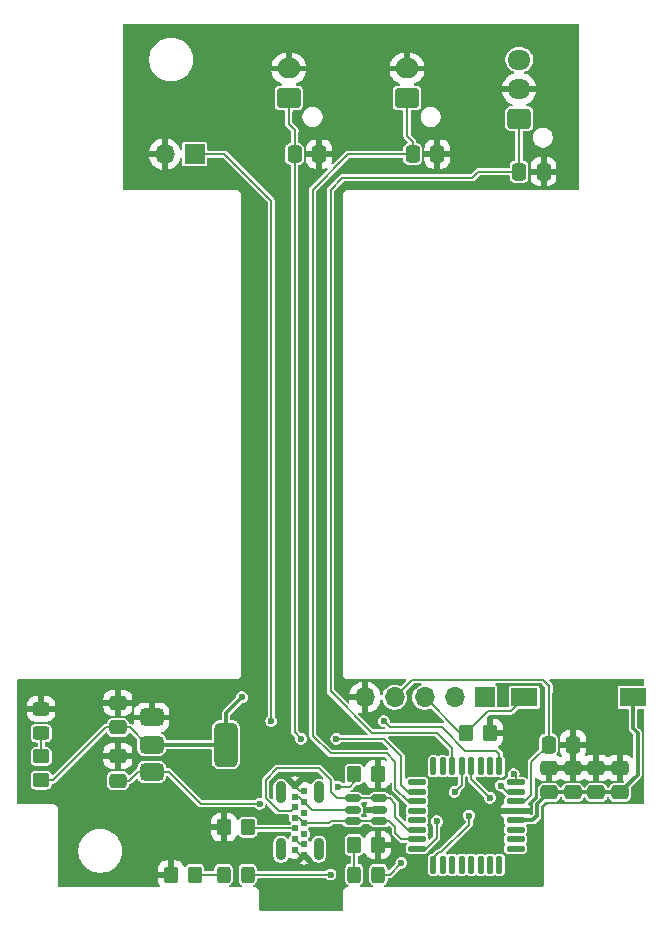
<source format=gbr>
%TF.GenerationSoftware,KiCad,Pcbnew,8.0.8*%
%TF.CreationDate,2025-01-17T17:00:28+08:00*%
%TF.ProjectId,The Button,54686520-4275-4747-946f-6e2e6b696361,rev?*%
%TF.SameCoordinates,Original*%
%TF.FileFunction,Copper,L1,Top*%
%TF.FilePolarity,Positive*%
%FSLAX46Y46*%
G04 Gerber Fmt 4.6, Leading zero omitted, Abs format (unit mm)*
G04 Created by KiCad (PCBNEW 8.0.8) date 2025-01-17 17:00:28*
%MOMM*%
%LPD*%
G01*
G04 APERTURE LIST*
G04 Aperture macros list*
%AMRoundRect*
0 Rectangle with rounded corners*
0 $1 Rounding radius*
0 $2 $3 $4 $5 $6 $7 $8 $9 X,Y pos of 4 corners*
0 Add a 4 corners polygon primitive as box body*
4,1,4,$2,$3,$4,$5,$6,$7,$8,$9,$2,$3,0*
0 Add four circle primitives for the rounded corners*
1,1,$1+$1,$2,$3*
1,1,$1+$1,$4,$5*
1,1,$1+$1,$6,$7*
1,1,$1+$1,$8,$9*
0 Add four rect primitives between the rounded corners*
20,1,$1+$1,$2,$3,$4,$5,0*
20,1,$1+$1,$4,$5,$6,$7,0*
20,1,$1+$1,$6,$7,$8,$9,0*
20,1,$1+$1,$8,$9,$2,$3,0*%
G04 Aperture macros list end*
%TA.AperFunction,ComponentPad*%
%ADD10R,1.700000X1.700000*%
%TD*%
%TA.AperFunction,ComponentPad*%
%ADD11O,1.700000X1.700000*%
%TD*%
%TA.AperFunction,SMDPad,CuDef*%
%ADD12RoundRect,0.250000X-0.350000X-0.450000X0.350000X-0.450000X0.350000X0.450000X-0.350000X0.450000X0*%
%TD*%
%TA.AperFunction,SMDPad,CuDef*%
%ADD13RoundRect,0.250000X0.475000X-0.337500X0.475000X0.337500X-0.475000X0.337500X-0.475000X-0.337500X0*%
%TD*%
%TA.AperFunction,SMDPad,CuDef*%
%ADD14RoundRect,0.250000X-0.325000X-0.450000X0.325000X-0.450000X0.325000X0.450000X-0.325000X0.450000X0*%
%TD*%
%TA.AperFunction,SMDPad,CuDef*%
%ADD15RoundRect,0.375000X-0.625000X-0.375000X0.625000X-0.375000X0.625000X0.375000X-0.625000X0.375000X0*%
%TD*%
%TA.AperFunction,SMDPad,CuDef*%
%ADD16RoundRect,0.500000X-0.500000X-1.400000X0.500000X-1.400000X0.500000X1.400000X-0.500000X1.400000X0*%
%TD*%
%TA.AperFunction,SMDPad,CuDef*%
%ADD17RoundRect,0.250000X-0.337500X-0.475000X0.337500X-0.475000X0.337500X0.475000X-0.337500X0.475000X0*%
%TD*%
%TA.AperFunction,SMDPad,CuDef*%
%ADD18RoundRect,0.150000X0.512500X0.150000X-0.512500X0.150000X-0.512500X-0.150000X0.512500X-0.150000X0*%
%TD*%
%TA.AperFunction,ComponentPad*%
%ADD19RoundRect,0.250000X0.750000X-0.600000X0.750000X0.600000X-0.750000X0.600000X-0.750000X-0.600000X0*%
%TD*%
%TA.AperFunction,ComponentPad*%
%ADD20O,2.000000X1.700000*%
%TD*%
%TA.AperFunction,SMDPad,CuDef*%
%ADD21RoundRect,0.250000X-0.450000X0.325000X-0.450000X-0.325000X0.450000X-0.325000X0.450000X0.325000X0*%
%TD*%
%TA.AperFunction,SMDPad,CuDef*%
%ADD22RoundRect,0.250000X0.450000X-0.350000X0.450000X0.350000X-0.450000X0.350000X-0.450000X-0.350000X0*%
%TD*%
%TA.AperFunction,SMDPad,CuDef*%
%ADD23RoundRect,0.250000X0.350000X0.450000X-0.350000X0.450000X-0.350000X-0.450000X0.350000X-0.450000X0*%
%TD*%
%TA.AperFunction,ComponentPad*%
%ADD24RoundRect,0.250000X0.725000X-0.600000X0.725000X0.600000X-0.725000X0.600000X-0.725000X-0.600000X0*%
%TD*%
%TA.AperFunction,ComponentPad*%
%ADD25O,1.950000X1.700000*%
%TD*%
%TA.AperFunction,SMDPad,CuDef*%
%ADD26O,0.889000X1.905000*%
%TD*%
%TA.AperFunction,ComponentPad*%
%ADD27C,0.609600*%
%TD*%
%TA.AperFunction,SMDPad,CuDef*%
%ADD28R,2.180000X1.600000*%
%TD*%
%TA.AperFunction,SMDPad,CuDef*%
%ADD29RoundRect,0.125000X0.625000X0.125000X-0.625000X0.125000X-0.625000X-0.125000X0.625000X-0.125000X0*%
%TD*%
%TA.AperFunction,SMDPad,CuDef*%
%ADD30RoundRect,0.125000X0.125000X0.625000X-0.125000X0.625000X-0.125000X-0.625000X0.125000X-0.625000X0*%
%TD*%
%TA.AperFunction,ViaPad*%
%ADD31C,0.600000*%
%TD*%
%TA.AperFunction,Conductor*%
%ADD32C,0.200000*%
%TD*%
%TA.AperFunction,Conductor*%
%ADD33C,0.300000*%
%TD*%
G04 APERTURE END LIST*
D10*
%TO.P,J7,1,Pin_1*%
%TO.N,Net-(J7-Pin_1)*%
X162000000Y-35500000D03*
D11*
%TO.P,J7,2,Pin_2*%
%TO.N,GND*%
X159460000Y-35500000D03*
%TD*%
D12*
%TO.P,R7,1*%
%TO.N,Net-(D3-K)*%
X175500000Y-94000000D03*
%TO.P,R7,2*%
%TO.N,GND*%
X177500000Y-94000000D03*
%TD*%
D13*
%TO.P,C3,1*%
%TO.N,VDD_3V*%
X194000000Y-89537500D03*
%TO.P,C3,2*%
%TO.N,GND*%
X194000000Y-87462500D03*
%TD*%
%TO.P,C8,1*%
%TO.N,VDDA_5V*%
X155500000Y-88537500D03*
%TO.P,C8,2*%
%TO.N,GND*%
X155500000Y-86462500D03*
%TD*%
D14*
%TO.P,D4,1,K*%
%TO.N,Net-(D4-K)*%
X164450000Y-96500000D03*
%TO.P,D4,2,A*%
%TO.N,USR_LED_1*%
X166500000Y-96500000D03*
%TD*%
D15*
%TO.P,U1,1,GND*%
%TO.N,GND*%
X158350000Y-83200000D03*
%TO.P,U1,2,VO*%
%TO.N,VDD_3V*%
X158350000Y-85500000D03*
D16*
X164650000Y-85500000D03*
D15*
%TO.P,U1,3,VI*%
%TO.N,VDDA_5V*%
X158350000Y-87800000D03*
%TD*%
D11*
%TO.P,J5,5,Pin_5*%
%TO.N,GND*%
X176390000Y-81500000D03*
%TO.P,J5,4,Pin_4*%
%TO.N,NRST*%
X178930000Y-81500000D03*
%TO.P,J5,3,Pin_3*%
%TO.N,SWDCLK*%
X181470000Y-81500000D03*
%TO.P,J5,2,Pin_2*%
%TO.N,SWDIO*%
X184010000Y-81500000D03*
D10*
%TO.P,J5,1,Pin_1*%
%TO.N,VDD_3V*%
X186550000Y-81500000D03*
%TD*%
D17*
%TO.P,C1,1*%
%TO.N,BTN_HI*%
X170462500Y-35500000D03*
%TO.P,C1,2*%
%TO.N,GND*%
X172537500Y-35500000D03*
%TD*%
D18*
%TO.P,U5,1,I/O1*%
%TO.N,D_P*%
X177637500Y-91950000D03*
%TO.P,U5,2,GND*%
%TO.N,GND*%
X177637500Y-91000000D03*
%TO.P,U5,3,I/O2*%
%TO.N,D_N*%
X177637500Y-90050000D03*
%TO.P,U5,4,I/O2*%
X175362500Y-90050000D03*
%TO.P,U5,5,VBUS*%
%TO.N,VDDA_5V*%
X175362500Y-91000000D03*
%TO.P,U5,6,I/O1*%
%TO.N,D_P*%
X175362500Y-91950000D03*
%TD*%
D19*
%TO.P,J1,1,Pin_1*%
%TO.N,BTN_HI*%
X169975000Y-30750000D03*
D20*
%TO.P,J1,2,Pin_2*%
%TO.N,GND*%
X169975000Y-28250000D03*
%TD*%
D12*
%TO.P,R10,1*%
%TO.N,Net-(J2-CC2)*%
X175500000Y-88000000D03*
%TO.P,R10,2*%
%TO.N,GND*%
X177500000Y-88000000D03*
%TD*%
D21*
%TO.P,D1,1,K*%
%TO.N,GND*%
X149000000Y-82475000D03*
%TO.P,D1,2,A*%
%TO.N,Net-(D1-A)*%
X149000000Y-84525000D03*
%TD*%
D17*
%TO.P,C2,1*%
%TO.N,BTN_LO*%
X180462500Y-35500000D03*
%TO.P,C2,2*%
%TO.N,GND*%
X182537500Y-35500000D03*
%TD*%
D22*
%TO.P,R1,1*%
%TO.N,VDD_3V*%
X149000000Y-88500000D03*
%TO.P,R1,2*%
%TO.N,Net-(D1-A)*%
X149000000Y-86500000D03*
%TD*%
D13*
%TO.P,C6,1*%
%TO.N,VDD_3V*%
X198000000Y-89537500D03*
%TO.P,C6,2*%
%TO.N,GND*%
X198000000Y-87462500D03*
%TD*%
D23*
%TO.P,R6,1*%
%TO.N,Net-(D4-K)*%
X162000000Y-96500000D03*
%TO.P,R6,2*%
%TO.N,GND*%
X160000000Y-96500000D03*
%TD*%
D17*
%TO.P,C10,1*%
%TO.N,NRST*%
X191962500Y-85500000D03*
%TO.P,C10,2*%
%TO.N,GND*%
X194037500Y-85500000D03*
%TD*%
D23*
%TO.P,R11,1*%
%TO.N,Net-(J2-CC1)*%
X166500000Y-92500000D03*
%TO.P,R11,2*%
%TO.N,GND*%
X164500000Y-92500000D03*
%TD*%
D14*
%TO.P,D3,1,K*%
%TO.N,Net-(D3-K)*%
X175500000Y-96500000D03*
%TO.P,D3,2,A*%
%TO.N,USR_LED_2*%
X177550000Y-96500000D03*
%TD*%
D12*
%TO.P,R5,1*%
%TO.N,SWDCLK*%
X185000000Y-84500000D03*
%TO.P,R5,2*%
%TO.N,GND*%
X187000000Y-84500000D03*
%TD*%
D24*
%TO.P,J6,1,Pin_1*%
%TO.N,BTN_KEY*%
X189475000Y-32500000D03*
D25*
%TO.P,J6,2,Pin_2*%
%TO.N,GND*%
X189475000Y-30000000D03*
%TO.P,J6,3,Pin_3*%
%TO.N,unconnected-(J6-Pin_3-Pad3)*%
X189475000Y-27500000D03*
%TD*%
D26*
%TO.P,J2,15*%
%TO.N,N/C*%
X169300000Y-89549998D03*
%TO.P,J2,16*%
X172500000Y-89549998D03*
%TO.P,J2,17*%
X169300000Y-94349999D03*
%TO.P,J2,18*%
X172500000Y-94349999D03*
D27*
%TO.P,J2,A1,GND*%
%TO.N,GND*%
X170500000Y-94399999D03*
%TO.P,J2,A4,VBUS*%
%TO.N,VDDA_5V*%
X170500000Y-93499998D03*
%TO.P,J2,A5,CC1*%
%TO.N,Net-(J2-CC1)*%
X170500000Y-92600000D03*
%TO.P,J2,A6,DP1*%
%TO.N,D_P*%
X170500000Y-91699999D03*
%TO.P,J2,A7,DN1*%
%TO.N,D_N*%
X170500000Y-90799999D03*
%TO.P,J2,A9,VBUS*%
%TO.N,VDDA_5V*%
X170500000Y-89900000D03*
%TO.P,J2,A12,GND*%
%TO.N,GND*%
X170500000Y-89000000D03*
%TO.P,J2,B1,GND*%
X171280001Y-89450000D03*
%TO.P,J2,B4,VBUS*%
%TO.N,VDDA_5V*%
X171280001Y-90350000D03*
%TO.P,J2,B5,CC2*%
%TO.N,Net-(J2-CC2)*%
X171280001Y-91249999D03*
%TO.P,J2,B6,DP2*%
%TO.N,D_P*%
X171280001Y-92149999D03*
%TO.P,J2,B7,DN2*%
%TO.N,D_N*%
X171280001Y-93050000D03*
%TO.P,J2,B9,VBUS*%
%TO.N,VDDA_5V*%
X171280001Y-93949998D03*
%TO.P,J2,B12,GND*%
%TO.N,GND*%
X171280001Y-94849999D03*
%TD*%
D28*
%TO.P,SW8,2,B*%
%TO.N,VDD_3V*%
X199090000Y-81500000D03*
%TO.P,SW8,1,A*%
%TO.N,SWDCLK*%
X189910000Y-81500000D03*
%TD*%
D13*
%TO.P,C9,1*%
%TO.N,VDD_3V*%
X155500000Y-84037500D03*
%TO.P,C9,2*%
%TO.N,GND*%
X155500000Y-81962500D03*
%TD*%
D17*
%TO.P,C5,1*%
%TO.N,BTN_KEY*%
X189462500Y-37000000D03*
%TO.P,C5,2*%
%TO.N,GND*%
X191537500Y-37000000D03*
%TD*%
D13*
%TO.P,C7,1*%
%TO.N,VDD_3V*%
X196000000Y-89537500D03*
%TO.P,C7,2*%
%TO.N,GND*%
X196000000Y-87462500D03*
%TD*%
%TO.P,C4,1*%
%TO.N,VDD_3V*%
X192000000Y-89537500D03*
%TO.P,C4,2*%
%TO.N,GND*%
X192000000Y-87462500D03*
%TD*%
D29*
%TO.P,U2,1,PB9*%
%TO.N,unconnected-(U2-PB9-Pad1)*%
X189175000Y-94300000D03*
%TO.P,U2,2,PC14*%
%TO.N,unconnected-(U2-PC14-Pad2)*%
X189175000Y-93500000D03*
%TO.P,U2,3,PC15*%
%TO.N,unconnected-(U2-PC15-Pad3)*%
X189175000Y-92700000D03*
%TO.P,U2,4,VDD*%
%TO.N,VDD_3V*%
X189175000Y-91900000D03*
%TO.P,U2,5,VSS*%
%TO.N,GND*%
X189175000Y-91100000D03*
%TO.P,U2,6,PF2*%
%TO.N,NRST*%
X189175000Y-90300000D03*
%TO.P,U2,7,PA0*%
%TO.N,HW_CFG_1*%
X189175000Y-89500000D03*
%TO.P,U2,8,PA1*%
%TO.N,HW_CFG_2*%
X189175000Y-88700000D03*
D30*
%TO.P,U2,9,PA2*%
%TO.N,Net-(J7-Pin_1)*%
X187800000Y-87325000D03*
%TO.P,U2,10,PA3*%
%TO.N,unconnected-(U2-PA3-Pad10)*%
X187000000Y-87325000D03*
%TO.P,U2,11,PA4*%
%TO.N,unconnected-(U2-PA4-Pad11)*%
X186200000Y-87325000D03*
%TO.P,U2,12,PA5*%
%TO.N,USR_LED_1*%
X185400000Y-87325000D03*
%TO.P,U2,13,PA6*%
%TO.N,USR_LED_2*%
X184600000Y-87325000D03*
%TO.P,U2,14,PA7*%
%TO.N,BTN_KEY*%
X183800000Y-87325000D03*
%TO.P,U2,15,PB0*%
%TO.N,unconnected-(U2-PB0-Pad15)*%
X183000000Y-87325000D03*
%TO.P,U2,16,PB1*%
%TO.N,unconnected-(U2-PB1-Pad16)*%
X182200000Y-87325000D03*
D29*
%TO.P,U2,17,PB2*%
%TO.N,unconnected-(U2-PB2-Pad17)*%
X180825000Y-88700000D03*
%TO.P,U2,18,PA8*%
%TO.N,BTN_HI*%
X180825000Y-89500000D03*
%TO.P,U2,19,PA9*%
%TO.N,BTN_LO*%
X180825000Y-90300000D03*
%TO.P,U2,20,PC6*%
%TO.N,unconnected-(U2-PC6-Pad20)*%
X180825000Y-91100000D03*
%TO.P,U2,21,PA10*%
%TO.N,unconnected-(U2-PA10-Pad21)*%
X180825000Y-91900000D03*
%TO.P,U2,22,PA11*%
%TO.N,D_N*%
X180825000Y-92700000D03*
%TO.P,U2,23,PA12*%
%TO.N,D_P*%
X180825000Y-93500000D03*
%TO.P,U2,24,PA13*%
%TO.N,SWDIO*%
X180825000Y-94300000D03*
D30*
%TO.P,U2,25,PA14*%
%TO.N,SWDCLK*%
X182200000Y-95675000D03*
%TO.P,U2,26,PA15*%
%TO.N,unconnected-(U2-PA15-Pad26)*%
X183000000Y-95675000D03*
%TO.P,U2,27,PB3*%
%TO.N,unconnected-(U2-PB3-Pad27)*%
X183800000Y-95675000D03*
%TO.P,U2,28,PB4*%
%TO.N,unconnected-(U2-PB4-Pad28)*%
X184600000Y-95675000D03*
%TO.P,U2,29,PB5*%
%TO.N,unconnected-(U2-PB5-Pad29)*%
X185400000Y-95675000D03*
%TO.P,U2,30,PB6*%
%TO.N,unconnected-(U2-PB6-Pad30)*%
X186200000Y-95675000D03*
%TO.P,U2,31,PB7*%
%TO.N,unconnected-(U2-PB7-Pad31)*%
X187000000Y-95675000D03*
%TO.P,U2,32,PB8*%
%TO.N,unconnected-(U2-PB8-Pad32)*%
X187800000Y-95675000D03*
%TD*%
D19*
%TO.P,J4,1,Pin_1*%
%TO.N,BTN_LO*%
X179975000Y-30750000D03*
D20*
%TO.P,J4,2,Pin_2*%
%TO.N,GND*%
X179975000Y-28250000D03*
%TD*%
D31*
%TO.N,HW_CFG_1*%
X187941167Y-88967837D03*
%TO.N,HW_CFG_2*%
X189000000Y-88000000D03*
%TO.N,GND*%
X177637500Y-91000000D03*
X184500000Y-97250000D03*
X191000000Y-93500000D03*
X189730000Y-87152933D03*
X196750000Y-83000000D03*
X171250000Y-82750000D03*
X180500000Y-86250000D03*
X183250000Y-90500000D03*
X184750000Y-93750000D03*
X187250000Y-94000000D03*
X197000000Y-85000000D03*
X194000000Y-83000000D03*
X189000000Y-84000000D03*
X190000000Y-96250000D03*
X173750000Y-94250000D03*
X170500000Y-86750000D03*
X171000000Y-98000000D03*
X164500000Y-94250000D03*
X152250000Y-82000000D03*
X161500000Y-83250000D03*
X169500000Y-42250000D03*
X171250000Y-44000000D03*
X172750000Y-46750000D03*
X174250000Y-49750000D03*
X174250000Y-63500000D03*
X174250000Y-77250000D03*
X172750000Y-74250000D03*
X171250000Y-70500000D03*
X169500000Y-66250000D03*
X169500000Y-55500000D03*
X171250000Y-58250000D03*
X172750000Y-60750000D03*
X172750000Y-39750000D03*
X171500000Y-37500000D03*
X177500000Y-36500000D03*
X168000000Y-36500000D03*
X167000000Y-41000000D03*
X167000000Y-50000000D03*
X167000000Y-63000000D03*
X167000000Y-76500000D03*
X167500000Y-85000000D03*
X169500000Y-81500000D03*
X173500000Y-82500000D03*
%TO.N,Net-(J7-Pin_1)*%
X168500000Y-83500000D03*
X178000000Y-83500000D03*
%TO.N,BTN_HI*%
X171000000Y-85000000D03*
X174000000Y-85000000D03*
%TO.N,USR_LED_1*%
X187000000Y-90000000D03*
X173500000Y-96500000D03*
%TO.N,USR_LED_2*%
X184000000Y-89500000D03*
X179505241Y-95505241D03*
%TO.N,VDD_3V*%
X166000000Y-81500000D03*
%TO.N,SWDIO*%
X182500002Y-92000000D03*
%TO.N,SWDCLK*%
X185000000Y-84500000D03*
X185230000Y-91500000D03*
%TO.N,VDD_3V*%
X199090000Y-81500000D03*
%TO.N,VDDA_5V*%
X167500000Y-90500000D03*
%TO.N,Net-(J2-CC2)*%
X174111199Y-89078823D03*
%TO.N,D_N*%
X175362514Y-90050000D03*
%TO.N,GND*%
X152500000Y-89000000D03*
X161750000Y-87250000D03*
X159750000Y-92250000D03*
X157500000Y-96500000D03*
%TD*%
D32*
%TO.N,HW_CFG_1*%
X189175000Y-89500000D02*
X188473330Y-89500000D01*
X188473330Y-89500000D02*
X187941167Y-88967837D01*
%TO.N,HW_CFG_2*%
X189175000Y-88700000D02*
X189175000Y-88175000D01*
X189175000Y-88175000D02*
X189000000Y-88000000D01*
%TO.N,BTN_HI*%
X170462500Y-35500000D02*
X170462500Y-84462500D01*
X170462500Y-84462500D02*
X171000000Y-85000000D01*
%TO.N,Net-(J2-CC2)*%
X175500000Y-88000000D02*
X175500000Y-88700000D01*
X175500000Y-88700000D02*
X175121177Y-89078823D01*
%TO.N,D_N*%
X174050000Y-90050000D02*
X173500000Y-89500000D01*
%TO.N,VDDA_5V*%
X175362500Y-91000000D02*
X171930001Y-91000000D01*
%TO.N,D_N*%
X172500000Y-87500000D02*
X169000000Y-87500000D01*
X168000000Y-90000000D02*
X169104799Y-91104799D01*
%TO.N,Net-(J2-CC2)*%
X175121177Y-89078823D02*
X174111199Y-89078823D01*
%TO.N,VDDA_5V*%
X171930001Y-91000000D02*
X171280001Y-90350000D01*
%TO.N,D_N*%
X173500000Y-88500000D02*
X172500000Y-87500000D01*
X175362514Y-90050000D02*
X174050000Y-90050000D01*
X173500000Y-89500000D02*
X173500000Y-88500000D01*
X169000000Y-87500000D02*
X168000000Y-88500000D01*
X168000000Y-88500000D02*
X168000000Y-90000000D01*
X170195200Y-91104799D02*
X170500000Y-90799999D01*
X169104799Y-91104799D02*
X170195200Y-91104799D01*
%TO.N,GND*%
X171280001Y-94849999D02*
X170950000Y-94849999D01*
X170950000Y-94849999D02*
X170500000Y-94399999D01*
X171280001Y-89450000D02*
X170950000Y-89450000D01*
X170950000Y-89450000D02*
X170500000Y-89000000D01*
%TO.N,BTN_HI*%
X170462500Y-35500000D02*
X170462500Y-33537500D01*
X170462500Y-33537500D02*
X170500000Y-33500000D01*
X170500000Y-33500000D02*
X169975000Y-32975000D01*
X169975000Y-32975000D02*
X169975000Y-30750000D01*
%TO.N,VDD_3V*%
X149000000Y-88500000D02*
X150000000Y-88500000D01*
X150000000Y-88500000D02*
X154462500Y-84037500D01*
X154462500Y-84037500D02*
X155500000Y-84037500D01*
%TO.N,BTN_LO*%
X172000000Y-38500000D02*
X172000000Y-84750000D01*
X180075001Y-90300000D02*
X180825000Y-90300000D01*
X172000000Y-84750000D02*
X173500000Y-86250000D01*
X173500000Y-86250000D02*
X178250000Y-86250000D01*
X175000000Y-35500000D02*
X172000000Y-38500000D01*
X180462500Y-35500000D02*
X175000000Y-35500000D01*
X178250000Y-86250000D02*
X179000000Y-87000000D01*
X179000000Y-87000000D02*
X179000000Y-89224999D01*
X179000000Y-89224999D02*
X180075001Y-90300000D01*
%TO.N,BTN_KEY*%
X174500000Y-37500000D02*
X185500000Y-37500000D01*
X185500000Y-37500000D02*
X186000000Y-37000000D01*
X186000000Y-37000000D02*
X189462500Y-37000000D01*
%TO.N,Net-(J7-Pin_1)*%
X168500000Y-39500000D02*
X168500000Y-83500000D01*
X164500000Y-35500000D02*
X168500000Y-39500000D01*
X162000000Y-35500000D02*
X164500000Y-35500000D01*
D33*
%TO.N,VDD_3V*%
X164650000Y-82850000D02*
X166000000Y-81500000D01*
X164650000Y-85500000D02*
X164650000Y-82850000D01*
D32*
%TO.N,USR_LED_2*%
X184600000Y-88900000D02*
X184000000Y-89500000D01*
X184600000Y-87325000D02*
X184600000Y-88900000D01*
%TO.N,SWDIO*%
X181574999Y-94300000D02*
X182500002Y-93374997D01*
X180825000Y-94300000D02*
X181574999Y-94300000D01*
X182500002Y-93374997D02*
X182500002Y-92000000D01*
%TO.N,USR_LED_2*%
X177550000Y-96500000D02*
X178510482Y-96500000D01*
X178510482Y-96500000D02*
X179505241Y-95505241D01*
%TO.N,USR_LED_1*%
X185400000Y-88400000D02*
X187000000Y-90000000D01*
X185400000Y-87325000D02*
X185400000Y-88400000D01*
%TO.N,SWDCLK*%
X182200000Y-95675000D02*
X182200000Y-95120494D01*
X182200000Y-95120494D02*
X182695494Y-94625000D01*
X182875000Y-94625000D02*
X185230000Y-92270000D01*
X182695494Y-94625000D02*
X182875000Y-94625000D01*
X185230000Y-92270000D02*
X185230000Y-91500000D01*
%TO.N,Net-(J7-Pin_1)*%
X187500000Y-86000000D02*
X184915256Y-86000000D01*
X184915256Y-86000000D02*
X183000000Y-84084744D01*
X187800000Y-87325000D02*
X187800000Y-86300000D01*
X187800000Y-86300000D02*
X187500000Y-86000000D01*
X178500000Y-84000000D02*
X178000000Y-83500000D01*
X183000000Y-84084744D02*
X183000000Y-84000000D01*
X183000000Y-84000000D02*
X178500000Y-84000000D01*
%TO.N,BTN_HI*%
X180075001Y-89500000D02*
X179500000Y-88924999D01*
X179500000Y-88924999D02*
X179500000Y-86500000D01*
X180825000Y-89500000D02*
X180075001Y-89500000D01*
X179500000Y-86500000D02*
X178000000Y-85000000D01*
X178000000Y-85000000D02*
X174000000Y-85000000D01*
%TO.N,BTN_KEY*%
X189462500Y-37500000D02*
X189462500Y-33012500D01*
X189462500Y-33012500D02*
X189475000Y-33000000D01*
%TO.N,BTN_LO*%
X180462500Y-35500000D02*
X180462500Y-34462500D01*
X180462500Y-34462500D02*
X179975000Y-33975000D01*
X179975000Y-33975000D02*
X179975000Y-30750000D01*
%TO.N,BTN_HI*%
X170462500Y-35500000D02*
X170462500Y-35462500D01*
X170462500Y-35462500D02*
X169975000Y-34975000D01*
%TO.N,USR_LED_1*%
X166500000Y-96500000D02*
X173500000Y-96500000D01*
D33*
%TO.N,VDD_3V*%
X189175000Y-91900000D02*
X190600000Y-91900000D01*
X190600000Y-91900000D02*
X191000000Y-91500000D01*
X191000000Y-91500000D02*
X191000000Y-90537500D01*
X192000000Y-89537500D02*
X191000000Y-90537500D01*
X198000000Y-89537500D02*
X192000000Y-89537500D01*
X199090000Y-81500000D02*
X199090000Y-84090000D01*
X199500000Y-88037500D02*
X198000000Y-89537500D01*
X199090000Y-84090000D02*
X199500000Y-84500000D01*
X199500000Y-84500000D02*
X199500000Y-88037500D01*
X164650000Y-85500000D02*
X158350000Y-85500000D01*
D32*
%TO.N,SWDCLK*%
X185000000Y-84500000D02*
X186850000Y-82650000D01*
X186850000Y-82650000D02*
X188760000Y-82650000D01*
X188760000Y-82650000D02*
X189910000Y-81500000D01*
%TO.N,NRST*%
X178930000Y-81500000D02*
X180430000Y-80000000D01*
X191500000Y-80000000D02*
X192000000Y-80500000D01*
X192000000Y-81000000D02*
X191962500Y-81037500D01*
X180430000Y-80000000D02*
X191500000Y-80000000D01*
X192000000Y-80500000D02*
X192000000Y-81000000D01*
X191962500Y-81037500D02*
X191962500Y-85500000D01*
%TO.N,SWDCLK*%
X184470000Y-84500000D02*
X185000000Y-84500000D01*
%TO.N,NRST*%
X191962500Y-85500000D02*
X190500000Y-86962500D01*
X190500000Y-86962500D02*
X190500000Y-89724999D01*
X190500000Y-89724999D02*
X189924999Y-90300000D01*
X189924999Y-90300000D02*
X189175000Y-90300000D01*
%TO.N,Net-(D1-A)*%
X149000000Y-86000000D02*
X149000000Y-84025000D01*
%TO.N,VDD_3V*%
X155500000Y-84037500D02*
X156537500Y-84037500D01*
X156537500Y-84037500D02*
X158000000Y-85500000D01*
X158000000Y-85500000D02*
X158350000Y-85500000D01*
%TO.N,Net-(D4-K)*%
X162000000Y-96500000D02*
X164450000Y-96500000D01*
%TO.N,VDDA_5V*%
X155500000Y-88537500D02*
X156462500Y-88537500D01*
X156462500Y-88537500D02*
X157200000Y-87800000D01*
X157200000Y-87800000D02*
X158350000Y-87800000D01*
X167500000Y-90500000D02*
X162500000Y-90500000D01*
X162500000Y-90500000D02*
X159800000Y-87800000D01*
X159800000Y-87800000D02*
X158350000Y-87800000D01*
%TO.N,D_N*%
X175362500Y-90050000D02*
X175362514Y-90050000D01*
%TO.N,Net-(D3-K)*%
X175500000Y-94000000D02*
X175500000Y-96500000D01*
%TO.N,Net-(J2-CC1)*%
X170500000Y-92600000D02*
X166600000Y-92600000D01*
X166600000Y-92600000D02*
X166500000Y-92500000D01*
%TO.N,VDDA_5V*%
X171280001Y-93949998D02*
X170950000Y-93949998D01*
X170950000Y-93949998D02*
X170500000Y-93499998D01*
X170500000Y-89900000D02*
X170830001Y-89900000D01*
X170830001Y-89900000D02*
X171280001Y-90350000D01*
%TO.N,D_N*%
X177637500Y-90050000D02*
X175362500Y-90050000D01*
X177637500Y-90050000D02*
X178550000Y-90050000D01*
X178550000Y-90050000D02*
X179000000Y-90500000D01*
X179000000Y-90500000D02*
X179000000Y-91624999D01*
X179000000Y-91624999D02*
X180075001Y-92700000D01*
X180075001Y-92700000D02*
X180825000Y-92700000D01*
%TO.N,D_P*%
X179000000Y-92500000D02*
X179000000Y-93000000D01*
X179500000Y-93500000D02*
X180825000Y-93500000D01*
X178450000Y-91950000D02*
X179000000Y-92500000D01*
X177637500Y-91950000D02*
X178450000Y-91950000D01*
X179000000Y-93000000D02*
X179500000Y-93500000D01*
X171280001Y-92149999D02*
X173350001Y-92149999D01*
X173350001Y-92149999D02*
X173550000Y-91950000D01*
X173550000Y-91950000D02*
X177637500Y-91950000D01*
X170500000Y-91699999D02*
X170830001Y-91699999D01*
X170830001Y-91699999D02*
X171280001Y-92149999D01*
%TO.N,SWDCLK*%
X181470000Y-81500000D02*
X184470000Y-84500000D01*
%TO.N,BTN_KEY*%
X183800000Y-85800000D02*
X183800000Y-87325000D01*
X174500000Y-37500000D02*
X173500000Y-38500000D01*
X182500000Y-84500000D02*
X183800000Y-85800000D01*
X173500000Y-81000000D02*
X177000000Y-84500000D01*
X177000000Y-84500000D02*
X182500000Y-84500000D01*
X173500000Y-38500000D02*
X173500000Y-81000000D01*
%TD*%
%TA.AperFunction,Conductor*%
%TO.N,GND*%
G36*
X194508691Y-24469407D02*
G01*
X194544655Y-24518907D01*
X194549500Y-24549500D01*
X194549500Y-38450500D01*
X194530593Y-38508691D01*
X194481093Y-38544655D01*
X194450500Y-38549500D01*
X175059309Y-38549500D01*
X174940691Y-38549500D01*
X174870567Y-38568289D01*
X174826109Y-38580202D01*
X174723391Y-38639507D01*
X174639507Y-38723391D01*
X174580202Y-38826109D01*
X174580201Y-38826114D01*
X174549500Y-38940691D01*
X174549500Y-79559309D01*
X174576574Y-79660351D01*
X174580202Y-79673890D01*
X174639507Y-79776608D01*
X174639509Y-79776610D01*
X174639511Y-79776613D01*
X174723387Y-79860489D01*
X174723389Y-79860490D01*
X174723391Y-79860492D01*
X174826110Y-79919797D01*
X174826111Y-79919797D01*
X174826114Y-79919799D01*
X174940691Y-79950500D01*
X175059309Y-79950500D01*
X179815521Y-79950500D01*
X179873712Y-79969407D01*
X179909676Y-80018907D01*
X179909676Y-80080093D01*
X179885524Y-80119504D01*
X179481214Y-80523812D01*
X179426698Y-80551589D01*
X179366266Y-80542018D01*
X179364583Y-80541139D01*
X179333954Y-80524768D01*
X179135934Y-80464699D01*
X179135929Y-80464698D01*
X178930003Y-80444417D01*
X178929997Y-80444417D01*
X178724070Y-80464698D01*
X178724065Y-80464699D01*
X178526045Y-80524768D01*
X178343547Y-80622316D01*
X178183595Y-80753585D01*
X178183585Y-80753595D01*
X178052316Y-80913547D01*
X177984701Y-81040046D01*
X177954768Y-81096046D01*
X177948152Y-81117857D01*
X177909180Y-81246329D01*
X177874195Y-81296525D01*
X177816386Y-81316571D01*
X177757836Y-81298810D01*
X177720907Y-81250025D01*
X177718816Y-81243213D01*
X177663429Y-81036504D01*
X177563605Y-80822432D01*
X177563601Y-80822424D01*
X177428113Y-80628926D01*
X177261073Y-80461886D01*
X177067577Y-80326399D01*
X176853489Y-80226569D01*
X176640000Y-80169364D01*
X176640000Y-81066988D01*
X176582993Y-81034075D01*
X176455826Y-81000000D01*
X176324174Y-81000000D01*
X176197007Y-81034075D01*
X176140000Y-81066988D01*
X176140000Y-80169364D01*
X175926505Y-80226570D01*
X175712432Y-80326394D01*
X175712424Y-80326398D01*
X175518926Y-80461886D01*
X175351886Y-80628926D01*
X175216398Y-80822424D01*
X175216394Y-80822432D01*
X175116570Y-81036505D01*
X175059364Y-81250000D01*
X175956988Y-81250000D01*
X175924075Y-81307007D01*
X175890000Y-81434174D01*
X175890000Y-81565826D01*
X175924075Y-81692993D01*
X175956988Y-81750000D01*
X175059364Y-81750000D01*
X175104435Y-81918206D01*
X175101233Y-81979307D01*
X175062727Y-82026857D01*
X175003627Y-82042693D01*
X174946505Y-82020767D01*
X174938804Y-82013833D01*
X173829496Y-80904525D01*
X173801719Y-80850008D01*
X173800500Y-80834521D01*
X173800500Y-38665479D01*
X173819407Y-38607288D01*
X173829496Y-38595475D01*
X174595475Y-37829496D01*
X174649992Y-37801719D01*
X174665479Y-37800500D01*
X185539563Y-37800500D01*
X185539563Y-37800499D01*
X185615989Y-37780021D01*
X185684511Y-37740460D01*
X185740460Y-37684511D01*
X186095475Y-37329496D01*
X186149992Y-37301719D01*
X186165479Y-37300500D01*
X188575500Y-37300500D01*
X188633691Y-37319407D01*
X188669655Y-37368907D01*
X188674500Y-37399500D01*
X188674500Y-37529274D01*
X188677353Y-37559694D01*
X188677355Y-37559703D01*
X188722207Y-37687883D01*
X188802845Y-37797144D01*
X188802847Y-37797146D01*
X188802850Y-37797150D01*
X188802853Y-37797152D01*
X188802855Y-37797154D01*
X188912116Y-37877792D01*
X188912117Y-37877792D01*
X188912118Y-37877793D01*
X189040301Y-37922646D01*
X189070725Y-37925499D01*
X189070727Y-37925500D01*
X189070734Y-37925500D01*
X189854273Y-37925500D01*
X189854273Y-37925499D01*
X189884699Y-37922646D01*
X190012882Y-37877793D01*
X190122150Y-37797150D01*
X190202793Y-37687882D01*
X190247646Y-37559699D01*
X190250499Y-37529273D01*
X190250500Y-37529273D01*
X190250500Y-37250001D01*
X190450001Y-37250001D01*
X190450001Y-37524986D01*
X190460492Y-37627687D01*
X190460495Y-37627699D01*
X190515643Y-37794124D01*
X190607680Y-37943340D01*
X190731659Y-38067319D01*
X190880875Y-38159356D01*
X191047306Y-38214506D01*
X191150013Y-38224999D01*
X191287500Y-38224999D01*
X191287500Y-37250001D01*
X191787500Y-37250001D01*
X191787500Y-38224998D01*
X191787501Y-38224999D01*
X191924986Y-38224999D01*
X192027687Y-38214507D01*
X192027699Y-38214504D01*
X192194124Y-38159356D01*
X192343340Y-38067319D01*
X192467319Y-37943340D01*
X192559356Y-37794124D01*
X192614506Y-37627693D01*
X192625000Y-37524987D01*
X192625000Y-37250001D01*
X192624999Y-37250000D01*
X191787501Y-37250000D01*
X191787500Y-37250001D01*
X191287500Y-37250001D01*
X191287499Y-37250000D01*
X190450002Y-37250000D01*
X190450001Y-37250001D01*
X190250500Y-37250001D01*
X190250500Y-36475012D01*
X190450000Y-36475012D01*
X190450000Y-36749999D01*
X190450001Y-36750000D01*
X191287499Y-36750000D01*
X191287500Y-36749999D01*
X191287500Y-35775001D01*
X191787500Y-35775001D01*
X191787500Y-36749999D01*
X191787501Y-36750000D01*
X192624998Y-36750000D01*
X192624999Y-36749999D01*
X192624999Y-36475013D01*
X192614507Y-36372312D01*
X192614504Y-36372300D01*
X192559356Y-36205875D01*
X192467319Y-36056659D01*
X192343340Y-35932680D01*
X192194124Y-35840643D01*
X192027693Y-35785493D01*
X191924987Y-35775000D01*
X191787501Y-35775000D01*
X191787500Y-35775001D01*
X191287500Y-35775001D01*
X191287499Y-35775000D01*
X191150013Y-35775000D01*
X191150013Y-35775001D01*
X191047312Y-35785492D01*
X191047300Y-35785495D01*
X190880875Y-35840643D01*
X190731659Y-35932680D01*
X190607680Y-36056659D01*
X190515643Y-36205875D01*
X190460493Y-36372306D01*
X190450000Y-36475012D01*
X190250500Y-36475012D01*
X190250500Y-36470727D01*
X190250499Y-36470725D01*
X190247646Y-36440305D01*
X190247646Y-36440301D01*
X190202793Y-36312118D01*
X190197568Y-36305039D01*
X190122154Y-36202855D01*
X190122152Y-36202853D01*
X190122150Y-36202850D01*
X190122146Y-36202847D01*
X190122144Y-36202845D01*
X190012883Y-36122207D01*
X189884703Y-36077355D01*
X189884694Y-36077353D01*
X189852754Y-36074357D01*
X189796583Y-36050098D01*
X189765400Y-35997455D01*
X189763000Y-35975790D01*
X189763000Y-34016230D01*
X190624500Y-34016230D01*
X190624500Y-34183769D01*
X190657183Y-34348079D01*
X190657185Y-34348085D01*
X190721296Y-34502862D01*
X190721297Y-34502863D01*
X190814374Y-34642162D01*
X190932838Y-34760626D01*
X191072137Y-34853703D01*
X191226918Y-34917816D01*
X191391233Y-34950500D01*
X191391234Y-34950500D01*
X191558766Y-34950500D01*
X191558767Y-34950500D01*
X191723082Y-34917816D01*
X191877863Y-34853703D01*
X192017162Y-34760626D01*
X192135626Y-34642162D01*
X192228703Y-34502863D01*
X192292816Y-34348082D01*
X192325500Y-34183767D01*
X192325500Y-34016233D01*
X192292816Y-33851918D01*
X192228703Y-33697137D01*
X192135626Y-33557838D01*
X192017162Y-33439374D01*
X191877863Y-33346297D01*
X191877864Y-33346297D01*
X191877862Y-33346296D01*
X191723085Y-33282185D01*
X191723079Y-33282183D01*
X191558769Y-33249500D01*
X191558767Y-33249500D01*
X191391233Y-33249500D01*
X191391230Y-33249500D01*
X191226920Y-33282183D01*
X191226914Y-33282185D01*
X191072137Y-33346296D01*
X190932838Y-33439374D01*
X190932834Y-33439377D01*
X190814377Y-33557834D01*
X190814374Y-33557838D01*
X190721296Y-33697137D01*
X190657185Y-33851914D01*
X190657183Y-33851920D01*
X190624500Y-34016230D01*
X189763000Y-34016230D01*
X189763000Y-33649500D01*
X189781907Y-33591309D01*
X189831407Y-33555345D01*
X189862000Y-33550500D01*
X190254273Y-33550500D01*
X190254273Y-33550499D01*
X190284699Y-33547646D01*
X190412882Y-33502793D01*
X190522150Y-33422150D01*
X190602793Y-33312882D01*
X190647646Y-33184699D01*
X190650500Y-33154266D01*
X190650500Y-31845734D01*
X190650500Y-31845727D01*
X190650499Y-31845725D01*
X190647646Y-31815305D01*
X190647646Y-31815301D01*
X190602793Y-31687118D01*
X190591749Y-31672154D01*
X190522154Y-31577855D01*
X190522152Y-31577853D01*
X190522150Y-31577850D01*
X190522146Y-31577847D01*
X190522144Y-31577845D01*
X190412883Y-31497207D01*
X190284703Y-31452355D01*
X190284694Y-31452353D01*
X190254274Y-31449500D01*
X190254266Y-31449500D01*
X190132652Y-31449500D01*
X190074461Y-31430593D01*
X190038497Y-31381093D01*
X190038497Y-31319907D01*
X190074461Y-31270407D01*
X190102059Y-31256346D01*
X190118209Y-31251098D01*
X190307552Y-31154624D01*
X190479464Y-31029722D01*
X190629722Y-30879464D01*
X190754624Y-30707552D01*
X190851095Y-30518215D01*
X190916758Y-30316122D01*
X190927231Y-30250000D01*
X189879146Y-30250000D01*
X189917630Y-30183343D01*
X189950000Y-30062535D01*
X189950000Y-29937465D01*
X189917630Y-29816657D01*
X189879146Y-29750000D01*
X190927231Y-29750000D01*
X190927231Y-29749999D01*
X190916758Y-29683877D01*
X190851095Y-29481784D01*
X190754624Y-29292447D01*
X190629722Y-29120535D01*
X190479464Y-28970277D01*
X190307552Y-28845375D01*
X190118215Y-28748904D01*
X189931694Y-28688300D01*
X189882194Y-28652336D01*
X189863287Y-28594145D01*
X189882194Y-28535954D01*
X189924400Y-28502682D01*
X190097598Y-28430941D01*
X190269655Y-28315977D01*
X190415977Y-28169655D01*
X190530941Y-27997598D01*
X190610130Y-27806420D01*
X190650500Y-27603465D01*
X190650500Y-27396535D01*
X190610130Y-27193580D01*
X190530941Y-27002402D01*
X190415977Y-26830345D01*
X190269655Y-26684023D01*
X190269651Y-26684020D01*
X190097597Y-26569058D01*
X189906418Y-26489869D01*
X189703467Y-26449500D01*
X189703465Y-26449500D01*
X189246535Y-26449500D01*
X189246532Y-26449500D01*
X189043581Y-26489869D01*
X188852402Y-26569058D01*
X188680348Y-26684020D01*
X188534020Y-26830348D01*
X188419058Y-27002402D01*
X188339869Y-27193581D01*
X188299500Y-27396532D01*
X188299500Y-27603467D01*
X188339869Y-27806418D01*
X188419058Y-27997597D01*
X188534020Y-28169651D01*
X188534023Y-28169655D01*
X188680345Y-28315977D01*
X188852402Y-28430941D01*
X189025599Y-28502682D01*
X189072123Y-28542418D01*
X189086407Y-28601912D01*
X189062992Y-28658440D01*
X189018305Y-28688300D01*
X188831784Y-28748904D01*
X188642447Y-28845375D01*
X188470535Y-28970277D01*
X188320277Y-29120535D01*
X188195375Y-29292447D01*
X188098904Y-29481784D01*
X188033241Y-29683877D01*
X188022768Y-29749999D01*
X188022769Y-29750000D01*
X189070854Y-29750000D01*
X189032370Y-29816657D01*
X189000000Y-29937465D01*
X189000000Y-30062535D01*
X189032370Y-30183343D01*
X189070854Y-30250000D01*
X188022769Y-30250000D01*
X188033241Y-30316122D01*
X188098904Y-30518215D01*
X188195375Y-30707552D01*
X188320277Y-30879464D01*
X188470535Y-31029722D01*
X188642447Y-31154624D01*
X188831790Y-31251098D01*
X188847941Y-31256346D01*
X188897441Y-31292310D01*
X188916348Y-31350500D01*
X188897440Y-31408691D01*
X188847940Y-31444655D01*
X188817348Y-31449500D01*
X188695725Y-31449500D01*
X188665305Y-31452353D01*
X188665296Y-31452355D01*
X188537116Y-31497207D01*
X188427855Y-31577845D01*
X188427845Y-31577855D01*
X188347207Y-31687116D01*
X188302355Y-31815296D01*
X188302353Y-31815305D01*
X188299500Y-31845725D01*
X188299500Y-33154274D01*
X188302353Y-33184694D01*
X188302355Y-33184703D01*
X188347207Y-33312883D01*
X188427845Y-33422144D01*
X188427847Y-33422146D01*
X188427850Y-33422150D01*
X188427853Y-33422152D01*
X188427855Y-33422154D01*
X188537116Y-33502792D01*
X188537117Y-33502792D01*
X188537118Y-33502793D01*
X188665301Y-33547646D01*
X188695725Y-33550499D01*
X188695727Y-33550500D01*
X188695734Y-33550500D01*
X189063000Y-33550500D01*
X189121191Y-33569407D01*
X189157155Y-33618907D01*
X189162000Y-33649500D01*
X189162000Y-35975790D01*
X189143093Y-36033981D01*
X189093593Y-36069945D01*
X189072246Y-36074357D01*
X189040305Y-36077353D01*
X189040296Y-36077355D01*
X188912116Y-36122207D01*
X188802855Y-36202845D01*
X188802845Y-36202855D01*
X188722207Y-36312116D01*
X188677355Y-36440296D01*
X188677353Y-36440305D01*
X188674500Y-36470725D01*
X188674500Y-36600500D01*
X188655593Y-36658691D01*
X188606093Y-36694655D01*
X188575500Y-36699500D01*
X186039562Y-36699500D01*
X185960438Y-36699500D01*
X185913661Y-36712033D01*
X185884007Y-36719979D01*
X185815493Y-36759536D01*
X185815488Y-36759540D01*
X185404524Y-37170504D01*
X185350008Y-37198281D01*
X185334521Y-37199500D01*
X174539562Y-37199500D01*
X174460438Y-37199500D01*
X174413661Y-37212033D01*
X174384007Y-37219979D01*
X174315493Y-37259536D01*
X173315489Y-38259540D01*
X173315488Y-38259539D01*
X173259539Y-38315489D01*
X173219980Y-38384007D01*
X173219978Y-38384011D01*
X173199500Y-38460435D01*
X173199500Y-81039564D01*
X173219977Y-81115985D01*
X173219979Y-81115990D01*
X173239326Y-81149500D01*
X173252315Y-81171997D01*
X173259540Y-81184511D01*
X174965489Y-82890460D01*
X176605525Y-84530496D01*
X176633302Y-84585013D01*
X176623731Y-84645445D01*
X176580466Y-84688710D01*
X176535521Y-84699500D01*
X174447083Y-84699500D01*
X174388892Y-84680593D01*
X174372264Y-84665331D01*
X174331128Y-84617857D01*
X174284491Y-84587885D01*
X174210057Y-84540049D01*
X174210054Y-84540047D01*
X174210053Y-84540047D01*
X174210050Y-84540046D01*
X174071964Y-84499500D01*
X174071961Y-84499500D01*
X173928039Y-84499500D01*
X173928035Y-84499500D01*
X173789949Y-84540046D01*
X173789942Y-84540049D01*
X173668873Y-84617855D01*
X173574622Y-84726628D01*
X173514834Y-84857543D01*
X173494353Y-84999997D01*
X173494353Y-85000002D01*
X173514834Y-85142456D01*
X173572683Y-85269125D01*
X173574623Y-85273373D01*
X173668870Y-85382141D01*
X173668873Y-85382144D01*
X173789942Y-85459950D01*
X173789947Y-85459953D01*
X173896403Y-85491211D01*
X173928035Y-85500499D01*
X173928036Y-85500499D01*
X173928039Y-85500500D01*
X173928041Y-85500500D01*
X174071959Y-85500500D01*
X174071961Y-85500500D01*
X174210053Y-85459953D01*
X174331128Y-85382143D01*
X174372264Y-85334668D01*
X174424660Y-85303073D01*
X174447083Y-85300500D01*
X177834521Y-85300500D01*
X177892712Y-85319407D01*
X177904525Y-85329496D01*
X178355525Y-85780496D01*
X178383302Y-85835013D01*
X178373731Y-85895445D01*
X178330466Y-85938710D01*
X178285521Y-85949500D01*
X173665479Y-85949500D01*
X173607288Y-85930593D01*
X173595475Y-85920504D01*
X172329496Y-84654525D01*
X172301719Y-84600008D01*
X172300500Y-84584521D01*
X172300500Y-38665479D01*
X172319407Y-38607288D01*
X172329496Y-38595475D01*
X175095475Y-35829496D01*
X175149992Y-35801719D01*
X175165479Y-35800500D01*
X179575500Y-35800500D01*
X179633691Y-35819407D01*
X179669655Y-35868907D01*
X179674500Y-35899500D01*
X179674500Y-36029274D01*
X179677353Y-36059694D01*
X179677355Y-36059703D01*
X179722207Y-36187883D01*
X179802845Y-36297144D01*
X179802847Y-36297146D01*
X179802850Y-36297150D01*
X179802853Y-36297152D01*
X179802855Y-36297154D01*
X179912116Y-36377792D01*
X179912117Y-36377792D01*
X179912118Y-36377793D01*
X180040301Y-36422646D01*
X180070725Y-36425499D01*
X180070727Y-36425500D01*
X180070734Y-36425500D01*
X180854273Y-36425500D01*
X180854273Y-36425499D01*
X180884699Y-36422646D01*
X181012882Y-36377793D01*
X181122150Y-36297150D01*
X181202793Y-36187882D01*
X181247646Y-36059699D01*
X181250499Y-36029273D01*
X181250500Y-36029273D01*
X181250500Y-35750001D01*
X181450001Y-35750001D01*
X181450001Y-36024986D01*
X181460492Y-36127687D01*
X181460495Y-36127699D01*
X181515643Y-36294124D01*
X181607680Y-36443340D01*
X181731659Y-36567319D01*
X181880875Y-36659356D01*
X182047306Y-36714506D01*
X182150013Y-36724999D01*
X182287500Y-36724999D01*
X182287500Y-35750001D01*
X182787500Y-35750001D01*
X182787500Y-36724998D01*
X182787501Y-36724999D01*
X182924986Y-36724999D01*
X183027687Y-36714507D01*
X183027699Y-36714504D01*
X183194124Y-36659356D01*
X183343340Y-36567319D01*
X183467319Y-36443340D01*
X183559356Y-36294124D01*
X183614506Y-36127693D01*
X183625000Y-36024987D01*
X183625000Y-35750001D01*
X183624999Y-35750000D01*
X182787501Y-35750000D01*
X182787500Y-35750001D01*
X182287500Y-35750001D01*
X182287499Y-35750000D01*
X181450002Y-35750000D01*
X181450001Y-35750001D01*
X181250500Y-35750001D01*
X181250500Y-34975012D01*
X181450000Y-34975012D01*
X181450000Y-35249999D01*
X181450001Y-35250000D01*
X182287499Y-35250000D01*
X182287500Y-35249999D01*
X182287500Y-34275001D01*
X182787500Y-34275001D01*
X182787500Y-35249999D01*
X182787501Y-35250000D01*
X183624998Y-35250000D01*
X183624999Y-35249999D01*
X183624999Y-34975013D01*
X183614507Y-34872312D01*
X183614504Y-34872300D01*
X183559356Y-34705875D01*
X183467319Y-34556659D01*
X183343340Y-34432680D01*
X183194124Y-34340643D01*
X183027693Y-34285493D01*
X182924987Y-34275000D01*
X182787501Y-34275000D01*
X182787500Y-34275001D01*
X182287500Y-34275001D01*
X182287499Y-34275000D01*
X182150013Y-34275000D01*
X182150013Y-34275001D01*
X182047312Y-34285492D01*
X182047300Y-34285495D01*
X181880875Y-34340643D01*
X181731659Y-34432680D01*
X181607680Y-34556659D01*
X181515643Y-34705875D01*
X181460493Y-34872306D01*
X181450000Y-34975012D01*
X181250500Y-34975012D01*
X181250500Y-34970727D01*
X181250499Y-34970725D01*
X181247646Y-34940305D01*
X181247646Y-34940301D01*
X181202793Y-34812118D01*
X181186830Y-34790489D01*
X181122154Y-34702855D01*
X181122151Y-34702852D01*
X181122150Y-34702850D01*
X181122146Y-34702847D01*
X181122144Y-34702845D01*
X181012883Y-34622207D01*
X180884703Y-34577355D01*
X180884694Y-34577353D01*
X180852754Y-34574357D01*
X180796583Y-34550098D01*
X180765400Y-34497455D01*
X180763000Y-34475790D01*
X180763000Y-34422937D01*
X180762999Y-34422935D01*
X180742521Y-34346511D01*
X180742519Y-34346507D01*
X180702960Y-34277989D01*
X180647011Y-34222039D01*
X180647011Y-34222040D01*
X180304496Y-33879525D01*
X180276719Y-33825008D01*
X180275500Y-33809521D01*
X180275500Y-32266230D01*
X181124500Y-32266230D01*
X181124500Y-32433769D01*
X181157183Y-32598079D01*
X181157185Y-32598085D01*
X181221296Y-32752862D01*
X181221297Y-32752863D01*
X181314374Y-32892162D01*
X181432838Y-33010626D01*
X181572137Y-33103703D01*
X181726918Y-33167816D01*
X181891233Y-33200500D01*
X181891234Y-33200500D01*
X182058766Y-33200500D01*
X182058767Y-33200500D01*
X182223082Y-33167816D01*
X182377863Y-33103703D01*
X182517162Y-33010626D01*
X182635626Y-32892162D01*
X182728703Y-32752863D01*
X182792816Y-32598082D01*
X182825500Y-32433767D01*
X182825500Y-32266233D01*
X182792816Y-32101918D01*
X182728703Y-31947137D01*
X182635626Y-31807838D01*
X182517162Y-31689374D01*
X182377863Y-31596297D01*
X182377864Y-31596297D01*
X182377862Y-31596296D01*
X182223085Y-31532185D01*
X182223079Y-31532183D01*
X182058769Y-31499500D01*
X182058767Y-31499500D01*
X181891233Y-31499500D01*
X181891230Y-31499500D01*
X181726920Y-31532183D01*
X181726914Y-31532185D01*
X181572137Y-31596296D01*
X181432838Y-31689374D01*
X181432834Y-31689377D01*
X181314377Y-31807834D01*
X181314374Y-31807838D01*
X181221296Y-31947137D01*
X181157185Y-32101914D01*
X181157183Y-32101920D01*
X181124500Y-32266230D01*
X180275500Y-32266230D01*
X180275500Y-31899500D01*
X180294407Y-31841309D01*
X180343907Y-31805345D01*
X180374500Y-31800500D01*
X180779273Y-31800500D01*
X180779273Y-31800499D01*
X180809699Y-31797646D01*
X180937882Y-31752793D01*
X181047150Y-31672150D01*
X181127793Y-31562882D01*
X181172646Y-31434699D01*
X181175499Y-31404273D01*
X181175500Y-31404273D01*
X181175500Y-30095727D01*
X181175499Y-30095725D01*
X181172646Y-30065305D01*
X181172646Y-30065301D01*
X181127793Y-29937118D01*
X181047150Y-29827850D01*
X181047146Y-29827847D01*
X181047144Y-29827845D01*
X180937883Y-29747207D01*
X180809703Y-29702355D01*
X180809694Y-29702353D01*
X180779274Y-29699500D01*
X180779266Y-29699500D01*
X180657652Y-29699500D01*
X180599461Y-29680593D01*
X180563497Y-29631093D01*
X180563497Y-29569907D01*
X180599461Y-29520407D01*
X180627059Y-29506346D01*
X180643209Y-29501098D01*
X180832552Y-29404624D01*
X181004464Y-29279722D01*
X181154722Y-29129464D01*
X181279624Y-28957552D01*
X181376095Y-28768215D01*
X181441758Y-28566122D01*
X181452231Y-28500000D01*
X180408012Y-28500000D01*
X180440925Y-28442993D01*
X180475000Y-28315826D01*
X180475000Y-28184174D01*
X180440925Y-28057007D01*
X180408012Y-28000000D01*
X181452231Y-28000000D01*
X181452231Y-27999999D01*
X181441758Y-27933877D01*
X181376095Y-27731784D01*
X181279624Y-27542447D01*
X181154722Y-27370535D01*
X181004464Y-27220277D01*
X180832552Y-27095375D01*
X180643215Y-26998904D01*
X180441121Y-26933240D01*
X180231250Y-26900000D01*
X180225001Y-26900000D01*
X180225000Y-26900001D01*
X180225000Y-27816988D01*
X180167993Y-27784075D01*
X180040826Y-27750000D01*
X179909174Y-27750000D01*
X179782007Y-27784075D01*
X179725000Y-27816988D01*
X179725000Y-26900001D01*
X179724999Y-26900000D01*
X179718750Y-26900000D01*
X179508878Y-26933240D01*
X179306784Y-26998904D01*
X179117447Y-27095375D01*
X178945535Y-27220277D01*
X178795277Y-27370535D01*
X178670375Y-27542447D01*
X178573904Y-27731784D01*
X178508241Y-27933877D01*
X178497768Y-27999999D01*
X178497769Y-28000000D01*
X179541988Y-28000000D01*
X179509075Y-28057007D01*
X179475000Y-28184174D01*
X179475000Y-28315826D01*
X179509075Y-28442993D01*
X179541988Y-28500000D01*
X178497769Y-28500000D01*
X178508241Y-28566122D01*
X178573904Y-28768215D01*
X178670375Y-28957552D01*
X178795277Y-29129464D01*
X178945535Y-29279722D01*
X179117447Y-29404624D01*
X179306790Y-29501098D01*
X179322941Y-29506346D01*
X179372441Y-29542310D01*
X179391348Y-29600500D01*
X179372440Y-29658691D01*
X179322940Y-29694655D01*
X179292348Y-29699500D01*
X179170725Y-29699500D01*
X179140305Y-29702353D01*
X179140296Y-29702355D01*
X179012116Y-29747207D01*
X178902855Y-29827845D01*
X178902845Y-29827855D01*
X178822207Y-29937116D01*
X178777355Y-30065296D01*
X178777353Y-30065305D01*
X178774500Y-30095725D01*
X178774500Y-31404274D01*
X178777353Y-31434694D01*
X178777355Y-31434703D01*
X178822207Y-31562883D01*
X178902845Y-31672144D01*
X178902847Y-31672146D01*
X178902850Y-31672150D01*
X178902853Y-31672152D01*
X178902855Y-31672154D01*
X179012116Y-31752792D01*
X179012117Y-31752792D01*
X179012118Y-31752793D01*
X179140301Y-31797646D01*
X179170725Y-31800499D01*
X179170727Y-31800500D01*
X179170734Y-31800500D01*
X179575500Y-31800500D01*
X179633691Y-31819407D01*
X179669655Y-31868907D01*
X179674500Y-31899500D01*
X179674500Y-34014564D01*
X179694978Y-34090988D01*
X179694980Y-34090992D01*
X179734539Y-34159510D01*
X180011919Y-34436891D01*
X180039696Y-34491407D01*
X180030125Y-34551839D01*
X179986860Y-34595104D01*
X179974614Y-34600338D01*
X179912115Y-34622207D01*
X179802855Y-34702845D01*
X179802845Y-34702855D01*
X179722207Y-34812116D01*
X179677355Y-34940296D01*
X179677353Y-34940305D01*
X179674500Y-34970725D01*
X179674500Y-35100500D01*
X179655593Y-35158691D01*
X179606093Y-35194655D01*
X179575500Y-35199500D01*
X175039562Y-35199500D01*
X174960438Y-35199500D01*
X174913661Y-35212033D01*
X174884007Y-35219979D01*
X174815493Y-35259536D01*
X174815492Y-35259537D01*
X173744930Y-36330098D01*
X173690413Y-36357875D01*
X173629981Y-36348304D01*
X173586716Y-36305039D01*
X173577145Y-36244607D01*
X173580951Y-36228953D01*
X173614506Y-36127691D01*
X173625000Y-36024987D01*
X173625000Y-35750001D01*
X173624999Y-35750000D01*
X172787501Y-35750000D01*
X172787500Y-35750001D01*
X172787500Y-36724998D01*
X172787501Y-36724999D01*
X172924986Y-36724999D01*
X173027687Y-36714507D01*
X173027695Y-36714505D01*
X173128953Y-36680951D01*
X173190137Y-36680595D01*
X173239846Y-36716269D01*
X173259092Y-36774349D01*
X173240525Y-36832649D01*
X173230098Y-36844930D01*
X171815489Y-38259540D01*
X171815488Y-38259539D01*
X171759539Y-38315489D01*
X171719980Y-38384007D01*
X171719978Y-38384011D01*
X171699500Y-38460435D01*
X171699500Y-84789564D01*
X171718179Y-84859273D01*
X171719979Y-84865989D01*
X171730384Y-84884011D01*
X171759540Y-84934511D01*
X173259540Y-86434511D01*
X173259539Y-86434511D01*
X173315489Y-86490460D01*
X173384007Y-86530019D01*
X173384011Y-86530021D01*
X173460435Y-86550499D01*
X173460437Y-86550500D01*
X173460438Y-86550500D01*
X178084521Y-86550500D01*
X178142712Y-86569407D01*
X178154525Y-86579496D01*
X178280922Y-86705893D01*
X178308699Y-86760410D01*
X178299128Y-86820842D01*
X178255863Y-86864107D01*
X178195431Y-86873678D01*
X178174639Y-86867322D01*
X178174595Y-86867456D01*
X178002693Y-86810493D01*
X177899987Y-86800000D01*
X177750001Y-86800000D01*
X177750000Y-86800001D01*
X177750000Y-89199998D01*
X177750001Y-89199999D01*
X177899986Y-89199999D01*
X178002687Y-89189507D01*
X178002699Y-89189504D01*
X178169124Y-89134356D01*
X178318340Y-89042319D01*
X178442319Y-88918340D01*
X178516239Y-88798498D01*
X178562880Y-88758896D01*
X178623891Y-88754273D01*
X178675967Y-88786394D01*
X178699217Y-88842989D01*
X178699500Y-88850470D01*
X178699500Y-89264563D01*
X178719978Y-89340987D01*
X178730288Y-89358844D01*
X178755327Y-89402212D01*
X178759540Y-89409510D01*
X179298971Y-89948941D01*
X179834541Y-90484511D01*
X179886018Y-90535988D01*
X179905738Y-90564152D01*
X179929251Y-90614576D01*
X179929252Y-90614577D01*
X179929253Y-90614579D01*
X179944672Y-90629998D01*
X179972448Y-90684513D01*
X179962877Y-90744945D01*
X179944673Y-90770000D01*
X179934654Y-90780020D01*
X179929253Y-90785421D01*
X179880741Y-90889455D01*
X179874500Y-90936862D01*
X179874500Y-91263133D01*
X179874501Y-91263145D01*
X179880740Y-91310544D01*
X179880740Y-91310546D01*
X179929251Y-91414576D01*
X179929252Y-91414577D01*
X179929253Y-91414579D01*
X179944672Y-91429998D01*
X179972448Y-91484513D01*
X179962877Y-91544945D01*
X179944673Y-91570000D01*
X179933015Y-91581659D01*
X179929253Y-91585421D01*
X179880741Y-91689455D01*
X179874500Y-91736862D01*
X179874500Y-91835520D01*
X179855593Y-91893711D01*
X179806093Y-91929675D01*
X179744907Y-91929675D01*
X179705496Y-91905524D01*
X179329496Y-91529524D01*
X179301719Y-91475007D01*
X179300500Y-91459520D01*
X179300500Y-90460437D01*
X179300499Y-90460435D01*
X179295855Y-90443105D01*
X179280021Y-90384011D01*
X179276586Y-90378062D01*
X179240460Y-90315489D01*
X179184512Y-90259540D01*
X178734510Y-89809539D01*
X178734508Y-89809538D01*
X178715576Y-89798608D01*
X178715576Y-89798607D01*
X178715572Y-89798606D01*
X178671868Y-89773373D01*
X178665988Y-89769978D01*
X178589564Y-89749500D01*
X178589562Y-89749500D01*
X178528365Y-89749500D01*
X178470174Y-89730593D01*
X178444389Y-89699891D01*
X178443965Y-89700194D01*
X178440115Y-89694802D01*
X178439423Y-89693978D01*
X178439198Y-89693518D01*
X178439198Y-89693517D01*
X178356483Y-89610802D01*
X178335467Y-89600528D01*
X178251395Y-89559427D01*
X178224139Y-89555456D01*
X178183260Y-89549500D01*
X177091740Y-89549500D01*
X177057673Y-89554463D01*
X177023604Y-89559427D01*
X176918518Y-89610801D01*
X176835801Y-89693518D01*
X176835577Y-89693978D01*
X176835180Y-89694387D01*
X176831035Y-89700194D01*
X176830164Y-89699572D01*
X176793035Y-89737953D01*
X176746635Y-89749500D01*
X176253365Y-89749500D01*
X176195174Y-89730593D01*
X176169389Y-89699891D01*
X176168965Y-89700194D01*
X176165115Y-89694802D01*
X176164423Y-89693978D01*
X176164198Y-89693518D01*
X176164198Y-89693517D01*
X176081483Y-89610802D01*
X176060467Y-89600528D01*
X175976395Y-89559427D01*
X175949139Y-89555456D01*
X175908260Y-89549500D01*
X175274588Y-89549500D01*
X175216397Y-89530593D01*
X175180433Y-89481093D01*
X175180433Y-89419907D01*
X175216397Y-89370407D01*
X175236707Y-89359034D01*
X175237159Y-89358845D01*
X175237166Y-89358844D01*
X175305688Y-89319283D01*
X175361637Y-89263334D01*
X175695475Y-88929496D01*
X175749992Y-88901719D01*
X175765479Y-88900500D01*
X175904273Y-88900500D01*
X175904273Y-88900499D01*
X175934699Y-88897646D01*
X176062882Y-88852793D01*
X176172150Y-88772150D01*
X176252793Y-88662882D01*
X176252796Y-88662871D01*
X176253495Y-88661552D01*
X176254483Y-88660592D01*
X176257199Y-88656913D01*
X176257809Y-88657363D01*
X176297396Y-88618934D01*
X176357964Y-88610260D01*
X176412062Y-88638844D01*
X176435003Y-88676660D01*
X176465643Y-88769125D01*
X176557680Y-88918340D01*
X176681659Y-89042319D01*
X176830875Y-89134356D01*
X176997306Y-89189506D01*
X177100013Y-89199999D01*
X177250000Y-89199999D01*
X177250000Y-86800001D01*
X177249999Y-86800000D01*
X177100013Y-86800000D01*
X177100013Y-86800001D01*
X176997312Y-86810492D01*
X176997300Y-86810495D01*
X176830875Y-86865643D01*
X176681659Y-86957680D01*
X176557680Y-87081659D01*
X176465643Y-87230874D01*
X176435003Y-87323339D01*
X176398751Y-87372629D01*
X176340451Y-87391196D01*
X176282371Y-87371950D01*
X176257378Y-87342954D01*
X176257199Y-87343087D01*
X176255448Y-87340714D01*
X176253497Y-87338451D01*
X176252794Y-87337122D01*
X176252793Y-87337118D01*
X176251366Y-87335185D01*
X176172154Y-87227855D01*
X176172152Y-87227853D01*
X176172150Y-87227850D01*
X176172146Y-87227847D01*
X176172144Y-87227845D01*
X176062883Y-87147207D01*
X175934703Y-87102355D01*
X175934694Y-87102353D01*
X175904274Y-87099500D01*
X175904266Y-87099500D01*
X175095734Y-87099500D01*
X175095725Y-87099500D01*
X175065305Y-87102353D01*
X175065296Y-87102355D01*
X174937116Y-87147207D01*
X174827855Y-87227845D01*
X174827845Y-87227855D01*
X174747207Y-87337116D01*
X174702355Y-87465296D01*
X174702353Y-87465305D01*
X174699500Y-87495725D01*
X174699500Y-88504274D01*
X174702353Y-88534694D01*
X174702353Y-88534697D01*
X174702354Y-88534699D01*
X174741519Y-88646626D01*
X174742891Y-88707795D01*
X174708047Y-88758090D01*
X174650295Y-88778298D01*
X174648074Y-88778323D01*
X174558282Y-88778323D01*
X174500091Y-88759416D01*
X174483463Y-88744154D01*
X174442327Y-88696680D01*
X174386173Y-88660592D01*
X174321256Y-88618872D01*
X174321253Y-88618870D01*
X174321252Y-88618870D01*
X174319672Y-88618406D01*
X174183163Y-88578323D01*
X174183160Y-88578323D01*
X174039238Y-88578323D01*
X174039234Y-88578323D01*
X173927391Y-88611163D01*
X173866230Y-88609415D01*
X173817778Y-88572052D01*
X173800500Y-88516173D01*
X173800500Y-88460442D01*
X173800500Y-88460438D01*
X173800271Y-88459585D01*
X173800273Y-88459537D01*
X173800259Y-88459541D01*
X173800259Y-88459540D01*
X173780022Y-88384012D01*
X173774803Y-88374972D01*
X173740463Y-88315493D01*
X173740461Y-88315491D01*
X173740460Y-88315489D01*
X172684511Y-87259540D01*
X172684508Y-87259538D01*
X172651464Y-87240460D01*
X172651462Y-87240459D01*
X172615989Y-87219979D01*
X172615986Y-87219978D01*
X172539564Y-87199500D01*
X172539562Y-87199500D01*
X169039562Y-87199500D01*
X168960438Y-87199500D01*
X168913661Y-87212033D01*
X168884007Y-87219979D01*
X168815493Y-87259536D01*
X167815489Y-88259540D01*
X167815488Y-88259539D01*
X167759539Y-88315489D01*
X167719980Y-88384007D01*
X167719978Y-88384011D01*
X167699500Y-88460435D01*
X167699500Y-89904700D01*
X167680593Y-89962891D01*
X167631093Y-89998855D01*
X167579101Y-89999597D01*
X167578971Y-90000508D01*
X167573220Y-89999681D01*
X167572610Y-89999690D01*
X167571966Y-89999501D01*
X167571962Y-89999500D01*
X167571961Y-89999500D01*
X167428039Y-89999500D01*
X167428035Y-89999500D01*
X167289949Y-90040046D01*
X167289942Y-90040049D01*
X167168876Y-90117854D01*
X167168871Y-90117858D01*
X167127736Y-90165331D01*
X167075340Y-90196927D01*
X167052917Y-90199500D01*
X162665479Y-90199500D01*
X162607288Y-90180593D01*
X162595475Y-90170504D01*
X161297663Y-88872692D01*
X159984511Y-87559540D01*
X159984508Y-87559538D01*
X159915992Y-87519980D01*
X159915988Y-87519978D01*
X159839564Y-87499500D01*
X159839562Y-87499500D01*
X159649500Y-87499500D01*
X159591309Y-87480593D01*
X159555345Y-87431093D01*
X159550500Y-87400500D01*
X159550500Y-87387281D01*
X159550500Y-87387280D01*
X159535687Y-87274764D01*
X159477698Y-87134767D01*
X159385451Y-87014549D01*
X159265233Y-86922302D01*
X159221707Y-86904273D01*
X159147845Y-86873678D01*
X159125236Y-86864313D01*
X159125234Y-86864312D01*
X159125232Y-86864312D01*
X159012720Y-86849500D01*
X157687280Y-86849500D01*
X157687279Y-86849500D01*
X157574767Y-86864312D01*
X157574761Y-86864314D01*
X157434768Y-86922301D01*
X157314551Y-87014547D01*
X157314547Y-87014551D01*
X157222301Y-87134768D01*
X157164314Y-87274761D01*
X157164312Y-87274767D01*
X157149500Y-87387279D01*
X157149500Y-87426702D01*
X157130593Y-87484893D01*
X157088386Y-87518166D01*
X157084008Y-87519979D01*
X157015493Y-87559536D01*
X157015488Y-87559540D01*
X156543667Y-88031360D01*
X156489151Y-88059137D01*
X156428719Y-88049566D01*
X156385454Y-88006301D01*
X156380222Y-87994061D01*
X156377793Y-87987118D01*
X156377791Y-87987116D01*
X156377791Y-87987114D01*
X156297154Y-87877855D01*
X156297152Y-87877853D01*
X156297150Y-87877850D01*
X156297146Y-87877847D01*
X156297144Y-87877845D01*
X156187883Y-87797207D01*
X156059703Y-87752355D01*
X156059694Y-87752353D01*
X156029274Y-87749500D01*
X156029266Y-87749500D01*
X154970734Y-87749500D01*
X154970725Y-87749500D01*
X154940305Y-87752353D01*
X154940296Y-87752355D01*
X154812116Y-87797207D01*
X154702855Y-87877845D01*
X154702845Y-87877855D01*
X154622207Y-87987116D01*
X154577355Y-88115296D01*
X154577353Y-88115305D01*
X154574500Y-88145725D01*
X154574500Y-88929274D01*
X154577353Y-88959694D01*
X154577355Y-88959703D01*
X154622207Y-89087883D01*
X154702845Y-89197144D01*
X154702847Y-89197146D01*
X154702850Y-89197150D01*
X154702853Y-89197152D01*
X154702855Y-89197154D01*
X154812116Y-89277792D01*
X154812117Y-89277792D01*
X154812118Y-89277793D01*
X154940301Y-89322646D01*
X154970725Y-89325499D01*
X154970727Y-89325500D01*
X154970734Y-89325500D01*
X156029273Y-89325500D01*
X156029273Y-89325499D01*
X156059699Y-89322646D01*
X156187882Y-89277793D01*
X156297150Y-89197150D01*
X156377793Y-89087882D01*
X156422646Y-88959699D01*
X156423833Y-88947037D01*
X156425717Y-88926960D01*
X156426563Y-88927039D01*
X156447039Y-88872692D01*
X156498145Y-88839050D01*
X156498739Y-88838889D01*
X156502057Y-88838000D01*
X156502062Y-88838000D01*
X156578489Y-88817521D01*
X156578492Y-88817519D01*
X156578493Y-88817519D01*
X156614379Y-88796800D01*
X156647011Y-88777960D01*
X156688495Y-88736476D01*
X156702961Y-88722011D01*
X157040630Y-88384340D01*
X157095147Y-88356562D01*
X157155579Y-88366133D01*
X157198844Y-88409398D01*
X157202098Y-88416457D01*
X157220316Y-88460438D01*
X157222302Y-88465233D01*
X157314549Y-88585451D01*
X157434767Y-88677698D01*
X157574764Y-88735687D01*
X157687280Y-88750500D01*
X157687281Y-88750500D01*
X159012719Y-88750500D01*
X159012720Y-88750500D01*
X159125236Y-88735687D01*
X159265233Y-88677698D01*
X159385451Y-88585451D01*
X159477698Y-88465233D01*
X159535687Y-88325236D01*
X159550500Y-88212720D01*
X159550500Y-88212704D01*
X159550712Y-88209485D01*
X159552092Y-88209575D01*
X159569407Y-88156287D01*
X159618907Y-88120323D01*
X159680093Y-88120323D01*
X159719501Y-88144472D01*
X162315489Y-90740460D01*
X162315491Y-90740461D01*
X162315493Y-90740463D01*
X162384008Y-90780020D01*
X162384006Y-90780020D01*
X162384010Y-90780021D01*
X162384012Y-90780022D01*
X162460438Y-90800500D01*
X162539562Y-90800500D01*
X167052917Y-90800500D01*
X167111108Y-90819407D01*
X167127733Y-90834667D01*
X167168872Y-90882143D01*
X167289947Y-90959953D01*
X167396403Y-90991211D01*
X167428035Y-91000499D01*
X167428036Y-91000499D01*
X167428039Y-91000500D01*
X167428041Y-91000500D01*
X167571959Y-91000500D01*
X167571961Y-91000500D01*
X167710053Y-90959953D01*
X167831128Y-90882143D01*
X167925377Y-90773373D01*
X167985165Y-90642457D01*
X167986221Y-90635109D01*
X168013214Y-90580201D01*
X168067326Y-90551644D01*
X168127889Y-90560348D01*
X168154218Y-90579189D01*
X168920288Y-91345259D01*
X168920290Y-91345260D01*
X168920291Y-91345261D01*
X168920292Y-91345262D01*
X168988807Y-91384819D01*
X168988805Y-91384819D01*
X168988809Y-91384820D01*
X168988811Y-91384821D01*
X169065237Y-91405299D01*
X169925039Y-91405299D01*
X169983230Y-91424206D01*
X170019194Y-91473706D01*
X170019194Y-91534892D01*
X170015093Y-91545424D01*
X170010183Y-91556175D01*
X170010181Y-91556181D01*
X169989504Y-91699996D01*
X169989504Y-91700001D01*
X170010181Y-91843816D01*
X170010182Y-91843819D01*
X170010182Y-91843820D01*
X170010183Y-91843822D01*
X170065660Y-91965301D01*
X170070544Y-91975996D01*
X170165143Y-92085168D01*
X170188961Y-92141527D01*
X170175103Y-92201122D01*
X170165144Y-92214829D01*
X170151052Y-92231093D01*
X170121384Y-92265330D01*
X170068991Y-92296927D01*
X170046566Y-92299500D01*
X167399500Y-92299500D01*
X167341309Y-92280593D01*
X167305345Y-92231093D01*
X167300500Y-92200500D01*
X167300500Y-91995727D01*
X167300499Y-91995725D01*
X167298649Y-91975996D01*
X167297646Y-91965301D01*
X167252793Y-91837118D01*
X167232417Y-91809510D01*
X167172154Y-91727855D01*
X167172152Y-91727853D01*
X167172150Y-91727850D01*
X167172146Y-91727847D01*
X167172144Y-91727845D01*
X167062883Y-91647207D01*
X166934703Y-91602355D01*
X166934694Y-91602353D01*
X166904274Y-91599500D01*
X166904266Y-91599500D01*
X166095734Y-91599500D01*
X166095725Y-91599500D01*
X166065305Y-91602353D01*
X166065296Y-91602355D01*
X165937116Y-91647207D01*
X165827855Y-91727845D01*
X165827845Y-91727855D01*
X165747206Y-91837118D01*
X165746497Y-91838460D01*
X165745506Y-91839421D01*
X165742801Y-91843087D01*
X165742192Y-91842637D01*
X165702589Y-91881071D01*
X165642020Y-91889736D01*
X165587926Y-91861145D01*
X165564996Y-91823338D01*
X165534356Y-91730875D01*
X165442319Y-91581659D01*
X165318340Y-91457680D01*
X165169124Y-91365643D01*
X165002693Y-91310493D01*
X164899987Y-91300000D01*
X164750001Y-91300000D01*
X164750000Y-91300001D01*
X164750000Y-93699998D01*
X164750001Y-93699999D01*
X164899986Y-93699999D01*
X165002687Y-93689507D01*
X165002699Y-93689504D01*
X165169124Y-93634356D01*
X165318340Y-93542319D01*
X165442319Y-93418340D01*
X165534356Y-93269124D01*
X165564996Y-93176661D01*
X165601247Y-93127371D01*
X165659547Y-93108803D01*
X165717627Y-93128048D01*
X165742622Y-93157045D01*
X165742801Y-93156913D01*
X165744544Y-93159275D01*
X165746500Y-93161544D01*
X165747209Y-93162885D01*
X165827845Y-93272144D01*
X165827847Y-93272146D01*
X165827850Y-93272150D01*
X165827853Y-93272152D01*
X165827855Y-93272154D01*
X165937116Y-93352792D01*
X165937117Y-93352792D01*
X165937118Y-93352793D01*
X166065301Y-93397646D01*
X166095725Y-93400499D01*
X166095727Y-93400500D01*
X166095734Y-93400500D01*
X166904273Y-93400500D01*
X166904273Y-93400499D01*
X166934699Y-93397646D01*
X167062882Y-93352793D01*
X167172150Y-93272150D01*
X167252793Y-93162882D01*
X167297646Y-93034699D01*
X167300499Y-93004273D01*
X167300500Y-93004273D01*
X167300500Y-92999500D01*
X167319407Y-92941309D01*
X167368907Y-92905345D01*
X167399500Y-92900500D01*
X170046566Y-92900500D01*
X170104757Y-92919407D01*
X170121383Y-92934667D01*
X170165142Y-92985168D01*
X170188960Y-93041526D01*
X170175102Y-93101121D01*
X170165142Y-93114829D01*
X170070544Y-93224000D01*
X170010182Y-93356177D01*
X170010181Y-93356179D01*
X170001076Y-93419505D01*
X169974079Y-93474413D01*
X169919964Y-93502965D01*
X169859402Y-93494257D01*
X169820771Y-93460419D01*
X169801004Y-93430835D01*
X169711164Y-93340995D01*
X169605522Y-93270407D01*
X169605521Y-93270406D01*
X169605519Y-93270405D01*
X169488140Y-93221786D01*
X169363529Y-93196999D01*
X169363527Y-93196999D01*
X169236473Y-93196999D01*
X169236470Y-93196999D01*
X169111860Y-93221786D01*
X169111858Y-93221786D01*
X168994480Y-93270405D01*
X168888836Y-93340995D01*
X168888832Y-93340998D01*
X168798999Y-93430831D01*
X168798996Y-93430835D01*
X168728406Y-93536479D01*
X168679787Y-93653857D01*
X168679787Y-93653859D01*
X168655000Y-93778469D01*
X168655000Y-94921528D01*
X168670510Y-94999500D01*
X168672969Y-95011865D01*
X168679787Y-95046138D01*
X168679787Y-95046140D01*
X168728406Y-95163518D01*
X168728407Y-95163520D01*
X168728408Y-95163521D01*
X168798996Y-95269163D01*
X168888836Y-95359003D01*
X168994478Y-95429591D01*
X169111860Y-95478212D01*
X169236473Y-95502999D01*
X169236474Y-95502999D01*
X169363526Y-95502999D01*
X169363527Y-95502999D01*
X169488140Y-95478212D01*
X169605522Y-95429591D01*
X169711164Y-95359003D01*
X169801004Y-95269163D01*
X169871592Y-95163521D01*
X169895054Y-95106876D01*
X169934788Y-95060354D01*
X169994283Y-95046069D01*
X170039188Y-95060938D01*
X170148599Y-95129685D01*
X170319775Y-95189583D01*
X170319787Y-95189586D01*
X170499996Y-95209891D01*
X170500933Y-95209891D01*
X170501430Y-95210052D01*
X170505525Y-95210514D01*
X170505430Y-95211352D01*
X170512220Y-95213558D01*
X170512481Y-95211249D01*
X170559857Y-95216587D01*
X171033220Y-94743225D01*
X171087737Y-94715448D01*
X171121789Y-94720841D01*
X171107736Y-94734895D01*
X171076801Y-94809580D01*
X171076801Y-94890418D01*
X171107736Y-94965103D01*
X171164897Y-95022264D01*
X171239582Y-95053199D01*
X171320420Y-95053199D01*
X171395105Y-95022264D01*
X171452266Y-94965103D01*
X171483201Y-94890418D01*
X171483201Y-94809580D01*
X171452266Y-94734895D01*
X171435678Y-94718307D01*
X171441291Y-94715448D01*
X171501723Y-94725019D01*
X171526782Y-94743226D01*
X171901283Y-95117728D01*
X171922741Y-95149841D01*
X171928408Y-95163521D01*
X171998996Y-95269163D01*
X172088836Y-95359003D01*
X172194478Y-95429591D01*
X172311860Y-95478212D01*
X172436473Y-95502999D01*
X172436474Y-95502999D01*
X172563526Y-95502999D01*
X172563527Y-95502999D01*
X172688140Y-95478212D01*
X172805522Y-95429591D01*
X172911164Y-95359003D01*
X173001004Y-95269163D01*
X173071592Y-95163521D01*
X173120213Y-95046139D01*
X173145000Y-94921526D01*
X173145000Y-93778472D01*
X173120213Y-93653859D01*
X173083336Y-93564830D01*
X173071593Y-93536479D01*
X173071592Y-93536477D01*
X173001004Y-93430835D01*
X172911164Y-93340995D01*
X172805522Y-93270407D01*
X172805521Y-93270406D01*
X172805519Y-93270405D01*
X172688140Y-93221786D01*
X172563529Y-93196999D01*
X172563527Y-93196999D01*
X172436473Y-93196999D01*
X172436470Y-93196999D01*
X172311860Y-93221786D01*
X172311858Y-93221786D01*
X172194480Y-93270405D01*
X172088836Y-93340995D01*
X172088832Y-93340998D01*
X171998999Y-93430831D01*
X171998996Y-93430835D01*
X171928406Y-93536479D01*
X171880384Y-93652417D01*
X171840648Y-93698943D01*
X171781153Y-93713227D01*
X171724625Y-93689812D01*
X171714799Y-93678743D01*
X171714095Y-93679354D01*
X171614859Y-93564830D01*
X171591041Y-93508471D01*
X171604899Y-93448876D01*
X171614859Y-93435168D01*
X171686238Y-93352792D01*
X171709458Y-93325995D01*
X171769818Y-93193823D01*
X171774459Y-93161544D01*
X171790497Y-93050002D01*
X171790497Y-93049997D01*
X171769819Y-92906182D01*
X171769818Y-92906179D01*
X171769818Y-92906177D01*
X171709458Y-92774005D01*
X171709456Y-92774003D01*
X171709456Y-92774002D01*
X171614857Y-92664830D01*
X171591039Y-92608471D01*
X171604897Y-92548876D01*
X171614854Y-92535171D01*
X171649385Y-92495322D01*
X171658618Y-92484667D01*
X171711014Y-92453071D01*
X171733436Y-92450499D01*
X173389564Y-92450499D01*
X173389564Y-92450498D01*
X173465990Y-92430020D01*
X173534512Y-92390459D01*
X173590461Y-92334510D01*
X173645475Y-92279496D01*
X173699992Y-92251719D01*
X173715479Y-92250500D01*
X174471635Y-92250500D01*
X174529826Y-92269407D01*
X174555610Y-92300108D01*
X174556035Y-92299806D01*
X174559884Y-92305197D01*
X174560576Y-92306020D01*
X174560802Y-92306483D01*
X174643517Y-92389198D01*
X174697285Y-92415483D01*
X174748604Y-92440572D01*
X174748605Y-92440572D01*
X174748607Y-92440573D01*
X174816740Y-92450500D01*
X174816743Y-92450500D01*
X175908257Y-92450500D01*
X175908260Y-92450500D01*
X175976393Y-92440573D01*
X176081483Y-92389198D01*
X176164198Y-92306483D01*
X176164423Y-92306021D01*
X176164819Y-92305612D01*
X176168965Y-92299806D01*
X176169835Y-92300427D01*
X176206965Y-92262047D01*
X176253365Y-92250500D01*
X176746635Y-92250500D01*
X176804826Y-92269407D01*
X176830610Y-92300108D01*
X176831035Y-92299806D01*
X176834884Y-92305197D01*
X176835576Y-92306020D01*
X176835802Y-92306483D01*
X176918517Y-92389198D01*
X176972285Y-92415483D01*
X177023604Y-92440572D01*
X177023605Y-92440572D01*
X177023607Y-92440573D01*
X177091740Y-92450500D01*
X177091743Y-92450500D01*
X178183257Y-92450500D01*
X178183260Y-92450500D01*
X178251393Y-92440573D01*
X178356483Y-92389198D01*
X178356483Y-92389197D01*
X178363853Y-92385595D01*
X178365303Y-92388561D01*
X178409400Y-92374612D01*
X178467442Y-92393971D01*
X178478634Y-92403605D01*
X178670504Y-92595475D01*
X178698281Y-92649992D01*
X178699500Y-92665479D01*
X178699500Y-93039564D01*
X178719978Y-93115988D01*
X178739903Y-93150498D01*
X178739903Y-93150499D01*
X178747053Y-93162883D01*
X178759540Y-93184511D01*
X179315489Y-93740460D01*
X179315491Y-93740461D01*
X179315493Y-93740463D01*
X179384008Y-93780020D01*
X179384006Y-93780020D01*
X179384010Y-93780021D01*
X179384012Y-93780022D01*
X179460438Y-93800500D01*
X179539562Y-93800500D01*
X179874167Y-93800500D01*
X179932358Y-93819407D01*
X179944164Y-93829490D01*
X179944672Y-93829998D01*
X179972448Y-93884513D01*
X179962877Y-93944945D01*
X179944673Y-93970000D01*
X179929253Y-93985421D01*
X179880741Y-94089455D01*
X179874500Y-94136862D01*
X179874500Y-94463133D01*
X179874501Y-94463145D01*
X179880740Y-94510544D01*
X179880740Y-94510546D01*
X179929251Y-94614576D01*
X179929252Y-94614577D01*
X179929253Y-94614579D01*
X180010421Y-94695747D01*
X180114455Y-94744259D01*
X180161861Y-94750500D01*
X181488138Y-94750499D01*
X181535545Y-94744259D01*
X181535546Y-94744259D01*
X181597330Y-94715448D01*
X181639579Y-94695747D01*
X181720747Y-94614579D01*
X181744260Y-94564152D01*
X181763980Y-94535990D01*
X181815459Y-94484511D01*
X182015075Y-94284895D01*
X182740462Y-93559508D01*
X182761118Y-93523731D01*
X182780022Y-93490989D01*
X182780022Y-93490987D01*
X182780024Y-93490985D01*
X182800502Y-93414559D01*
X182800502Y-93335435D01*
X182800502Y-92453893D01*
X182819409Y-92395702D01*
X182826743Y-92387711D01*
X182826493Y-92387494D01*
X182831130Y-92382143D01*
X182925379Y-92273373D01*
X182985167Y-92142457D01*
X182996572Y-92063133D01*
X183005649Y-92000002D01*
X183005649Y-91999997D01*
X182985167Y-91857543D01*
X182942826Y-91764831D01*
X182925379Y-91726627D01*
X182831130Y-91617857D01*
X182831129Y-91617856D01*
X182831128Y-91617855D01*
X182710059Y-91540049D01*
X182710056Y-91540047D01*
X182710055Y-91540047D01*
X182710052Y-91540046D01*
X182571966Y-91499500D01*
X182571963Y-91499500D01*
X182428041Y-91499500D01*
X182428037Y-91499500D01*
X182289951Y-91540046D01*
X182289944Y-91540049D01*
X182168875Y-91617855D01*
X182074624Y-91726628D01*
X182014836Y-91857543D01*
X181994355Y-91999997D01*
X181994355Y-92000002D01*
X182014836Y-92142456D01*
X182070952Y-92265330D01*
X182074625Y-92273373D01*
X182162348Y-92374612D01*
X182173511Y-92387494D01*
X182171473Y-92389259D01*
X182196927Y-92431458D01*
X182199502Y-92453893D01*
X182199502Y-93209518D01*
X182180595Y-93267709D01*
X182170506Y-93279521D01*
X181944501Y-93505525D01*
X181889986Y-93533302D01*
X181829554Y-93523731D01*
X181786289Y-93480466D01*
X181775499Y-93435521D01*
X181775499Y-93336866D01*
X181775498Y-93336854D01*
X181769259Y-93289455D01*
X181769259Y-93289453D01*
X181720748Y-93185423D01*
X181720747Y-93185422D01*
X181720747Y-93185421D01*
X181705327Y-93170001D01*
X181677552Y-93115487D01*
X181687123Y-93055055D01*
X181705326Y-93029999D01*
X181720747Y-93014579D01*
X181769259Y-92910545D01*
X181775500Y-92863139D01*
X181775499Y-92536862D01*
X181769259Y-92489455D01*
X181769259Y-92489453D01*
X181720748Y-92385423D01*
X181720747Y-92385422D01*
X181720747Y-92385421D01*
X181705327Y-92370001D01*
X181677552Y-92315487D01*
X181687123Y-92255055D01*
X181705326Y-92229999D01*
X181720747Y-92214579D01*
X181769259Y-92110545D01*
X181775500Y-92063139D01*
X181775499Y-91736862D01*
X181769259Y-91689455D01*
X181769259Y-91689453D01*
X181720748Y-91585423D01*
X181720747Y-91585422D01*
X181720747Y-91585421D01*
X181705327Y-91570001D01*
X181677552Y-91515487D01*
X181687123Y-91455055D01*
X181705326Y-91429999D01*
X181720747Y-91414579D01*
X181769259Y-91310545D01*
X181775500Y-91263139D01*
X181775499Y-90936862D01*
X181769259Y-90889455D01*
X181769259Y-90889453D01*
X181720748Y-90785423D01*
X181720747Y-90785422D01*
X181720747Y-90785421D01*
X181705327Y-90770001D01*
X181677552Y-90715487D01*
X181687123Y-90655055D01*
X181705326Y-90629999D01*
X181720747Y-90614579D01*
X181769259Y-90510545D01*
X181775500Y-90463139D01*
X181775499Y-90136862D01*
X181769259Y-90089455D01*
X181769259Y-90089453D01*
X181720748Y-89985423D01*
X181720747Y-89985422D01*
X181720747Y-89985421D01*
X181705327Y-89970001D01*
X181677552Y-89915487D01*
X181687123Y-89855055D01*
X181705326Y-89829999D01*
X181720747Y-89814579D01*
X181769259Y-89710545D01*
X181775500Y-89663139D01*
X181775499Y-89336862D01*
X181774003Y-89325500D01*
X181769259Y-89289455D01*
X181769259Y-89289453D01*
X181720748Y-89185423D01*
X181720747Y-89185422D01*
X181720747Y-89185421D01*
X181705327Y-89170001D01*
X181677552Y-89115487D01*
X181687123Y-89055055D01*
X181705326Y-89029999D01*
X181720747Y-89014579D01*
X181769259Y-88910545D01*
X181775500Y-88863139D01*
X181775499Y-88536862D01*
X181769259Y-88489455D01*
X181769259Y-88489453D01*
X181720748Y-88385423D01*
X181720747Y-88385422D01*
X181720747Y-88385421D01*
X181639579Y-88304253D01*
X181535545Y-88255741D01*
X181488139Y-88249500D01*
X181488137Y-88249500D01*
X180161865Y-88249500D01*
X180161854Y-88249501D01*
X180114455Y-88255740D01*
X180114453Y-88255740D01*
X180010423Y-88304251D01*
X180010421Y-88304252D01*
X180010421Y-88304253D01*
X179969501Y-88345172D01*
X179914987Y-88372948D01*
X179854555Y-88363377D01*
X179811290Y-88320112D01*
X179800500Y-88275167D01*
X179800500Y-86460437D01*
X179800499Y-86460435D01*
X179780021Y-86384011D01*
X179780019Y-86384007D01*
X179740460Y-86315489D01*
X179684511Y-86259539D01*
X179684511Y-86259540D01*
X178394475Y-84969504D01*
X178366698Y-84914987D01*
X178376269Y-84854555D01*
X178419534Y-84811290D01*
X178464479Y-84800500D01*
X182334521Y-84800500D01*
X182392712Y-84819407D01*
X182404525Y-84829496D01*
X183470504Y-85895475D01*
X183498281Y-85949992D01*
X183499500Y-85965479D01*
X183499500Y-86374167D01*
X183480593Y-86432358D01*
X183470509Y-86444164D01*
X183470001Y-86444672D01*
X183415487Y-86472448D01*
X183355055Y-86462877D01*
X183329999Y-86444673D01*
X183314579Y-86429253D01*
X183210545Y-86380741D01*
X183163139Y-86374500D01*
X183163137Y-86374500D01*
X182836866Y-86374500D01*
X182836854Y-86374501D01*
X182789455Y-86380740D01*
X182789453Y-86380740D01*
X182685423Y-86429251D01*
X182685421Y-86429252D01*
X182685421Y-86429253D01*
X182670001Y-86444672D01*
X182615487Y-86472448D01*
X182555055Y-86462877D01*
X182529999Y-86444673D01*
X182514579Y-86429253D01*
X182410545Y-86380741D01*
X182363139Y-86374500D01*
X182363137Y-86374500D01*
X182036866Y-86374500D01*
X182036854Y-86374501D01*
X181989455Y-86380740D01*
X181989453Y-86380740D01*
X181885423Y-86429251D01*
X181804253Y-86510421D01*
X181755741Y-86614455D01*
X181749500Y-86661862D01*
X181749500Y-87988134D01*
X181749501Y-87988145D01*
X181755740Y-88035544D01*
X181755740Y-88035546D01*
X181804251Y-88139576D01*
X181804252Y-88139577D01*
X181804253Y-88139579D01*
X181885421Y-88220747D01*
X181989455Y-88269259D01*
X182036861Y-88275500D01*
X182363138Y-88275499D01*
X182410545Y-88269259D01*
X182410546Y-88269259D01*
X182500500Y-88227312D01*
X182514579Y-88220747D01*
X182529998Y-88205327D01*
X182584513Y-88177552D01*
X182644945Y-88187123D01*
X182670000Y-88205326D01*
X182685421Y-88220747D01*
X182789455Y-88269259D01*
X182836861Y-88275500D01*
X183163138Y-88275499D01*
X183210545Y-88269259D01*
X183210546Y-88269259D01*
X183300500Y-88227312D01*
X183314579Y-88220747D01*
X183329998Y-88205327D01*
X183384513Y-88177552D01*
X183444945Y-88187123D01*
X183470000Y-88205326D01*
X183485421Y-88220747D01*
X183589455Y-88269259D01*
X183636861Y-88275500D01*
X183963138Y-88275499D01*
X184010545Y-88269259D01*
X184010546Y-88269259D01*
X184100500Y-88227312D01*
X184114579Y-88220747D01*
X184129998Y-88205327D01*
X184184513Y-88177552D01*
X184244945Y-88187123D01*
X184270000Y-88205326D01*
X184270505Y-88205831D01*
X184298281Y-88260346D01*
X184299500Y-88275833D01*
X184299500Y-88734521D01*
X184280593Y-88792712D01*
X184270504Y-88804524D01*
X184104523Y-88970504D01*
X184050008Y-88998281D01*
X184034521Y-88999500D01*
X183928035Y-88999500D01*
X183789949Y-89040046D01*
X183789942Y-89040049D01*
X183668873Y-89117855D01*
X183574622Y-89226628D01*
X183514834Y-89357543D01*
X183494353Y-89499997D01*
X183494353Y-89500002D01*
X183514834Y-89642456D01*
X183573073Y-89769979D01*
X183574623Y-89773373D01*
X183647556Y-89857543D01*
X183668873Y-89882144D01*
X183789558Y-89959703D01*
X183789947Y-89959953D01*
X183873551Y-89984501D01*
X183928035Y-90000499D01*
X183928036Y-90000499D01*
X183928039Y-90000500D01*
X183928041Y-90000500D01*
X184071959Y-90000500D01*
X184071961Y-90000500D01*
X184210053Y-89959953D01*
X184331128Y-89882143D01*
X184425377Y-89773373D01*
X184485165Y-89642457D01*
X184500072Y-89538775D01*
X184505647Y-89500002D01*
X184505647Y-89499998D01*
X184502558Y-89478516D01*
X184512991Y-89418227D01*
X184530543Y-89394426D01*
X184840460Y-89084511D01*
X184854668Y-89059901D01*
X184860674Y-89049500D01*
X184880020Y-89015990D01*
X184880021Y-89015989D01*
X184900500Y-88939562D01*
X184900500Y-88275833D01*
X184919407Y-88217642D01*
X184929490Y-88205835D01*
X184929998Y-88205327D01*
X184984513Y-88177552D01*
X185044945Y-88187123D01*
X185070000Y-88205326D01*
X185070505Y-88205831D01*
X185098281Y-88260346D01*
X185099500Y-88275833D01*
X185099500Y-88439564D01*
X185119978Y-88515987D01*
X185132029Y-88536861D01*
X185152168Y-88571742D01*
X185159540Y-88584511D01*
X185816237Y-89241208D01*
X186469453Y-89894424D01*
X186497230Y-89948941D01*
X186497441Y-89978514D01*
X186494354Y-89999997D01*
X186494353Y-90000002D01*
X186514834Y-90142456D01*
X186568950Y-90260952D01*
X186574623Y-90273373D01*
X186665336Y-90378062D01*
X186668873Y-90382144D01*
X186789942Y-90459950D01*
X186789947Y-90459953D01*
X186896403Y-90491211D01*
X186928035Y-90500499D01*
X186928036Y-90500499D01*
X186928039Y-90500500D01*
X186928041Y-90500500D01*
X187071959Y-90500500D01*
X187071961Y-90500500D01*
X187210053Y-90459953D01*
X187331128Y-90382143D01*
X187425377Y-90273373D01*
X187485165Y-90142457D01*
X187496873Y-90061025D01*
X187505647Y-90000002D01*
X187505647Y-89999997D01*
X187485165Y-89857543D01*
X187479300Y-89844700D01*
X187425377Y-89726627D01*
X187331128Y-89617857D01*
X187331127Y-89617856D01*
X187331126Y-89617855D01*
X187210057Y-89540049D01*
X187210054Y-89540047D01*
X187210053Y-89540047D01*
X187210050Y-89540046D01*
X187071964Y-89499500D01*
X187071961Y-89499500D01*
X186965479Y-89499500D01*
X186907288Y-89480593D01*
X186895475Y-89470504D01*
X185833291Y-88408320D01*
X185805514Y-88353803D01*
X185815085Y-88293371D01*
X185858350Y-88250106D01*
X185918782Y-88240535D01*
X185945134Y-88248592D01*
X185989452Y-88269258D01*
X185989453Y-88269258D01*
X185989455Y-88269259D01*
X186036861Y-88275500D01*
X186363138Y-88275499D01*
X186410545Y-88269259D01*
X186410546Y-88269259D01*
X186500500Y-88227312D01*
X186514579Y-88220747D01*
X186529998Y-88205327D01*
X186584513Y-88177552D01*
X186644945Y-88187123D01*
X186670000Y-88205326D01*
X186685421Y-88220747D01*
X186789455Y-88269259D01*
X186836861Y-88275500D01*
X187163138Y-88275499D01*
X187210545Y-88269259D01*
X187210546Y-88269259D01*
X187300500Y-88227312D01*
X187314579Y-88220747D01*
X187329998Y-88205327D01*
X187384513Y-88177552D01*
X187444945Y-88187123D01*
X187470000Y-88205326D01*
X187485421Y-88220747D01*
X187589455Y-88269259D01*
X187636861Y-88275500D01*
X187833985Y-88275499D01*
X187892174Y-88294406D01*
X187922973Y-88336797D01*
X187958250Y-88288244D01*
X188003522Y-88270184D01*
X188009262Y-88269427D01*
X188010545Y-88269259D01*
X188010546Y-88269259D01*
X188100500Y-88227312D01*
X188114579Y-88220747D01*
X188195747Y-88139579D01*
X188244259Y-88035545D01*
X188250500Y-87988139D01*
X188250499Y-86661862D01*
X188244259Y-86614455D01*
X188244259Y-86614453D01*
X188195748Y-86510423D01*
X188195747Y-86510422D01*
X188195747Y-86510421D01*
X188129494Y-86444168D01*
X188101719Y-86389654D01*
X188100500Y-86374167D01*
X188100500Y-86260437D01*
X188100499Y-86260435D01*
X188099568Y-86256962D01*
X188080021Y-86184011D01*
X188069178Y-86165231D01*
X188040460Y-86115489D01*
X187984512Y-86059540D01*
X187689749Y-85764778D01*
X187661971Y-85710261D01*
X187671542Y-85649829D01*
X187707780Y-85610513D01*
X187818340Y-85542319D01*
X187942319Y-85418340D01*
X188034356Y-85269124D01*
X188089506Y-85102693D01*
X188100000Y-84999987D01*
X188100000Y-84750001D01*
X188099999Y-84750000D01*
X187099000Y-84750000D01*
X187040809Y-84731093D01*
X187004845Y-84681593D01*
X187000000Y-84651000D01*
X187000000Y-84500001D01*
X186999999Y-84500000D01*
X186849000Y-84500000D01*
X186790809Y-84481093D01*
X186754845Y-84431593D01*
X186750000Y-84401000D01*
X186750000Y-83300001D01*
X187250000Y-83300001D01*
X187250000Y-84249999D01*
X187250001Y-84250000D01*
X188099998Y-84250000D01*
X188099999Y-84249999D01*
X188099999Y-84000013D01*
X188089507Y-83897312D01*
X188089504Y-83897300D01*
X188034356Y-83730875D01*
X187942319Y-83581659D01*
X187818340Y-83457680D01*
X187669124Y-83365643D01*
X187502693Y-83310493D01*
X187399987Y-83300000D01*
X187250001Y-83300000D01*
X187250000Y-83300001D01*
X186750000Y-83300001D01*
X186750000Y-83292792D01*
X186729711Y-83252972D01*
X186739282Y-83192540D01*
X186757486Y-83167484D01*
X186945475Y-82979496D01*
X186999991Y-82951719D01*
X187015478Y-82950500D01*
X188799563Y-82950500D01*
X188799563Y-82950499D01*
X188875989Y-82930021D01*
X188944511Y-82890460D01*
X189000460Y-82834511D01*
X189305475Y-82529496D01*
X189359992Y-82501719D01*
X189375479Y-82500500D01*
X191019747Y-82500500D01*
X191019748Y-82500500D01*
X191078231Y-82488867D01*
X191144552Y-82444552D01*
X191188867Y-82378231D01*
X191200500Y-82319748D01*
X191200500Y-80680252D01*
X191188867Y-80621769D01*
X191144552Y-80555448D01*
X191098637Y-80524768D01*
X191078233Y-80511134D01*
X191078231Y-80511133D01*
X191078228Y-80511132D01*
X191078227Y-80511132D01*
X191019758Y-80499501D01*
X191019748Y-80499500D01*
X188800252Y-80499500D01*
X188800251Y-80499500D01*
X188800241Y-80499501D01*
X188741772Y-80511132D01*
X188741766Y-80511134D01*
X188675451Y-80555445D01*
X188675445Y-80555451D01*
X188631134Y-80621766D01*
X188631132Y-80621772D01*
X188619501Y-80680241D01*
X188619500Y-80680253D01*
X188619500Y-82250500D01*
X188600593Y-82308691D01*
X188551093Y-82344655D01*
X188520500Y-82349500D01*
X187699500Y-82349500D01*
X187641309Y-82330593D01*
X187605345Y-82281093D01*
X187600500Y-82250500D01*
X187600500Y-80630253D01*
X187600498Y-80630241D01*
X187593582Y-80595475D01*
X187588867Y-80571769D01*
X187544552Y-80505448D01*
X187509182Y-80481814D01*
X187471304Y-80433765D01*
X187468902Y-80372627D01*
X187502895Y-80321753D01*
X187560299Y-80300576D01*
X187564185Y-80300500D01*
X191334521Y-80300500D01*
X191392712Y-80319407D01*
X191404525Y-80329496D01*
X191670504Y-80595475D01*
X191698281Y-80649992D01*
X191699500Y-80665479D01*
X191699500Y-80865502D01*
X191686239Y-80914998D01*
X191682479Y-80921510D01*
X191682477Y-80921514D01*
X191662000Y-80997935D01*
X191662000Y-84475790D01*
X191643093Y-84533981D01*
X191593593Y-84569945D01*
X191572246Y-84574357D01*
X191540305Y-84577353D01*
X191540296Y-84577355D01*
X191412116Y-84622207D01*
X191302855Y-84702845D01*
X191302845Y-84702855D01*
X191222207Y-84812116D01*
X191177355Y-84940296D01*
X191177353Y-84940305D01*
X191174500Y-84970725D01*
X191174500Y-85822021D01*
X191155593Y-85880212D01*
X191145504Y-85892025D01*
X190315489Y-86722040D01*
X190315488Y-86722039D01*
X190259539Y-86777989D01*
X190219980Y-86846507D01*
X190219978Y-86846511D01*
X190199500Y-86922935D01*
X190199500Y-88275167D01*
X190180593Y-88333358D01*
X190131093Y-88369322D01*
X190069907Y-88369322D01*
X190030498Y-88345172D01*
X189989579Y-88304253D01*
X189885545Y-88255741D01*
X189838139Y-88249500D01*
X189838138Y-88249500D01*
X189584027Y-88249500D01*
X189525836Y-88230593D01*
X189489872Y-88181093D01*
X189486035Y-88136411D01*
X189505647Y-88000002D01*
X189505647Y-87999997D01*
X189485165Y-87857543D01*
X189471607Y-87827855D01*
X189425377Y-87726627D01*
X189331128Y-87617857D01*
X189331127Y-87617856D01*
X189331126Y-87617855D01*
X189210057Y-87540049D01*
X189210054Y-87540047D01*
X189210053Y-87540047D01*
X189208204Y-87539504D01*
X189071964Y-87499500D01*
X189071961Y-87499500D01*
X188928039Y-87499500D01*
X188928035Y-87499500D01*
X188789949Y-87540046D01*
X188789942Y-87540049D01*
X188668873Y-87617855D01*
X188574622Y-87726628D01*
X188514834Y-87857543D01*
X188494353Y-87999997D01*
X188494353Y-88000002D01*
X188515842Y-88149466D01*
X188513766Y-88149764D01*
X188512298Y-88200952D01*
X188474931Y-88249401D01*
X188460899Y-88257398D01*
X188360423Y-88304251D01*
X188279251Y-88385423D01*
X188249569Y-88449077D01*
X188207840Y-88493825D01*
X188147779Y-88505499D01*
X188131954Y-88502227D01*
X188013131Y-88467337D01*
X188006121Y-88466330D01*
X188006443Y-88464088D01*
X187958250Y-88448430D01*
X187927450Y-88406038D01*
X187892175Y-88454591D01*
X187861876Y-88469489D01*
X187731114Y-88507884D01*
X187731109Y-88507886D01*
X187610040Y-88585692D01*
X187515789Y-88694465D01*
X187456001Y-88825380D01*
X187435520Y-88967834D01*
X187435520Y-88967839D01*
X187456001Y-89110293D01*
X187515789Y-89241208D01*
X187515790Y-89241210D01*
X187610039Y-89349980D01*
X187610040Y-89349981D01*
X187731109Y-89427787D01*
X187731114Y-89427790D01*
X187837570Y-89459048D01*
X187869202Y-89468336D01*
X187869203Y-89468336D01*
X187869206Y-89468337D01*
X187869208Y-89468337D01*
X187975688Y-89468337D01*
X188033879Y-89487244D01*
X188045692Y-89497333D01*
X188202708Y-89654349D01*
X188227762Y-89703523D01*
X188228621Y-89703273D01*
X188229938Y-89707793D01*
X188230485Y-89708866D01*
X188230717Y-89710464D01*
X188230740Y-89710546D01*
X188279251Y-89814576D01*
X188279252Y-89814577D01*
X188279253Y-89814579D01*
X188294672Y-89829998D01*
X188322448Y-89884513D01*
X188312877Y-89944945D01*
X188294673Y-89970000D01*
X188286159Y-89978515D01*
X188279253Y-89985421D01*
X188230741Y-90089455D01*
X188224500Y-90136862D01*
X188224500Y-90384914D01*
X188205593Y-90443105D01*
X188175897Y-90470126D01*
X188163891Y-90477226D01*
X188052227Y-90588890D01*
X187971845Y-90724810D01*
X187935474Y-90849999D01*
X187935475Y-90850000D01*
X190414525Y-90850000D01*
X190414525Y-90849999D01*
X190378154Y-90724810D01*
X190297772Y-90588890D01*
X190249429Y-90540547D01*
X190221652Y-90486030D01*
X190231223Y-90425598D01*
X190249423Y-90400546D01*
X190740460Y-89909510D01*
X190743493Y-89904255D01*
X190743496Y-89904253D01*
X190743495Y-89904253D01*
X190780021Y-89840988D01*
X190800500Y-89764561D01*
X190800500Y-88375168D01*
X190819407Y-88316977D01*
X190868907Y-88281013D01*
X190930093Y-88281013D01*
X190969504Y-88305164D01*
X191056659Y-88392319D01*
X191205875Y-88484356D01*
X191372306Y-88539506D01*
X191475013Y-88549999D01*
X191749998Y-88549999D01*
X191750000Y-88549998D01*
X191750000Y-87712501D01*
X192250000Y-87712501D01*
X192250000Y-88549998D01*
X192250001Y-88549999D01*
X192524986Y-88549999D01*
X192627687Y-88539507D01*
X192627699Y-88539504D01*
X192794122Y-88484357D01*
X192948027Y-88389428D01*
X193007480Y-88374972D01*
X193051973Y-88389428D01*
X193205877Y-88484357D01*
X193372306Y-88539506D01*
X193475013Y-88549999D01*
X193749998Y-88549999D01*
X193750000Y-88549998D01*
X193750000Y-87712501D01*
X194250000Y-87712501D01*
X194250000Y-88549998D01*
X194250001Y-88549999D01*
X194524986Y-88549999D01*
X194627687Y-88539507D01*
X194627699Y-88539504D01*
X194794122Y-88484357D01*
X194948027Y-88389428D01*
X195007480Y-88374972D01*
X195051973Y-88389428D01*
X195205877Y-88484357D01*
X195372306Y-88539506D01*
X195475013Y-88549999D01*
X195749998Y-88549999D01*
X195750000Y-88549998D01*
X195750000Y-87712501D01*
X196250000Y-87712501D01*
X196250000Y-88549998D01*
X196250001Y-88549999D01*
X196524986Y-88549999D01*
X196627687Y-88539507D01*
X196627699Y-88539504D01*
X196794122Y-88484357D01*
X196948027Y-88389428D01*
X197007480Y-88374972D01*
X197051973Y-88389428D01*
X197205877Y-88484357D01*
X197372306Y-88539506D01*
X197475013Y-88549999D01*
X197749998Y-88549999D01*
X197750000Y-88549998D01*
X197750000Y-87712501D01*
X197749999Y-87712500D01*
X196250001Y-87712500D01*
X196250000Y-87712501D01*
X195750000Y-87712501D01*
X195749999Y-87712500D01*
X194250001Y-87712500D01*
X194250000Y-87712501D01*
X193750000Y-87712501D01*
X193749999Y-87712500D01*
X192250001Y-87712500D01*
X192250000Y-87712501D01*
X191750000Y-87712501D01*
X191750000Y-87561500D01*
X191768907Y-87503309D01*
X191818407Y-87467345D01*
X191849000Y-87462500D01*
X191999999Y-87462500D01*
X192000000Y-87462499D01*
X192000000Y-87311500D01*
X192018907Y-87253309D01*
X192068407Y-87217345D01*
X192099000Y-87212500D01*
X193749999Y-87212500D01*
X193750000Y-87212499D01*
X193750000Y-86830001D01*
X194250000Y-86830001D01*
X194250000Y-87212499D01*
X194250001Y-87212500D01*
X195749999Y-87212500D01*
X195750000Y-87212499D01*
X195750000Y-86375001D01*
X196250000Y-86375001D01*
X196250000Y-87212499D01*
X196250001Y-87212500D01*
X197749999Y-87212500D01*
X197750000Y-87212499D01*
X197750000Y-86375001D01*
X197749999Y-86375000D01*
X197475013Y-86375000D01*
X197372312Y-86385492D01*
X197372300Y-86385495D01*
X197205875Y-86440643D01*
X197051972Y-86535571D01*
X196992519Y-86550027D01*
X196948028Y-86535571D01*
X196794124Y-86440643D01*
X196627693Y-86385493D01*
X196524987Y-86375000D01*
X196250001Y-86375000D01*
X196250000Y-86375001D01*
X195750000Y-86375001D01*
X195749999Y-86375000D01*
X195475013Y-86375000D01*
X195372312Y-86385492D01*
X195372300Y-86385495D01*
X195205876Y-86440643D01*
X195179032Y-86457200D01*
X195119579Y-86471655D01*
X195062983Y-86448404D01*
X195030864Y-86396327D01*
X195035488Y-86335317D01*
X195042801Y-86320964D01*
X195059357Y-86294123D01*
X195114506Y-86127693D01*
X195125000Y-86024987D01*
X195125000Y-85750001D01*
X195124999Y-85750000D01*
X194287501Y-85750000D01*
X194287500Y-85750001D01*
X194287500Y-86751493D01*
X194268593Y-86809684D01*
X194258504Y-86821497D01*
X194250000Y-86830001D01*
X193750000Y-86830001D01*
X193750000Y-86348507D01*
X193768907Y-86290316D01*
X193778996Y-86278503D01*
X193787500Y-86269999D01*
X193787500Y-85750001D01*
X193787499Y-85750000D01*
X192950002Y-85750000D01*
X192950001Y-85750001D01*
X192950001Y-86024986D01*
X192960492Y-86127687D01*
X192960495Y-86127699D01*
X193015642Y-86294122D01*
X193078255Y-86395633D01*
X193092711Y-86455086D01*
X193069461Y-86511682D01*
X193017385Y-86543803D01*
X192956374Y-86539180D01*
X192942022Y-86531867D01*
X192794124Y-86440643D01*
X192700422Y-86409593D01*
X192651132Y-86373341D01*
X192632564Y-86315041D01*
X192651810Y-86256962D01*
X192651816Y-86256953D01*
X192702793Y-86187882D01*
X192747646Y-86059699D01*
X192750499Y-86029273D01*
X192750500Y-86029273D01*
X192750500Y-84975012D01*
X192950000Y-84975012D01*
X192950000Y-85249999D01*
X192950001Y-85250000D01*
X193787499Y-85250000D01*
X193787500Y-85249999D01*
X193787500Y-84275001D01*
X194287500Y-84275001D01*
X194287500Y-85249999D01*
X194287501Y-85250000D01*
X195124998Y-85250000D01*
X195124999Y-85249999D01*
X195124999Y-84975013D01*
X195114507Y-84872312D01*
X195114504Y-84872300D01*
X195059356Y-84705875D01*
X194967319Y-84556659D01*
X194843340Y-84432680D01*
X194694124Y-84340643D01*
X194527693Y-84285493D01*
X194424987Y-84275000D01*
X194287501Y-84275000D01*
X194287500Y-84275001D01*
X193787500Y-84275001D01*
X193787499Y-84275000D01*
X193650013Y-84275000D01*
X193650013Y-84275001D01*
X193547312Y-84285492D01*
X193547300Y-84285495D01*
X193380875Y-84340643D01*
X193231659Y-84432680D01*
X193107680Y-84556659D01*
X193015643Y-84705875D01*
X192960493Y-84872306D01*
X192950000Y-84975012D01*
X192750500Y-84975012D01*
X192750500Y-84970727D01*
X192750499Y-84970725D01*
X192747646Y-84940301D01*
X192702793Y-84812118D01*
X192686147Y-84789564D01*
X192622154Y-84702855D01*
X192622152Y-84702853D01*
X192622150Y-84702850D01*
X192622146Y-84702847D01*
X192622144Y-84702845D01*
X192512883Y-84622207D01*
X192384703Y-84577355D01*
X192384694Y-84577353D01*
X192352754Y-84574357D01*
X192296583Y-84550098D01*
X192265400Y-84497455D01*
X192263000Y-84475790D01*
X192263000Y-81171997D01*
X192276265Y-81122494D01*
X192280021Y-81115989D01*
X192300500Y-81039562D01*
X192300500Y-80460438D01*
X192296207Y-80444417D01*
X192280022Y-80384012D01*
X192280020Y-80384009D01*
X192280020Y-80384007D01*
X192240463Y-80315493D01*
X192240459Y-80315488D01*
X192044475Y-80119503D01*
X192016698Y-80064987D01*
X192026269Y-80004555D01*
X192069534Y-79961290D01*
X192114479Y-79950500D01*
X199950500Y-79950500D01*
X200008691Y-79969407D01*
X200044655Y-80018907D01*
X200049500Y-80049500D01*
X200049500Y-80400500D01*
X200030593Y-80458691D01*
X199981093Y-80494655D01*
X199950500Y-80499500D01*
X197980252Y-80499500D01*
X197980251Y-80499500D01*
X197980241Y-80499501D01*
X197921772Y-80511132D01*
X197921766Y-80511134D01*
X197855451Y-80555445D01*
X197855445Y-80555451D01*
X197811134Y-80621766D01*
X197811132Y-80621772D01*
X197799501Y-80680241D01*
X197799500Y-80680253D01*
X197799500Y-82319746D01*
X197799501Y-82319758D01*
X197811132Y-82378227D01*
X197811134Y-82378233D01*
X197855445Y-82444548D01*
X197855448Y-82444552D01*
X197921769Y-82488867D01*
X197966231Y-82497711D01*
X197980241Y-82500498D01*
X197980246Y-82500498D01*
X197980252Y-82500500D01*
X198640500Y-82500500D01*
X198698691Y-82519407D01*
X198734655Y-82568907D01*
X198739500Y-82599500D01*
X198739500Y-84136144D01*
X198762508Y-84222011D01*
X198762507Y-84222011D01*
X198762508Y-84222013D01*
X198763383Y-84225280D01*
X198763384Y-84225283D01*
X198763386Y-84225288D01*
X198809530Y-84305212D01*
X199120505Y-84616187D01*
X199148281Y-84670702D01*
X199149500Y-84686189D01*
X199149500Y-86499832D01*
X199130593Y-86558023D01*
X199081093Y-86593987D01*
X199019907Y-86593987D01*
X198980496Y-86569836D01*
X198943340Y-86532680D01*
X198794124Y-86440643D01*
X198627693Y-86385493D01*
X198524987Y-86375000D01*
X198250001Y-86375000D01*
X198250000Y-86375001D01*
X198250000Y-88549998D01*
X198250001Y-88549999D01*
X198252812Y-88549999D01*
X198311003Y-88568906D01*
X198346967Y-88618406D01*
X198346967Y-88679592D01*
X198322817Y-88719000D01*
X198321312Y-88720505D01*
X198266798Y-88748281D01*
X198251311Y-88749500D01*
X197470725Y-88749500D01*
X197440305Y-88752353D01*
X197440296Y-88752355D01*
X197312116Y-88797207D01*
X197202855Y-88877845D01*
X197202845Y-88877855D01*
X197122207Y-88987116D01*
X197093444Y-89069317D01*
X197056379Y-89117997D01*
X196997778Y-89135594D01*
X196940027Y-89115386D01*
X196906556Y-89069317D01*
X196882409Y-89000309D01*
X196877793Y-88987118D01*
X196871411Y-88978471D01*
X196797154Y-88877855D01*
X196797152Y-88877853D01*
X196797150Y-88877850D01*
X196797146Y-88877847D01*
X196797144Y-88877845D01*
X196687883Y-88797207D01*
X196559703Y-88752355D01*
X196559694Y-88752353D01*
X196529274Y-88749500D01*
X196529266Y-88749500D01*
X195470734Y-88749500D01*
X195470725Y-88749500D01*
X195440305Y-88752353D01*
X195440296Y-88752355D01*
X195312116Y-88797207D01*
X195202855Y-88877845D01*
X195202845Y-88877855D01*
X195122207Y-88987116D01*
X195093444Y-89069317D01*
X195056379Y-89117997D01*
X194997778Y-89135594D01*
X194940027Y-89115386D01*
X194906556Y-89069317D01*
X194882409Y-89000309D01*
X194877793Y-88987118D01*
X194871411Y-88978471D01*
X194797154Y-88877855D01*
X194797152Y-88877853D01*
X194797150Y-88877850D01*
X194797146Y-88877847D01*
X194797144Y-88877845D01*
X194687883Y-88797207D01*
X194559703Y-88752355D01*
X194559694Y-88752353D01*
X194529274Y-88749500D01*
X194529266Y-88749500D01*
X193470734Y-88749500D01*
X193470725Y-88749500D01*
X193440305Y-88752353D01*
X193440296Y-88752355D01*
X193312116Y-88797207D01*
X193202855Y-88877845D01*
X193202845Y-88877855D01*
X193122207Y-88987116D01*
X193093444Y-89069317D01*
X193056379Y-89117997D01*
X192997778Y-89135594D01*
X192940027Y-89115386D01*
X192906556Y-89069317D01*
X192882409Y-89000309D01*
X192877793Y-88987118D01*
X192871411Y-88978471D01*
X192797154Y-88877855D01*
X192797152Y-88877853D01*
X192797150Y-88877850D01*
X192797146Y-88877847D01*
X192797144Y-88877845D01*
X192687883Y-88797207D01*
X192559703Y-88752355D01*
X192559694Y-88752353D01*
X192529274Y-88749500D01*
X192529266Y-88749500D01*
X191470734Y-88749500D01*
X191470725Y-88749500D01*
X191440305Y-88752353D01*
X191440296Y-88752355D01*
X191312116Y-88797207D01*
X191202855Y-88877845D01*
X191202845Y-88877855D01*
X191122207Y-88987116D01*
X191077355Y-89115296D01*
X191077353Y-89115305D01*
X191074500Y-89145725D01*
X191074500Y-89926310D01*
X191055593Y-89984501D01*
X191045504Y-89996313D01*
X190719532Y-90322285D01*
X190719530Y-90322287D01*
X190719530Y-90322288D01*
X190673386Y-90402212D01*
X190657785Y-90460438D01*
X190649500Y-90491357D01*
X190649500Y-91313810D01*
X190630593Y-91372001D01*
X190620502Y-91383815D01*
X190588976Y-91415340D01*
X190534459Y-91443116D01*
X190474028Y-91433544D01*
X190430764Y-91390279D01*
X190427020Y-91366642D01*
X190414525Y-91350000D01*
X187935474Y-91350000D01*
X187971845Y-91475189D01*
X188052227Y-91611109D01*
X188163891Y-91722773D01*
X188175892Y-91729870D01*
X188216356Y-91775764D01*
X188224500Y-91815085D01*
X188224500Y-92063133D01*
X188224501Y-92063145D01*
X188230740Y-92110544D01*
X188230740Y-92110546D01*
X188279251Y-92214576D01*
X188279252Y-92214577D01*
X188279253Y-92214579D01*
X188294672Y-92229998D01*
X188322448Y-92284513D01*
X188312877Y-92344945D01*
X188294673Y-92370000D01*
X188282531Y-92382143D01*
X188279253Y-92385421D01*
X188230741Y-92489455D01*
X188224500Y-92536862D01*
X188224500Y-92863133D01*
X188224501Y-92863145D01*
X188230740Y-92910544D01*
X188230740Y-92910546D01*
X188279251Y-93014576D01*
X188279252Y-93014577D01*
X188279253Y-93014579D01*
X188294672Y-93029998D01*
X188322448Y-93084513D01*
X188312877Y-93144945D01*
X188294673Y-93170000D01*
X188284081Y-93180593D01*
X188279253Y-93185421D01*
X188230741Y-93289455D01*
X188224500Y-93336862D01*
X188224500Y-93663133D01*
X188224501Y-93663145D01*
X188230740Y-93710544D01*
X188230740Y-93710546D01*
X188279251Y-93814576D01*
X188279252Y-93814577D01*
X188279253Y-93814579D01*
X188294672Y-93829998D01*
X188322448Y-93884513D01*
X188312877Y-93944945D01*
X188294673Y-93970000D01*
X188279253Y-93985421D01*
X188230741Y-94089455D01*
X188224500Y-94136862D01*
X188224500Y-94463133D01*
X188224501Y-94463145D01*
X188230740Y-94510544D01*
X188230740Y-94510546D01*
X188279251Y-94614576D01*
X188279252Y-94614577D01*
X188279253Y-94614579D01*
X188360421Y-94695747D01*
X188464455Y-94744259D01*
X188511861Y-94750500D01*
X189838138Y-94750499D01*
X189885545Y-94744259D01*
X189885546Y-94744259D01*
X189947330Y-94715448D01*
X189989579Y-94695747D01*
X190070747Y-94614579D01*
X190119259Y-94510545D01*
X190125500Y-94463139D01*
X190125499Y-94136862D01*
X190119259Y-94089455D01*
X190119259Y-94089453D01*
X190070748Y-93985423D01*
X190070747Y-93985422D01*
X190070747Y-93985421D01*
X190055327Y-93970001D01*
X190027552Y-93915487D01*
X190037123Y-93855055D01*
X190055326Y-93829999D01*
X190070747Y-93814579D01*
X190119259Y-93710545D01*
X190125500Y-93663139D01*
X190125499Y-93336862D01*
X190119259Y-93289455D01*
X190119259Y-93289453D01*
X190070748Y-93185423D01*
X190070747Y-93185422D01*
X190070747Y-93185421D01*
X190055327Y-93170001D01*
X190027552Y-93115487D01*
X190037123Y-93055055D01*
X190055326Y-93029999D01*
X190070747Y-93014579D01*
X190119259Y-92910545D01*
X190125500Y-92863139D01*
X190125499Y-92536862D01*
X190119259Y-92489455D01*
X190073506Y-92391339D01*
X190066050Y-92330610D01*
X190095713Y-92277096D01*
X190151166Y-92251238D01*
X190163231Y-92250500D01*
X190646142Y-92250500D01*
X190646144Y-92250500D01*
X190735288Y-92226614D01*
X190756130Y-92214580D01*
X190756132Y-92214580D01*
X190779441Y-92201122D01*
X190815212Y-92180470D01*
X191280469Y-91715212D01*
X191326614Y-91635288D01*
X191330836Y-91619531D01*
X191331286Y-91617855D01*
X191346836Y-91559817D01*
X191350500Y-91546144D01*
X191350500Y-90723690D01*
X191369407Y-90665499D01*
X191379496Y-90653686D01*
X191678686Y-90354496D01*
X191733203Y-90326719D01*
X191748690Y-90325500D01*
X192529273Y-90325500D01*
X192529273Y-90325499D01*
X192559699Y-90322646D01*
X192687882Y-90277793D01*
X192797150Y-90197150D01*
X192877793Y-90087882D01*
X192906556Y-90005682D01*
X192943621Y-89957002D01*
X193002221Y-89939405D01*
X193059973Y-89959613D01*
X193093444Y-90005682D01*
X193122207Y-90087883D01*
X193202845Y-90197144D01*
X193202847Y-90197146D01*
X193202850Y-90197150D01*
X193202853Y-90197152D01*
X193202855Y-90197154D01*
X193312116Y-90277792D01*
X193312117Y-90277792D01*
X193312118Y-90277793D01*
X193440301Y-90322646D01*
X193470725Y-90325499D01*
X193470727Y-90325500D01*
X193470734Y-90325500D01*
X194529273Y-90325500D01*
X194529273Y-90325499D01*
X194559699Y-90322646D01*
X194687882Y-90277793D01*
X194797150Y-90197150D01*
X194877793Y-90087882D01*
X194906556Y-90005682D01*
X194943621Y-89957002D01*
X195002221Y-89939405D01*
X195059973Y-89959613D01*
X195093444Y-90005682D01*
X195122207Y-90087883D01*
X195202845Y-90197144D01*
X195202847Y-90197146D01*
X195202850Y-90197150D01*
X195202853Y-90197152D01*
X195202855Y-90197154D01*
X195312116Y-90277792D01*
X195312117Y-90277792D01*
X195312118Y-90277793D01*
X195440301Y-90322646D01*
X195470725Y-90325499D01*
X195470727Y-90325500D01*
X195470734Y-90325500D01*
X196529273Y-90325500D01*
X196529273Y-90325499D01*
X196559699Y-90322646D01*
X196687882Y-90277793D01*
X196797150Y-90197150D01*
X196877793Y-90087882D01*
X196906556Y-90005682D01*
X196943621Y-89957002D01*
X197002221Y-89939405D01*
X197059973Y-89959613D01*
X197093444Y-90005682D01*
X197122207Y-90087883D01*
X197202845Y-90197144D01*
X197202847Y-90197146D01*
X197202850Y-90197150D01*
X197202853Y-90197152D01*
X197202855Y-90197154D01*
X197312116Y-90277792D01*
X197312117Y-90277792D01*
X197312118Y-90277793D01*
X197440301Y-90322646D01*
X197470725Y-90325499D01*
X197470727Y-90325500D01*
X197470734Y-90325500D01*
X198529273Y-90325500D01*
X198529273Y-90325499D01*
X198559699Y-90322646D01*
X198687882Y-90277793D01*
X198797150Y-90197150D01*
X198877793Y-90087882D01*
X198922646Y-89959699D01*
X198925499Y-89929273D01*
X198925500Y-89929273D01*
X198925500Y-89148688D01*
X198944407Y-89090497D01*
X198954496Y-89078684D01*
X199349629Y-88683551D01*
X199780469Y-88252712D01*
X199826614Y-88172788D01*
X199835512Y-88139579D01*
X199850500Y-88083644D01*
X199850500Y-84453856D01*
X199826614Y-84364712D01*
X199798195Y-84315489D01*
X199780470Y-84284788D01*
X199631824Y-84136142D01*
X199469496Y-83973813D01*
X199441719Y-83919297D01*
X199440500Y-83903810D01*
X199440500Y-82599500D01*
X199459407Y-82541309D01*
X199508907Y-82505345D01*
X199539500Y-82500500D01*
X199950500Y-82500500D01*
X200008691Y-82519407D01*
X200044655Y-82568907D01*
X200049500Y-82599500D01*
X200049500Y-90450500D01*
X200030593Y-90508691D01*
X199981093Y-90544655D01*
X199950500Y-90549500D01*
X192059309Y-90549500D01*
X191940691Y-90549500D01*
X191870567Y-90568289D01*
X191826109Y-90580202D01*
X191723391Y-90639507D01*
X191639507Y-90723391D01*
X191580202Y-90826109D01*
X191549500Y-90940692D01*
X191549500Y-97450500D01*
X191530593Y-97508691D01*
X191481093Y-97544655D01*
X191450500Y-97549500D01*
X178108397Y-97549500D01*
X178050206Y-97530593D01*
X178014242Y-97481093D01*
X178014242Y-97419907D01*
X178050206Y-97370407D01*
X178075696Y-97357056D01*
X178087882Y-97352793D01*
X178197150Y-97272150D01*
X178277793Y-97162882D01*
X178322646Y-97034699D01*
X178325499Y-97004273D01*
X178325500Y-97004273D01*
X178325500Y-96899500D01*
X178344407Y-96841309D01*
X178393907Y-96805345D01*
X178424500Y-96800500D01*
X178550045Y-96800500D01*
X178550045Y-96800499D01*
X178626471Y-96780021D01*
X178694993Y-96740460D01*
X178750942Y-96684511D01*
X179400715Y-96034736D01*
X179455232Y-96006960D01*
X179470719Y-96005741D01*
X179577200Y-96005741D01*
X179577202Y-96005741D01*
X179715294Y-95965194D01*
X179836369Y-95887384D01*
X179930618Y-95778614D01*
X179990406Y-95647698D01*
X180007287Y-95530289D01*
X180010888Y-95505243D01*
X180010888Y-95505238D01*
X179990406Y-95362784D01*
X179966525Y-95310492D01*
X179930618Y-95231868D01*
X179836369Y-95123098D01*
X179836368Y-95123097D01*
X179836367Y-95123096D01*
X179715298Y-95045290D01*
X179715295Y-95045288D01*
X179715294Y-95045288D01*
X179715291Y-95045287D01*
X179601457Y-95011862D01*
X181749500Y-95011862D01*
X181749500Y-96338134D01*
X181749501Y-96338145D01*
X181755740Y-96385544D01*
X181755740Y-96385546D01*
X181804251Y-96489576D01*
X181804252Y-96489577D01*
X181804253Y-96489579D01*
X181885421Y-96570747D01*
X181989455Y-96619259D01*
X182036861Y-96625500D01*
X182363138Y-96625499D01*
X182410545Y-96619259D01*
X182410546Y-96619259D01*
X182466611Y-96593114D01*
X182514579Y-96570747D01*
X182529998Y-96555327D01*
X182584513Y-96527552D01*
X182644945Y-96537123D01*
X182670000Y-96555326D01*
X182685421Y-96570747D01*
X182789455Y-96619259D01*
X182836861Y-96625500D01*
X183163138Y-96625499D01*
X183210545Y-96619259D01*
X183210546Y-96619259D01*
X183266611Y-96593114D01*
X183314579Y-96570747D01*
X183329998Y-96555327D01*
X183384513Y-96527552D01*
X183444945Y-96537123D01*
X183470000Y-96555326D01*
X183485421Y-96570747D01*
X183589455Y-96619259D01*
X183636861Y-96625500D01*
X183963138Y-96625499D01*
X184010545Y-96619259D01*
X184010546Y-96619259D01*
X184066611Y-96593114D01*
X184114579Y-96570747D01*
X184129998Y-96555327D01*
X184184513Y-96527552D01*
X184244945Y-96537123D01*
X184270000Y-96555326D01*
X184285421Y-96570747D01*
X184389455Y-96619259D01*
X184436861Y-96625500D01*
X184763138Y-96625499D01*
X184810545Y-96619259D01*
X184810546Y-96619259D01*
X184866611Y-96593114D01*
X184914579Y-96570747D01*
X184929998Y-96555327D01*
X184984513Y-96527552D01*
X185044945Y-96537123D01*
X185070000Y-96555326D01*
X185085421Y-96570747D01*
X185189455Y-96619259D01*
X185236861Y-96625500D01*
X185563138Y-96625499D01*
X185610545Y-96619259D01*
X185610546Y-96619259D01*
X185666611Y-96593114D01*
X185714579Y-96570747D01*
X185729998Y-96555327D01*
X185784513Y-96527552D01*
X185844945Y-96537123D01*
X185870000Y-96555326D01*
X185885421Y-96570747D01*
X185989455Y-96619259D01*
X186036861Y-96625500D01*
X186363138Y-96625499D01*
X186410545Y-96619259D01*
X186410546Y-96619259D01*
X186466611Y-96593114D01*
X186514579Y-96570747D01*
X186529998Y-96555327D01*
X186584513Y-96527552D01*
X186644945Y-96537123D01*
X186670000Y-96555326D01*
X186685421Y-96570747D01*
X186789455Y-96619259D01*
X186836861Y-96625500D01*
X187163138Y-96625499D01*
X187210545Y-96619259D01*
X187210546Y-96619259D01*
X187266611Y-96593114D01*
X187314579Y-96570747D01*
X187329998Y-96555327D01*
X187384513Y-96527552D01*
X187444945Y-96537123D01*
X187470000Y-96555326D01*
X187485421Y-96570747D01*
X187589455Y-96619259D01*
X187636861Y-96625500D01*
X187963138Y-96625499D01*
X188010545Y-96619259D01*
X188010546Y-96619259D01*
X188066611Y-96593114D01*
X188114579Y-96570747D01*
X188195747Y-96489579D01*
X188244259Y-96385545D01*
X188250500Y-96338139D01*
X188250499Y-95011862D01*
X188244259Y-94964455D01*
X188244259Y-94964453D01*
X188195748Y-94860423D01*
X188195747Y-94860422D01*
X188195747Y-94860421D01*
X188114579Y-94779253D01*
X188010545Y-94730741D01*
X187963139Y-94724500D01*
X187963137Y-94724500D01*
X187636866Y-94724500D01*
X187636854Y-94724501D01*
X187589455Y-94730740D01*
X187589453Y-94730740D01*
X187485423Y-94779251D01*
X187485421Y-94779252D01*
X187485421Y-94779253D01*
X187470001Y-94794672D01*
X187415487Y-94822448D01*
X187355055Y-94812877D01*
X187329999Y-94794673D01*
X187314579Y-94779253D01*
X187210545Y-94730741D01*
X187163139Y-94724500D01*
X187163137Y-94724500D01*
X186836866Y-94724500D01*
X186836854Y-94724501D01*
X186789455Y-94730740D01*
X186789453Y-94730740D01*
X186685423Y-94779251D01*
X186685421Y-94779252D01*
X186685421Y-94779253D01*
X186670001Y-94794672D01*
X186615487Y-94822448D01*
X186555055Y-94812877D01*
X186529999Y-94794673D01*
X186514579Y-94779253D01*
X186410545Y-94730741D01*
X186363139Y-94724500D01*
X186363137Y-94724500D01*
X186036866Y-94724500D01*
X186036854Y-94724501D01*
X185989455Y-94730740D01*
X185989453Y-94730740D01*
X185885423Y-94779251D01*
X185885421Y-94779252D01*
X185885421Y-94779253D01*
X185870001Y-94794672D01*
X185815487Y-94822448D01*
X185755055Y-94812877D01*
X185729999Y-94794673D01*
X185714579Y-94779253D01*
X185610545Y-94730741D01*
X185563139Y-94724500D01*
X185563137Y-94724500D01*
X185236866Y-94724500D01*
X185236854Y-94724501D01*
X185189455Y-94730740D01*
X185189453Y-94730740D01*
X185085423Y-94779251D01*
X185085421Y-94779252D01*
X185085421Y-94779253D01*
X185070001Y-94794672D01*
X185015487Y-94822448D01*
X184955055Y-94812877D01*
X184929999Y-94794673D01*
X184914579Y-94779253D01*
X184810545Y-94730741D01*
X184763139Y-94724500D01*
X184763137Y-94724500D01*
X184436866Y-94724500D01*
X184436854Y-94724501D01*
X184389455Y-94730740D01*
X184389453Y-94730740D01*
X184285423Y-94779251D01*
X184285421Y-94779252D01*
X184285421Y-94779253D01*
X184270001Y-94794672D01*
X184215487Y-94822448D01*
X184155055Y-94812877D01*
X184129999Y-94794673D01*
X184114579Y-94779253D01*
X184010545Y-94730741D01*
X183963139Y-94724500D01*
X183963137Y-94724500D01*
X183636866Y-94724500D01*
X183636854Y-94724501D01*
X183589455Y-94730740D01*
X183589453Y-94730740D01*
X183485423Y-94779251D01*
X183485421Y-94779252D01*
X183485421Y-94779253D01*
X183470001Y-94794672D01*
X183415487Y-94822448D01*
X183355055Y-94812877D01*
X183329999Y-94794673D01*
X183314579Y-94779253D01*
X183314577Y-94779252D01*
X183314575Y-94779250D01*
X183311907Y-94777382D01*
X183309460Y-94774135D01*
X183308454Y-94773129D01*
X183308595Y-94772987D01*
X183275084Y-94728517D01*
X183274017Y-94667341D01*
X183298685Y-94626284D01*
X185470460Y-92454511D01*
X185486924Y-92425994D01*
X185510021Y-92385989D01*
X185530500Y-92309562D01*
X185530500Y-91953893D01*
X185549407Y-91895702D01*
X185556741Y-91887711D01*
X185556491Y-91887494D01*
X185561128Y-91882143D01*
X185655377Y-91773373D01*
X185715165Y-91642457D01*
X185727047Y-91559817D01*
X185735647Y-91500002D01*
X185735647Y-91499997D01*
X185715165Y-91357543D01*
X185713921Y-91354818D01*
X185655377Y-91226627D01*
X185561128Y-91117857D01*
X185561127Y-91117856D01*
X185561126Y-91117855D01*
X185440057Y-91040049D01*
X185440054Y-91040047D01*
X185440053Y-91040047D01*
X185440050Y-91040046D01*
X185301964Y-90999500D01*
X185301961Y-90999500D01*
X185158039Y-90999500D01*
X185158035Y-90999500D01*
X185019949Y-91040046D01*
X185019942Y-91040049D01*
X184898873Y-91117855D01*
X184804622Y-91226628D01*
X184744834Y-91357543D01*
X184724353Y-91499997D01*
X184724353Y-91500002D01*
X184744834Y-91642456D01*
X184789833Y-91740988D01*
X184804623Y-91773373D01*
X184880677Y-91861145D01*
X184903509Y-91887494D01*
X184901471Y-91889259D01*
X184926925Y-91931458D01*
X184929500Y-91953893D01*
X184929500Y-92104521D01*
X184910593Y-92162712D01*
X184900504Y-92174525D01*
X182779525Y-94295504D01*
X182725008Y-94323281D01*
X182709521Y-94324500D01*
X182655929Y-94324500D01*
X182579505Y-94344978D01*
X182579501Y-94344980D01*
X182510983Y-94384539D01*
X182200017Y-94695504D01*
X182145501Y-94723281D01*
X182130015Y-94724500D01*
X182036866Y-94724500D01*
X182036854Y-94724501D01*
X181989455Y-94730740D01*
X181989453Y-94730740D01*
X181885423Y-94779251D01*
X181804253Y-94860421D01*
X181755741Y-94964455D01*
X181749500Y-95011862D01*
X179601457Y-95011862D01*
X179577205Y-95004741D01*
X179577202Y-95004741D01*
X179433280Y-95004741D01*
X179433276Y-95004741D01*
X179295190Y-95045287D01*
X179295183Y-95045290D01*
X179174114Y-95123096D01*
X179079863Y-95231869D01*
X179020075Y-95362784D01*
X178999594Y-95505238D01*
X178999594Y-95505244D01*
X179002682Y-95526723D01*
X178992248Y-95587012D01*
X178974694Y-95610814D01*
X178494504Y-96091005D01*
X178439987Y-96118783D01*
X178379555Y-96109212D01*
X178336290Y-96065947D01*
X178325500Y-96021002D01*
X178325500Y-95995727D01*
X178325499Y-95995725D01*
X178322646Y-95965305D01*
X178322646Y-95965301D01*
X178277793Y-95837118D01*
X178234615Y-95778614D01*
X178197154Y-95727855D01*
X178197152Y-95727853D01*
X178197150Y-95727850D01*
X178197146Y-95727847D01*
X178197144Y-95727845D01*
X178087883Y-95647207D01*
X177959703Y-95602355D01*
X177959694Y-95602353D01*
X177929274Y-95599500D01*
X177929266Y-95599500D01*
X177170734Y-95599500D01*
X177170725Y-95599500D01*
X177140305Y-95602353D01*
X177140296Y-95602355D01*
X177012116Y-95647207D01*
X176902855Y-95727845D01*
X176902845Y-95727855D01*
X176822207Y-95837116D01*
X176777355Y-95965296D01*
X176777353Y-95965305D01*
X176774500Y-95995725D01*
X176774500Y-97004274D01*
X176777353Y-97034694D01*
X176777355Y-97034703D01*
X176822207Y-97162883D01*
X176902845Y-97272144D01*
X176902847Y-97272146D01*
X176902850Y-97272150D01*
X176902853Y-97272152D01*
X176902855Y-97272154D01*
X177012114Y-97352791D01*
X177012116Y-97352791D01*
X177012118Y-97352793D01*
X177024301Y-97357056D01*
X177072981Y-97394121D01*
X177090578Y-97452721D01*
X177070370Y-97510473D01*
X177020076Y-97545317D01*
X176991603Y-97549500D01*
X176058397Y-97549500D01*
X176000206Y-97530593D01*
X175964242Y-97481093D01*
X175964242Y-97419907D01*
X176000206Y-97370407D01*
X176025696Y-97357056D01*
X176037882Y-97352793D01*
X176147150Y-97272150D01*
X176227793Y-97162882D01*
X176272646Y-97034699D01*
X176275499Y-97004273D01*
X176275500Y-97004273D01*
X176275500Y-95995727D01*
X176275499Y-95995725D01*
X176272646Y-95965305D01*
X176272646Y-95965301D01*
X176227793Y-95837118D01*
X176184615Y-95778614D01*
X176147154Y-95727855D01*
X176147152Y-95727853D01*
X176147150Y-95727850D01*
X176147146Y-95727847D01*
X176147144Y-95727845D01*
X176037883Y-95647207D01*
X175909703Y-95602355D01*
X175909695Y-95602353D01*
X175890252Y-95600529D01*
X175834082Y-95576268D01*
X175802899Y-95523625D01*
X175800500Y-95501962D01*
X175800500Y-94999500D01*
X175819407Y-94941309D01*
X175868907Y-94905345D01*
X175899500Y-94900500D01*
X175904273Y-94900500D01*
X175904273Y-94900499D01*
X175934699Y-94897646D01*
X176062882Y-94852793D01*
X176172150Y-94772150D01*
X176252793Y-94662882D01*
X176252796Y-94662871D01*
X176253495Y-94661552D01*
X176254483Y-94660592D01*
X176257199Y-94656913D01*
X176257809Y-94657363D01*
X176297396Y-94618934D01*
X176357964Y-94610260D01*
X176412062Y-94638844D01*
X176435003Y-94676660D01*
X176465643Y-94769125D01*
X176557680Y-94918340D01*
X176681659Y-95042319D01*
X176830875Y-95134356D01*
X176997306Y-95189506D01*
X177100013Y-95199999D01*
X177250000Y-95199999D01*
X177250000Y-94250001D01*
X177750000Y-94250001D01*
X177750000Y-95199998D01*
X177750001Y-95199999D01*
X177899986Y-95199999D01*
X178002687Y-95189507D01*
X178002699Y-95189504D01*
X178169124Y-95134356D01*
X178318340Y-95042319D01*
X178442319Y-94918340D01*
X178534356Y-94769124D01*
X178589506Y-94602693D01*
X178600000Y-94499987D01*
X178600000Y-94250001D01*
X178599999Y-94250000D01*
X177750001Y-94250000D01*
X177750000Y-94250001D01*
X177250000Y-94250001D01*
X177250000Y-92800001D01*
X177750000Y-92800001D01*
X177750000Y-93749999D01*
X177750001Y-93750000D01*
X178599998Y-93750000D01*
X178599999Y-93749999D01*
X178599999Y-93500013D01*
X178589507Y-93397312D01*
X178589504Y-93397300D01*
X178534356Y-93230875D01*
X178442319Y-93081659D01*
X178318340Y-92957680D01*
X178169124Y-92865643D01*
X178002693Y-92810493D01*
X177899987Y-92800000D01*
X177750001Y-92800000D01*
X177750000Y-92800001D01*
X177250000Y-92800001D01*
X177249999Y-92800000D01*
X177100013Y-92800000D01*
X177100013Y-92800001D01*
X176997312Y-92810492D01*
X176997300Y-92810495D01*
X176830875Y-92865643D01*
X176681659Y-92957680D01*
X176557680Y-93081659D01*
X176465643Y-93230874D01*
X176435003Y-93323339D01*
X176398751Y-93372629D01*
X176340451Y-93391196D01*
X176282371Y-93371950D01*
X176257378Y-93342954D01*
X176257199Y-93343087D01*
X176255448Y-93340714D01*
X176253497Y-93338451D01*
X176252794Y-93337122D01*
X176252793Y-93337118D01*
X176252603Y-93336861D01*
X176172154Y-93227855D01*
X176172152Y-93227853D01*
X176172150Y-93227850D01*
X176172146Y-93227847D01*
X176172144Y-93227845D01*
X176062883Y-93147207D01*
X175934703Y-93102355D01*
X175934694Y-93102353D01*
X175904274Y-93099500D01*
X175904266Y-93099500D01*
X175095734Y-93099500D01*
X175095725Y-93099500D01*
X175065305Y-93102353D01*
X175065296Y-93102355D01*
X174937116Y-93147207D01*
X174827855Y-93227845D01*
X174827845Y-93227855D01*
X174747207Y-93337116D01*
X174702355Y-93465296D01*
X174702353Y-93465305D01*
X174699500Y-93495725D01*
X174699500Y-94504274D01*
X174702353Y-94534694D01*
X174702355Y-94534703D01*
X174747207Y-94662883D01*
X174827845Y-94772144D01*
X174827847Y-94772146D01*
X174827850Y-94772150D01*
X174827853Y-94772152D01*
X174827855Y-94772154D01*
X174937116Y-94852792D01*
X174937117Y-94852792D01*
X174937118Y-94852793D01*
X175065301Y-94897646D01*
X175095725Y-94900499D01*
X175095727Y-94900500D01*
X175095734Y-94900500D01*
X175100500Y-94900500D01*
X175158691Y-94919407D01*
X175194655Y-94968907D01*
X175199500Y-94999500D01*
X175199500Y-95501962D01*
X175180593Y-95560153D01*
X175131093Y-95596117D01*
X175109748Y-95600529D01*
X175090304Y-95602353D01*
X175090296Y-95602355D01*
X174962116Y-95647207D01*
X174852855Y-95727845D01*
X174852845Y-95727855D01*
X174772207Y-95837116D01*
X174727355Y-95965296D01*
X174727353Y-95965305D01*
X174724500Y-95995725D01*
X174724500Y-97004274D01*
X174727353Y-97034694D01*
X174727355Y-97034703D01*
X174772207Y-97162883D01*
X174852845Y-97272144D01*
X174852847Y-97272146D01*
X174852850Y-97272150D01*
X174852853Y-97272152D01*
X174852855Y-97272154D01*
X174962114Y-97352791D01*
X174962116Y-97352791D01*
X174962118Y-97352793D01*
X174974301Y-97357056D01*
X175022981Y-97394121D01*
X175040578Y-97452721D01*
X175020370Y-97510473D01*
X174970076Y-97545317D01*
X174941603Y-97549500D01*
X174940691Y-97549500D01*
X174870567Y-97568289D01*
X174826109Y-97580202D01*
X174723391Y-97639507D01*
X174639507Y-97723391D01*
X174580202Y-97826109D01*
X174549500Y-97940692D01*
X174549500Y-99450500D01*
X174530593Y-99508691D01*
X174481093Y-99544655D01*
X174450500Y-99549500D01*
X167549500Y-99549500D01*
X167491309Y-99530593D01*
X167455345Y-99481093D01*
X167450500Y-99450500D01*
X167450500Y-97940692D01*
X167450500Y-97940691D01*
X167419799Y-97826114D01*
X167419797Y-97826111D01*
X167419797Y-97826109D01*
X167360492Y-97723391D01*
X167360490Y-97723389D01*
X167360489Y-97723387D01*
X167276613Y-97639511D01*
X167276610Y-97639509D01*
X167276608Y-97639507D01*
X167173889Y-97580202D01*
X167173890Y-97580202D01*
X167160351Y-97576574D01*
X167059309Y-97549500D01*
X167059307Y-97549500D01*
X167058397Y-97549500D01*
X167057776Y-97549298D01*
X167052875Y-97548653D01*
X167052994Y-97547744D01*
X167000206Y-97530593D01*
X166964242Y-97481093D01*
X166964242Y-97419907D01*
X167000206Y-97370407D01*
X167025696Y-97357056D01*
X167037882Y-97352793D01*
X167147150Y-97272150D01*
X167227793Y-97162882D01*
X167272646Y-97034699D01*
X167275499Y-97004273D01*
X167275500Y-97004273D01*
X167275500Y-96899500D01*
X167294407Y-96841309D01*
X167343907Y-96805345D01*
X167374500Y-96800500D01*
X173052917Y-96800500D01*
X173111108Y-96819407D01*
X173127733Y-96834667D01*
X173168872Y-96882143D01*
X173289947Y-96959953D01*
X173396403Y-96991211D01*
X173428035Y-97000499D01*
X173428036Y-97000499D01*
X173428039Y-97000500D01*
X173428041Y-97000500D01*
X173571959Y-97000500D01*
X173571961Y-97000500D01*
X173710053Y-96959953D01*
X173831128Y-96882143D01*
X173925377Y-96773373D01*
X173985165Y-96642457D01*
X174005647Y-96500000D01*
X174004950Y-96495155D01*
X173985165Y-96357543D01*
X173938816Y-96256054D01*
X173925377Y-96226627D01*
X173831128Y-96117857D01*
X173831127Y-96117856D01*
X173831126Y-96117855D01*
X173710057Y-96040049D01*
X173710054Y-96040047D01*
X173710053Y-96040047D01*
X173691969Y-96034737D01*
X173571964Y-95999500D01*
X173571961Y-95999500D01*
X173428039Y-95999500D01*
X173428035Y-95999500D01*
X173289949Y-96040046D01*
X173289942Y-96040049D01*
X173168876Y-96117854D01*
X173168871Y-96117858D01*
X173158931Y-96129328D01*
X173129562Y-96163224D01*
X173127736Y-96165331D01*
X173075340Y-96196927D01*
X173052917Y-96199500D01*
X167374500Y-96199500D01*
X167316309Y-96180593D01*
X167280345Y-96131093D01*
X167275500Y-96100500D01*
X167275500Y-95995727D01*
X167275499Y-95995725D01*
X167272646Y-95965305D01*
X167272646Y-95965301D01*
X167227793Y-95837118D01*
X167184615Y-95778614D01*
X167147154Y-95727855D01*
X167147152Y-95727853D01*
X167147150Y-95727850D01*
X167147146Y-95727847D01*
X167147144Y-95727845D01*
X167037883Y-95647207D01*
X166909703Y-95602355D01*
X166909694Y-95602353D01*
X166879274Y-95599500D01*
X166879266Y-95599500D01*
X166120734Y-95599500D01*
X166120725Y-95599500D01*
X166090305Y-95602353D01*
X166090296Y-95602355D01*
X165962116Y-95647207D01*
X165852855Y-95727845D01*
X165852845Y-95727855D01*
X165772207Y-95837116D01*
X165727355Y-95965296D01*
X165727353Y-95965305D01*
X165724500Y-95995725D01*
X165724500Y-97004274D01*
X165727353Y-97034694D01*
X165727355Y-97034703D01*
X165772207Y-97162883D01*
X165852845Y-97272144D01*
X165852847Y-97272146D01*
X165852850Y-97272150D01*
X165852853Y-97272152D01*
X165852855Y-97272154D01*
X165962114Y-97352791D01*
X165962116Y-97352791D01*
X165962118Y-97352793D01*
X165974301Y-97357056D01*
X166022981Y-97394121D01*
X166040578Y-97452721D01*
X166020370Y-97510473D01*
X165970076Y-97545317D01*
X165941603Y-97549500D01*
X165008397Y-97549500D01*
X164950206Y-97530593D01*
X164914242Y-97481093D01*
X164914242Y-97419907D01*
X164950206Y-97370407D01*
X164975696Y-97357056D01*
X164987882Y-97352793D01*
X165097150Y-97272150D01*
X165177793Y-97162882D01*
X165222646Y-97034699D01*
X165225499Y-97004273D01*
X165225500Y-97004273D01*
X165225500Y-95995727D01*
X165225499Y-95995725D01*
X165222646Y-95965305D01*
X165222646Y-95965301D01*
X165177793Y-95837118D01*
X165134615Y-95778614D01*
X165097154Y-95727855D01*
X165097152Y-95727853D01*
X165097150Y-95727850D01*
X165097146Y-95727847D01*
X165097144Y-95727845D01*
X164987883Y-95647207D01*
X164859703Y-95602355D01*
X164859694Y-95602353D01*
X164829274Y-95599500D01*
X164829266Y-95599500D01*
X164070734Y-95599500D01*
X164070725Y-95599500D01*
X164040305Y-95602353D01*
X164040296Y-95602355D01*
X163912116Y-95647207D01*
X163802855Y-95727845D01*
X163802845Y-95727855D01*
X163722207Y-95837116D01*
X163677355Y-95965296D01*
X163677353Y-95965305D01*
X163674500Y-95995725D01*
X163674500Y-96100500D01*
X163655593Y-96158691D01*
X163606093Y-96194655D01*
X163575500Y-96199500D01*
X162899500Y-96199500D01*
X162841309Y-96180593D01*
X162805345Y-96131093D01*
X162800500Y-96100500D01*
X162800500Y-95995727D01*
X162800499Y-95995725D01*
X162797646Y-95965305D01*
X162797646Y-95965301D01*
X162752793Y-95837118D01*
X162709615Y-95778614D01*
X162672154Y-95727855D01*
X162672152Y-95727853D01*
X162672150Y-95727850D01*
X162672146Y-95727847D01*
X162672144Y-95727845D01*
X162562883Y-95647207D01*
X162434703Y-95602355D01*
X162434694Y-95602353D01*
X162404274Y-95599500D01*
X162404266Y-95599500D01*
X161595734Y-95599500D01*
X161595725Y-95599500D01*
X161565305Y-95602353D01*
X161565296Y-95602355D01*
X161437116Y-95647207D01*
X161327855Y-95727845D01*
X161327845Y-95727855D01*
X161247206Y-95837118D01*
X161246497Y-95838460D01*
X161245506Y-95839421D01*
X161242801Y-95843087D01*
X161242192Y-95842637D01*
X161202589Y-95881071D01*
X161142020Y-95889736D01*
X161087926Y-95861145D01*
X161064996Y-95823338D01*
X161034356Y-95730875D01*
X160942319Y-95581659D01*
X160930800Y-95570140D01*
X170913410Y-95570140D01*
X170928602Y-95579686D01*
X171099776Y-95639583D01*
X171099788Y-95639586D01*
X171279997Y-95659891D01*
X171280005Y-95659891D01*
X171460213Y-95639586D01*
X171460225Y-95639583D01*
X171631395Y-95579688D01*
X171631405Y-95579682D01*
X171646589Y-95570142D01*
X171646589Y-95570141D01*
X171280000Y-95203552D01*
X170913410Y-95570140D01*
X160930800Y-95570140D01*
X160818340Y-95457680D01*
X160669124Y-95365643D01*
X160502693Y-95310493D01*
X160399987Y-95300000D01*
X160250001Y-95300000D01*
X160250000Y-95300001D01*
X160250000Y-96401000D01*
X160231093Y-96459191D01*
X160181593Y-96495155D01*
X160151000Y-96500000D01*
X160000001Y-96500000D01*
X160000000Y-96500001D01*
X160000000Y-96651000D01*
X159981093Y-96709191D01*
X159931593Y-96745155D01*
X159901000Y-96750000D01*
X158900002Y-96750000D01*
X158900001Y-96750001D01*
X158900001Y-96999986D01*
X158910492Y-97102687D01*
X158910495Y-97102699D01*
X158965643Y-97269124D01*
X159045460Y-97398528D01*
X159059916Y-97457981D01*
X159036666Y-97514576D01*
X158984590Y-97546697D01*
X158961199Y-97549500D01*
X150549500Y-97549500D01*
X150491309Y-97530593D01*
X150455345Y-97481093D01*
X150450500Y-97450500D01*
X150450500Y-94378710D01*
X152149500Y-94378710D01*
X152149500Y-94621289D01*
X152181161Y-94861781D01*
X152181161Y-94861786D01*
X152243944Y-95096092D01*
X152243948Y-95096105D01*
X152336772Y-95320204D01*
X152336774Y-95320208D01*
X152336776Y-95320212D01*
X152454217Y-95523625D01*
X152458066Y-95530292D01*
X152605729Y-95722731D01*
X152605731Y-95722733D01*
X152605735Y-95722738D01*
X152777262Y-95894265D01*
X152777266Y-95894268D01*
X152777268Y-95894270D01*
X152924129Y-96006960D01*
X152969711Y-96041936D01*
X153179788Y-96163224D01*
X153403900Y-96256054D01*
X153638211Y-96318838D01*
X153878712Y-96350500D01*
X153878713Y-96350500D01*
X154121287Y-96350500D01*
X154121288Y-96350500D01*
X154361789Y-96318838D01*
X154596100Y-96256054D01*
X154820212Y-96163224D01*
X155030289Y-96041936D01*
X155084926Y-96000012D01*
X158900000Y-96000012D01*
X158900000Y-96249999D01*
X158900001Y-96250000D01*
X159749999Y-96250000D01*
X159750000Y-96249999D01*
X159750000Y-95300001D01*
X159749999Y-95300000D01*
X159600013Y-95300000D01*
X159600013Y-95300001D01*
X159497312Y-95310492D01*
X159497300Y-95310495D01*
X159330875Y-95365643D01*
X159181659Y-95457680D01*
X159057680Y-95581659D01*
X158965643Y-95730875D01*
X158910493Y-95897306D01*
X158900000Y-96000012D01*
X155084926Y-96000012D01*
X155222738Y-95894265D01*
X155394265Y-95722738D01*
X155541936Y-95530289D01*
X155663224Y-95320212D01*
X155756054Y-95096100D01*
X155818838Y-94861789D01*
X155850500Y-94621288D01*
X155850500Y-94378712D01*
X155818838Y-94138211D01*
X155756054Y-93903900D01*
X155667249Y-93689506D01*
X155663227Y-93679795D01*
X155663226Y-93679794D01*
X155663224Y-93679788D01*
X155541936Y-93469711D01*
X155515430Y-93435168D01*
X155394270Y-93277268D01*
X155394268Y-93277266D01*
X155394265Y-93277262D01*
X155222738Y-93105735D01*
X155222733Y-93105731D01*
X155222731Y-93105729D01*
X155030292Y-92958066D01*
X155030289Y-92958064D01*
X154820212Y-92836776D01*
X154820208Y-92836774D01*
X154820204Y-92836772D01*
X154610718Y-92750001D01*
X163400001Y-92750001D01*
X163400001Y-92999986D01*
X163410492Y-93102687D01*
X163410495Y-93102699D01*
X163465643Y-93269124D01*
X163557680Y-93418340D01*
X163681659Y-93542319D01*
X163830875Y-93634356D01*
X163997306Y-93689506D01*
X164100013Y-93699999D01*
X164250000Y-93699999D01*
X164250000Y-92750001D01*
X164249999Y-92750000D01*
X163400002Y-92750000D01*
X163400001Y-92750001D01*
X154610718Y-92750001D01*
X154596105Y-92743948D01*
X154596104Y-92743947D01*
X154596100Y-92743946D01*
X154361789Y-92681162D01*
X154361786Y-92681161D01*
X154361784Y-92681161D01*
X154121289Y-92649500D01*
X154121288Y-92649500D01*
X153878712Y-92649500D01*
X153878710Y-92649500D01*
X153638218Y-92681161D01*
X153638213Y-92681161D01*
X153403907Y-92743944D01*
X153403894Y-92743948D01*
X153179795Y-92836772D01*
X152969707Y-92958066D01*
X152777268Y-93105729D01*
X152605729Y-93277268D01*
X152458066Y-93469707D01*
X152336772Y-93679795D01*
X152243948Y-93903894D01*
X152243944Y-93903907D01*
X152181161Y-94138213D01*
X152181161Y-94138218D01*
X152149500Y-94378710D01*
X150450500Y-94378710D01*
X150450500Y-92000012D01*
X163400000Y-92000012D01*
X163400000Y-92249999D01*
X163400001Y-92250000D01*
X164249999Y-92250000D01*
X164250000Y-92249999D01*
X164250000Y-91300001D01*
X164249999Y-91300000D01*
X164100013Y-91300000D01*
X164100013Y-91300001D01*
X163997312Y-91310492D01*
X163997300Y-91310495D01*
X163830875Y-91365643D01*
X163681659Y-91457680D01*
X163557680Y-91581659D01*
X163465643Y-91730875D01*
X163410493Y-91897306D01*
X163400000Y-92000012D01*
X150450500Y-92000012D01*
X150450500Y-90940692D01*
X150449474Y-90936862D01*
X150419799Y-90826114D01*
X150419797Y-90826111D01*
X150419797Y-90826109D01*
X150360492Y-90723391D01*
X150360490Y-90723389D01*
X150360489Y-90723387D01*
X150276613Y-90639511D01*
X150276610Y-90639509D01*
X150276608Y-90639507D01*
X150173890Y-90580202D01*
X150135610Y-90569945D01*
X150059309Y-90549500D01*
X150059307Y-90549500D01*
X147049500Y-90549500D01*
X146991309Y-90530593D01*
X146955345Y-90481093D01*
X146950500Y-90450500D01*
X146950500Y-88095725D01*
X148099500Y-88095725D01*
X148099500Y-88904274D01*
X148102353Y-88934694D01*
X148102355Y-88934703D01*
X148147207Y-89062883D01*
X148227845Y-89172144D01*
X148227847Y-89172146D01*
X148227850Y-89172150D01*
X148227853Y-89172152D01*
X148227855Y-89172154D01*
X148337116Y-89252792D01*
X148337117Y-89252792D01*
X148337118Y-89252793D01*
X148465301Y-89297646D01*
X148495725Y-89300499D01*
X148495727Y-89300500D01*
X148495734Y-89300500D01*
X149504273Y-89300500D01*
X149504273Y-89300499D01*
X149534699Y-89297646D01*
X149662882Y-89252793D01*
X149772150Y-89172150D01*
X149852793Y-89062882D01*
X149897646Y-88934699D01*
X149900499Y-88904273D01*
X149900500Y-88904273D01*
X149900500Y-88899500D01*
X149919407Y-88841309D01*
X149968907Y-88805345D01*
X149999500Y-88800500D01*
X150039563Y-88800500D01*
X150039563Y-88800499D01*
X150115989Y-88780021D01*
X150184511Y-88740460D01*
X150240460Y-88684511D01*
X152212469Y-86712501D01*
X154275001Y-86712501D01*
X154275001Y-86849986D01*
X154285492Y-86952687D01*
X154285495Y-86952699D01*
X154340643Y-87119124D01*
X154432680Y-87268340D01*
X154556659Y-87392319D01*
X154705875Y-87484356D01*
X154872306Y-87539506D01*
X154975013Y-87549999D01*
X155249998Y-87549999D01*
X155250000Y-87549998D01*
X155250000Y-86712501D01*
X155750000Y-86712501D01*
X155750000Y-87549998D01*
X155750001Y-87549999D01*
X156024986Y-87549999D01*
X156127687Y-87539507D01*
X156127699Y-87539504D01*
X156294124Y-87484356D01*
X156443340Y-87392319D01*
X156567319Y-87268340D01*
X156659356Y-87119124D01*
X156714506Y-86952693D01*
X156725000Y-86849987D01*
X156725000Y-86712501D01*
X156724999Y-86712500D01*
X155750001Y-86712500D01*
X155750000Y-86712501D01*
X155250000Y-86712501D01*
X155249999Y-86712500D01*
X154275002Y-86712500D01*
X154275001Y-86712501D01*
X152212469Y-86712501D01*
X152849958Y-86075012D01*
X154275000Y-86075012D01*
X154275000Y-86212499D01*
X154275001Y-86212500D01*
X155249999Y-86212500D01*
X155250000Y-86212499D01*
X155250000Y-85375001D01*
X155750000Y-85375001D01*
X155750000Y-86212499D01*
X155750001Y-86212500D01*
X156724998Y-86212500D01*
X156724999Y-86212499D01*
X156724999Y-86075013D01*
X156714507Y-85972312D01*
X156714504Y-85972300D01*
X156659356Y-85805875D01*
X156567319Y-85656659D01*
X156443340Y-85532680D01*
X156294124Y-85440643D01*
X156127693Y-85385493D01*
X156024987Y-85375000D01*
X155750001Y-85375000D01*
X155750000Y-85375001D01*
X155250000Y-85375001D01*
X155249999Y-85375000D01*
X154975013Y-85375000D01*
X154872312Y-85385492D01*
X154872300Y-85385495D01*
X154705875Y-85440643D01*
X154556659Y-85532680D01*
X154432680Y-85656659D01*
X154340643Y-85805875D01*
X154285493Y-85972306D01*
X154275000Y-86075012D01*
X152849958Y-86075012D01*
X154436892Y-84488078D01*
X154491407Y-84460303D01*
X154551839Y-84469874D01*
X154595104Y-84513139D01*
X154600338Y-84525386D01*
X154622207Y-84587883D01*
X154702845Y-84697144D01*
X154702847Y-84697146D01*
X154702850Y-84697150D01*
X154702853Y-84697152D01*
X154702855Y-84697154D01*
X154812116Y-84777792D01*
X154812117Y-84777792D01*
X154812118Y-84777793D01*
X154940301Y-84822646D01*
X154970725Y-84825499D01*
X154970727Y-84825500D01*
X154970734Y-84825500D01*
X156029273Y-84825500D01*
X156029273Y-84825499D01*
X156059699Y-84822646D01*
X156187882Y-84777793D01*
X156297150Y-84697150D01*
X156368844Y-84600008D01*
X156377791Y-84587885D01*
X156377792Y-84587883D01*
X156377793Y-84587882D01*
X156399661Y-84525384D01*
X156436726Y-84476706D01*
X156495326Y-84459109D01*
X156553078Y-84479317D01*
X156563109Y-84488080D01*
X157120504Y-85045475D01*
X157148281Y-85099992D01*
X157149500Y-85115479D01*
X157149500Y-85912720D01*
X157162246Y-86009540D01*
X157164313Y-86025236D01*
X157222302Y-86165233D01*
X157314549Y-86285451D01*
X157434767Y-86377698D01*
X157574764Y-86435687D01*
X157687280Y-86450500D01*
X157687281Y-86450500D01*
X159012719Y-86450500D01*
X159012720Y-86450500D01*
X159125236Y-86435687D01*
X159265233Y-86377698D01*
X159385451Y-86285451D01*
X159477698Y-86165233D01*
X159535687Y-86025236D01*
X159547359Y-85936577D01*
X159573700Y-85881353D01*
X159627471Y-85852158D01*
X159645512Y-85850500D01*
X163350500Y-85850500D01*
X163408691Y-85869407D01*
X163444655Y-85918907D01*
X163449500Y-85949500D01*
X163449500Y-86956620D01*
X163455913Y-87027194D01*
X163506521Y-87189605D01*
X163506522Y-87189607D01*
X163558000Y-87274761D01*
X163594528Y-87335185D01*
X163714815Y-87455472D01*
X163787646Y-87499500D01*
X163854721Y-87540049D01*
X163860394Y-87543478D01*
X164022804Y-87594086D01*
X164093384Y-87600500D01*
X164093389Y-87600500D01*
X165206611Y-87600500D01*
X165206616Y-87600500D01*
X165277196Y-87594086D01*
X165439606Y-87543478D01*
X165585185Y-87455472D01*
X165705472Y-87335185D01*
X165793478Y-87189606D01*
X165844086Y-87027196D01*
X165850500Y-86956616D01*
X165850500Y-84043384D01*
X165844086Y-83972804D01*
X165793478Y-83810394D01*
X165780175Y-83788389D01*
X165765716Y-83764470D01*
X165705472Y-83664815D01*
X165585185Y-83544528D01*
X165547057Y-83521479D01*
X165439607Y-83456522D01*
X165439605Y-83456521D01*
X165277194Y-83405913D01*
X165206620Y-83399500D01*
X165206616Y-83399500D01*
X165099500Y-83399500D01*
X165041309Y-83380593D01*
X165005345Y-83331093D01*
X165000500Y-83300500D01*
X165000500Y-83036189D01*
X165019407Y-82977998D01*
X165029496Y-82966185D01*
X165966185Y-82029496D01*
X166020702Y-82001719D01*
X166036189Y-82000500D01*
X166071959Y-82000500D01*
X166071961Y-82000500D01*
X166210053Y-81959953D01*
X166331128Y-81882143D01*
X166425377Y-81773373D01*
X166485165Y-81642457D01*
X166500769Y-81533930D01*
X166505647Y-81500002D01*
X166505647Y-81499997D01*
X166485165Y-81357543D01*
X166425377Y-81226627D01*
X166331128Y-81117857D01*
X166331127Y-81117856D01*
X166331126Y-81117855D01*
X166210057Y-81040049D01*
X166210054Y-81040047D01*
X166210053Y-81040047D01*
X166208408Y-81039564D01*
X166071964Y-80999500D01*
X166071961Y-80999500D01*
X165928039Y-80999500D01*
X165928035Y-80999500D01*
X165789949Y-81040046D01*
X165789942Y-81040049D01*
X165668873Y-81117855D01*
X165574622Y-81226628D01*
X165514834Y-81357543D01*
X165497368Y-81479022D01*
X165470372Y-81533930D01*
X165469380Y-81534937D01*
X164917868Y-82086450D01*
X164369530Y-82634788D01*
X164323386Y-82714712D01*
X164304402Y-82785564D01*
X164299500Y-82803857D01*
X164299500Y-83300500D01*
X164280593Y-83358691D01*
X164231093Y-83394655D01*
X164200500Y-83399500D01*
X164093379Y-83399500D01*
X164022805Y-83405913D01*
X163860394Y-83456521D01*
X163860392Y-83456522D01*
X163714816Y-83544527D01*
X163594527Y-83664816D01*
X163506522Y-83810392D01*
X163506521Y-83810394D01*
X163455913Y-83972805D01*
X163449500Y-84043379D01*
X163449500Y-85050500D01*
X163430593Y-85108691D01*
X163381093Y-85144655D01*
X163350500Y-85149500D01*
X159645512Y-85149500D01*
X159587321Y-85130593D01*
X159551357Y-85081093D01*
X159547359Y-85063422D01*
X159544996Y-85045475D01*
X159535687Y-84974764D01*
X159477698Y-84834767D01*
X159385451Y-84714549D01*
X159265233Y-84622302D01*
X159265004Y-84622207D01*
X159214290Y-84601200D01*
X159167764Y-84561463D01*
X159153481Y-84501968D01*
X159176896Y-84445440D01*
X159228285Y-84413662D01*
X159278520Y-84401169D01*
X159449023Y-84316608D01*
X159449026Y-84316606D01*
X159597364Y-84197368D01*
X159597368Y-84197364D01*
X159716606Y-84049026D01*
X159716608Y-84049023D01*
X159801168Y-83878522D01*
X159847102Y-83693821D01*
X159849999Y-83651115D01*
X159850000Y-83651096D01*
X159850000Y-83450001D01*
X159849999Y-83450000D01*
X156850001Y-83450000D01*
X156850000Y-83450001D01*
X156850000Y-83651118D01*
X156852949Y-83694597D01*
X156838022Y-83753934D01*
X156791068Y-83793164D01*
X156730023Y-83797304D01*
X156704682Y-83787035D01*
X156700365Y-83784543D01*
X156700360Y-83784538D01*
X156700360Y-83784540D01*
X156653489Y-83757479D01*
X156653488Y-83757478D01*
X156653487Y-83757478D01*
X156577064Y-83737000D01*
X156577062Y-83737000D01*
X156524209Y-83737000D01*
X156466018Y-83718093D01*
X156430054Y-83668593D01*
X156425641Y-83647244D01*
X156425500Y-83645740D01*
X156425500Y-83645734D01*
X156422646Y-83615301D01*
X156377793Y-83487118D01*
X156355212Y-83456522D01*
X156297154Y-83377855D01*
X156297152Y-83377853D01*
X156297150Y-83377850D01*
X156297146Y-83377847D01*
X156297144Y-83377845D01*
X156187883Y-83297207D01*
X156059703Y-83252355D01*
X156059694Y-83252353D01*
X156029274Y-83249500D01*
X156029266Y-83249500D01*
X154970734Y-83249500D01*
X154970725Y-83249500D01*
X154940305Y-83252353D01*
X154940296Y-83252355D01*
X154812116Y-83297207D01*
X154702855Y-83377845D01*
X154702845Y-83377855D01*
X154622207Y-83487116D01*
X154577355Y-83615296D01*
X154577354Y-83615297D01*
X154577354Y-83615301D01*
X154574500Y-83645734D01*
X154574500Y-83645739D01*
X154574359Y-83647244D01*
X154550101Y-83703415D01*
X154497459Y-83734600D01*
X154475791Y-83737000D01*
X154422935Y-83737000D01*
X154346512Y-83757478D01*
X154299641Y-83784538D01*
X154299640Y-83784540D01*
X154292973Y-83788389D01*
X154277989Y-83797040D01*
X150038109Y-88036919D01*
X149983592Y-88064696D01*
X149923160Y-88055125D01*
X149879895Y-88011860D01*
X149874661Y-87999613D01*
X149852792Y-87937116D01*
X149772154Y-87827855D01*
X149772152Y-87827853D01*
X149772150Y-87827850D01*
X149772146Y-87827847D01*
X149772144Y-87827845D01*
X149662883Y-87747207D01*
X149534703Y-87702355D01*
X149534694Y-87702353D01*
X149504274Y-87699500D01*
X149504266Y-87699500D01*
X148495734Y-87699500D01*
X148495725Y-87699500D01*
X148465305Y-87702353D01*
X148465296Y-87702355D01*
X148337116Y-87747207D01*
X148227855Y-87827845D01*
X148227845Y-87827855D01*
X148147207Y-87937116D01*
X148102355Y-88065296D01*
X148102353Y-88065305D01*
X148099500Y-88095725D01*
X146950500Y-88095725D01*
X146950500Y-82725001D01*
X147800001Y-82725001D01*
X147800001Y-82849986D01*
X147810492Y-82952687D01*
X147810495Y-82952699D01*
X147865643Y-83119124D01*
X147957680Y-83268340D01*
X148081659Y-83392319D01*
X148230875Y-83484356D01*
X148397306Y-83539506D01*
X148500012Y-83549999D01*
X148859704Y-83549999D01*
X148917895Y-83568906D01*
X148953859Y-83618406D01*
X148953859Y-83679591D01*
X148917895Y-83729092D01*
X148885339Y-83744622D01*
X148879740Y-83746123D01*
X148854105Y-83749500D01*
X148495725Y-83749500D01*
X148465305Y-83752353D01*
X148465296Y-83752355D01*
X148337116Y-83797207D01*
X148227855Y-83877845D01*
X148227845Y-83877855D01*
X148147207Y-83987116D01*
X148102355Y-84115296D01*
X148102353Y-84115305D01*
X148099500Y-84145725D01*
X148099500Y-84904274D01*
X148102353Y-84934694D01*
X148102355Y-84934703D01*
X148147207Y-85062883D01*
X148227845Y-85172144D01*
X148227847Y-85172146D01*
X148227850Y-85172150D01*
X148227853Y-85172152D01*
X148227855Y-85172154D01*
X148337116Y-85252792D01*
X148337117Y-85252792D01*
X148337118Y-85252793D01*
X148465301Y-85297646D01*
X148495725Y-85300499D01*
X148495727Y-85300500D01*
X148495734Y-85300500D01*
X148600500Y-85300500D01*
X148658691Y-85319407D01*
X148694655Y-85368907D01*
X148699500Y-85399500D01*
X148699500Y-85600500D01*
X148680593Y-85658691D01*
X148631093Y-85694655D01*
X148600500Y-85699500D01*
X148495725Y-85699500D01*
X148465305Y-85702353D01*
X148465296Y-85702355D01*
X148337116Y-85747207D01*
X148227855Y-85827845D01*
X148227845Y-85827855D01*
X148147207Y-85937116D01*
X148102355Y-86065296D01*
X148102353Y-86065305D01*
X148099500Y-86095725D01*
X148099500Y-86904274D01*
X148102353Y-86934694D01*
X148102355Y-86934703D01*
X148147207Y-87062883D01*
X148227845Y-87172144D01*
X148227847Y-87172146D01*
X148227850Y-87172150D01*
X148227853Y-87172152D01*
X148227855Y-87172154D01*
X148337116Y-87252792D01*
X148337117Y-87252792D01*
X148337118Y-87252793D01*
X148465301Y-87297646D01*
X148495725Y-87300499D01*
X148495727Y-87300500D01*
X148495734Y-87300500D01*
X149504273Y-87300500D01*
X149504273Y-87300499D01*
X149534699Y-87297646D01*
X149662882Y-87252793D01*
X149772150Y-87172150D01*
X149852793Y-87062882D01*
X149897646Y-86934699D01*
X149900499Y-86904273D01*
X149900500Y-86904273D01*
X149900500Y-86095727D01*
X149900499Y-86095725D01*
X149897646Y-86065301D01*
X149852793Y-85937118D01*
X149852394Y-85936578D01*
X149772154Y-85827855D01*
X149772152Y-85827853D01*
X149772150Y-85827850D01*
X149772146Y-85827847D01*
X149772144Y-85827845D01*
X149662883Y-85747207D01*
X149534703Y-85702355D01*
X149534694Y-85702353D01*
X149504274Y-85699500D01*
X149504266Y-85699500D01*
X149399500Y-85699500D01*
X149341309Y-85680593D01*
X149305345Y-85631093D01*
X149300500Y-85600500D01*
X149300500Y-85399500D01*
X149319407Y-85341309D01*
X149368907Y-85305345D01*
X149399500Y-85300500D01*
X149504273Y-85300500D01*
X149504273Y-85300499D01*
X149534699Y-85297646D01*
X149662882Y-85252793D01*
X149772150Y-85172150D01*
X149852793Y-85062882D01*
X149897646Y-84934699D01*
X149900499Y-84904273D01*
X149900500Y-84904273D01*
X149900500Y-84145727D01*
X149900499Y-84145725D01*
X149900473Y-84145445D01*
X149897646Y-84115301D01*
X149852793Y-83987118D01*
X149832744Y-83959953D01*
X149772154Y-83877855D01*
X149772152Y-83877853D01*
X149772150Y-83877850D01*
X149772146Y-83877847D01*
X149772144Y-83877845D01*
X149662883Y-83797207D01*
X149534703Y-83752355D01*
X149534694Y-83752353D01*
X149504274Y-83749500D01*
X149504266Y-83749500D01*
X149145895Y-83749500D01*
X149120268Y-83746126D01*
X149115989Y-83744979D01*
X149114666Y-83744624D01*
X149063354Y-83711299D01*
X149041429Y-83654177D01*
X149057268Y-83595077D01*
X149104819Y-83556573D01*
X149140294Y-83549999D01*
X149499986Y-83549999D01*
X149602687Y-83539507D01*
X149602699Y-83539504D01*
X149769124Y-83484356D01*
X149918340Y-83392319D01*
X150042319Y-83268340D01*
X150134356Y-83119124D01*
X150189506Y-82952693D01*
X150200000Y-82849987D01*
X150200000Y-82725001D01*
X150199999Y-82725000D01*
X147800002Y-82725000D01*
X147800001Y-82725001D01*
X146950500Y-82725001D01*
X146950500Y-82100012D01*
X147800000Y-82100012D01*
X147800000Y-82224999D01*
X147800001Y-82225000D01*
X148749999Y-82225000D01*
X148750000Y-82224999D01*
X148750000Y-81400001D01*
X149250000Y-81400001D01*
X149250000Y-82224999D01*
X149250001Y-82225000D01*
X150199998Y-82225000D01*
X150199999Y-82224999D01*
X150199999Y-82212501D01*
X154275001Y-82212501D01*
X154275001Y-82349986D01*
X154285492Y-82452687D01*
X154285495Y-82452699D01*
X154340643Y-82619124D01*
X154432680Y-82768340D01*
X154556659Y-82892319D01*
X154705875Y-82984356D01*
X154872306Y-83039506D01*
X154975013Y-83049999D01*
X155249998Y-83049999D01*
X155250000Y-83049998D01*
X155250000Y-82212501D01*
X155750000Y-82212501D01*
X155750000Y-83049998D01*
X155750001Y-83049999D01*
X156024986Y-83049999D01*
X156127687Y-83039507D01*
X156127699Y-83039504D01*
X156294124Y-82984356D01*
X156443340Y-82892319D01*
X156567319Y-82768340D01*
X156579320Y-82748884D01*
X156850000Y-82748884D01*
X156850000Y-82949999D01*
X156850001Y-82950000D01*
X158099999Y-82950000D01*
X158100000Y-82949999D01*
X158100000Y-81950001D01*
X158600000Y-81950001D01*
X158600000Y-82949999D01*
X158600001Y-82950000D01*
X159849999Y-82950000D01*
X159850000Y-82949999D01*
X159850000Y-82748903D01*
X159849999Y-82748884D01*
X159847102Y-82706178D01*
X159847103Y-82706178D01*
X159801168Y-82521477D01*
X159716608Y-82350976D01*
X159716606Y-82350973D01*
X159597368Y-82202635D01*
X159597364Y-82202631D01*
X159449026Y-82083393D01*
X159449023Y-82083391D01*
X159278522Y-81998831D01*
X159093821Y-81952897D01*
X159051115Y-81950000D01*
X158600001Y-81950000D01*
X158600000Y-81950001D01*
X158100000Y-81950001D01*
X158099999Y-81950000D01*
X157648884Y-81950000D01*
X157606178Y-81952897D01*
X157421477Y-81998831D01*
X157250976Y-82083391D01*
X157250973Y-82083393D01*
X157102635Y-82202631D01*
X157102631Y-82202635D01*
X156983393Y-82350973D01*
X156983391Y-82350976D01*
X156899360Y-82520410D01*
X156894971Y-82524894D01*
X156895318Y-82535602D01*
X156852897Y-82706178D01*
X156850000Y-82748884D01*
X156579320Y-82748884D01*
X156659356Y-82619124D01*
X156705269Y-82480569D01*
X156713571Y-82469280D01*
X156713864Y-82455691D01*
X156714507Y-82452687D01*
X156725000Y-82349987D01*
X156725000Y-82212501D01*
X156724999Y-82212500D01*
X155750001Y-82212500D01*
X155750000Y-82212501D01*
X155250000Y-82212501D01*
X155249999Y-82212500D01*
X154275002Y-82212500D01*
X154275001Y-82212501D01*
X150199999Y-82212501D01*
X150199999Y-82100013D01*
X150189507Y-81997312D01*
X150189504Y-81997300D01*
X150134356Y-81830875D01*
X150042319Y-81681659D01*
X149935672Y-81575012D01*
X154275000Y-81575012D01*
X154275000Y-81712499D01*
X154275001Y-81712500D01*
X155249999Y-81712500D01*
X155250000Y-81712499D01*
X155250000Y-80875001D01*
X155750000Y-80875001D01*
X155750000Y-81712499D01*
X155750001Y-81712500D01*
X156724998Y-81712500D01*
X156724999Y-81712499D01*
X156724999Y-81575013D01*
X156714507Y-81472312D01*
X156714504Y-81472300D01*
X156659356Y-81305875D01*
X156567319Y-81156659D01*
X156443340Y-81032680D01*
X156294124Y-80940643D01*
X156127693Y-80885493D01*
X156024987Y-80875000D01*
X155750001Y-80875000D01*
X155750000Y-80875001D01*
X155250000Y-80875001D01*
X155249999Y-80875000D01*
X154975013Y-80875000D01*
X154872312Y-80885492D01*
X154872300Y-80885495D01*
X154705875Y-80940643D01*
X154556659Y-81032680D01*
X154432680Y-81156659D01*
X154340643Y-81305875D01*
X154285493Y-81472306D01*
X154275000Y-81575012D01*
X149935672Y-81575012D01*
X149918340Y-81557680D01*
X149769124Y-81465643D01*
X149602693Y-81410493D01*
X149499987Y-81400000D01*
X149250001Y-81400000D01*
X149250000Y-81400001D01*
X148750000Y-81400001D01*
X148749999Y-81400000D01*
X148500013Y-81400000D01*
X148397312Y-81410492D01*
X148397300Y-81410495D01*
X148230875Y-81465643D01*
X148081659Y-81557680D01*
X147957680Y-81681659D01*
X147865643Y-81830875D01*
X147810493Y-81997306D01*
X147800000Y-82100012D01*
X146950500Y-82100012D01*
X146950500Y-80049500D01*
X146969407Y-79991309D01*
X147018907Y-79955345D01*
X147049500Y-79950500D01*
X165559307Y-79950500D01*
X165559309Y-79950500D01*
X165673886Y-79919799D01*
X165673888Y-79919797D01*
X165673890Y-79919797D01*
X165776608Y-79860492D01*
X165776608Y-79860491D01*
X165776613Y-79860489D01*
X165860489Y-79776613D01*
X165919799Y-79673886D01*
X165950500Y-79559309D01*
X165950500Y-38940691D01*
X165919799Y-38826114D01*
X165919797Y-38826111D01*
X165919797Y-38826109D01*
X165860492Y-38723391D01*
X165860490Y-38723389D01*
X165860489Y-38723387D01*
X165776613Y-38639511D01*
X165776610Y-38639509D01*
X165776608Y-38639507D01*
X165673889Y-38580202D01*
X165673890Y-38580202D01*
X165660351Y-38576574D01*
X165559309Y-38549500D01*
X165559307Y-38549500D01*
X156049500Y-38549500D01*
X155991309Y-38530593D01*
X155955345Y-38481093D01*
X155950500Y-38450500D01*
X155950500Y-35250000D01*
X158129364Y-35250000D01*
X159026988Y-35250000D01*
X158994075Y-35307007D01*
X158960000Y-35434174D01*
X158960000Y-35565826D01*
X158994075Y-35692993D01*
X159026988Y-35750000D01*
X158129364Y-35750000D01*
X158186569Y-35963489D01*
X158286399Y-36177577D01*
X158421886Y-36371073D01*
X158588926Y-36538113D01*
X158782422Y-36673600D01*
X158996509Y-36773430D01*
X159210000Y-36830634D01*
X159210000Y-35933012D01*
X159267007Y-35965925D01*
X159394174Y-36000000D01*
X159525826Y-36000000D01*
X159652993Y-35965925D01*
X159710000Y-35933012D01*
X159710000Y-36830633D01*
X159923490Y-36773430D01*
X160137577Y-36673600D01*
X160331073Y-36538113D01*
X160498113Y-36371073D01*
X160633600Y-36177577D01*
X160733430Y-35963490D01*
X160754873Y-35883466D01*
X160788197Y-35832152D01*
X160845318Y-35810225D01*
X160904419Y-35826060D01*
X160942924Y-35873610D01*
X160949500Y-35909089D01*
X160949500Y-36369746D01*
X160949501Y-36369758D01*
X160961132Y-36428227D01*
X160961134Y-36428233D01*
X160992392Y-36475013D01*
X161005448Y-36494552D01*
X161071769Y-36538867D01*
X161116231Y-36547711D01*
X161130241Y-36550498D01*
X161130246Y-36550498D01*
X161130252Y-36550500D01*
X161130253Y-36550500D01*
X162869747Y-36550500D01*
X162869748Y-36550500D01*
X162928231Y-36538867D01*
X162994552Y-36494552D01*
X163038867Y-36428231D01*
X163050500Y-36369748D01*
X163050500Y-35899500D01*
X163069407Y-35841309D01*
X163118907Y-35805345D01*
X163149500Y-35800500D01*
X164334521Y-35800500D01*
X164392712Y-35819407D01*
X164404525Y-35829496D01*
X168170504Y-39595475D01*
X168198281Y-39649992D01*
X168199500Y-39665479D01*
X168199500Y-83046105D01*
X168180593Y-83104296D01*
X168173258Y-83112289D01*
X168173509Y-83112506D01*
X168074622Y-83226628D01*
X168014834Y-83357543D01*
X167994353Y-83499997D01*
X167994353Y-83500002D01*
X168014834Y-83642456D01*
X168070557Y-83764470D01*
X168074623Y-83773373D01*
X168168872Y-83882143D01*
X168168873Y-83882144D01*
X168266396Y-83944818D01*
X168289947Y-83959953D01*
X168382457Y-83987116D01*
X168428035Y-84000499D01*
X168428036Y-84000499D01*
X168428039Y-84000500D01*
X168428041Y-84000500D01*
X168571959Y-84000500D01*
X168571961Y-84000500D01*
X168710053Y-83959953D01*
X168831128Y-83882143D01*
X168925377Y-83773373D01*
X168985165Y-83642457D01*
X168999967Y-83539504D01*
X169005647Y-83500002D01*
X169005647Y-83499997D01*
X168985165Y-83357543D01*
X168925377Y-83226627D01*
X168831128Y-83117857D01*
X168831127Y-83117856D01*
X168826491Y-83112506D01*
X168828524Y-83110743D01*
X168803067Y-83068505D01*
X168800500Y-83046105D01*
X168800500Y-39460437D01*
X168800499Y-39460435D01*
X168789610Y-39419799D01*
X168780021Y-39384011D01*
X168766442Y-39360492D01*
X168740460Y-39315489D01*
X168684511Y-39259539D01*
X168684511Y-39259540D01*
X164684511Y-35259540D01*
X164684506Y-35259537D01*
X164615992Y-35219980D01*
X164615988Y-35219978D01*
X164539564Y-35199500D01*
X164539562Y-35199500D01*
X163149500Y-35199500D01*
X163091309Y-35180593D01*
X163055345Y-35131093D01*
X163050500Y-35100500D01*
X163050500Y-34630253D01*
X163050498Y-34630241D01*
X163044550Y-34600338D01*
X163038867Y-34571769D01*
X162994552Y-34505448D01*
X162994548Y-34505445D01*
X162928233Y-34461134D01*
X162928231Y-34461133D01*
X162928228Y-34461132D01*
X162928227Y-34461132D01*
X162869758Y-34449501D01*
X162869748Y-34449500D01*
X161130252Y-34449500D01*
X161130251Y-34449500D01*
X161130241Y-34449501D01*
X161071772Y-34461132D01*
X161071766Y-34461134D01*
X161005451Y-34505445D01*
X161005445Y-34505451D01*
X160961134Y-34571766D01*
X160961132Y-34571772D01*
X160949501Y-34630241D01*
X160949500Y-34630253D01*
X160949500Y-35090910D01*
X160930593Y-35149101D01*
X160881093Y-35185065D01*
X160819907Y-35185065D01*
X160770407Y-35149101D01*
X160754873Y-35116533D01*
X160733429Y-35036505D01*
X160633605Y-34822432D01*
X160633601Y-34822424D01*
X160498113Y-34628926D01*
X160331073Y-34461886D01*
X160137577Y-34326399D01*
X159923489Y-34226569D01*
X159710000Y-34169364D01*
X159710000Y-35066988D01*
X159652993Y-35034075D01*
X159525826Y-35000000D01*
X159394174Y-35000000D01*
X159267007Y-35034075D01*
X159210000Y-35066988D01*
X159210000Y-34169364D01*
X158996505Y-34226570D01*
X158782432Y-34326394D01*
X158782424Y-34326398D01*
X158588926Y-34461886D01*
X158421886Y-34628926D01*
X158286398Y-34822424D01*
X158286394Y-34822432D01*
X158186570Y-35036505D01*
X158129364Y-35250000D01*
X155950500Y-35250000D01*
X155950500Y-27378710D01*
X158149500Y-27378710D01*
X158149500Y-27621289D01*
X158181161Y-27861781D01*
X158181161Y-27861786D01*
X158243944Y-28096092D01*
X158243948Y-28096105D01*
X158336772Y-28320204D01*
X158336774Y-28320208D01*
X158336776Y-28320212D01*
X158400706Y-28430942D01*
X158458066Y-28530292D01*
X158605729Y-28722731D01*
X158605731Y-28722733D01*
X158605735Y-28722738D01*
X158777262Y-28894265D01*
X158777266Y-28894268D01*
X158777268Y-28894270D01*
X158859739Y-28957552D01*
X158969711Y-29041936D01*
X159179788Y-29163224D01*
X159403900Y-29256054D01*
X159638211Y-29318838D01*
X159878712Y-29350500D01*
X159878713Y-29350500D01*
X160121287Y-29350500D01*
X160121288Y-29350500D01*
X160361789Y-29318838D01*
X160596100Y-29256054D01*
X160820212Y-29163224D01*
X161030289Y-29041936D01*
X161222738Y-28894265D01*
X161394265Y-28722738D01*
X161541936Y-28530289D01*
X161663224Y-28320212D01*
X161756054Y-28096100D01*
X161781804Y-27999999D01*
X168497768Y-27999999D01*
X168497769Y-28000000D01*
X169541988Y-28000000D01*
X169509075Y-28057007D01*
X169475000Y-28184174D01*
X169475000Y-28315826D01*
X169509075Y-28442993D01*
X169541988Y-28500000D01*
X168497769Y-28500000D01*
X168508241Y-28566122D01*
X168573904Y-28768215D01*
X168670375Y-28957552D01*
X168795277Y-29129464D01*
X168945535Y-29279722D01*
X169117447Y-29404624D01*
X169306790Y-29501098D01*
X169322941Y-29506346D01*
X169372441Y-29542310D01*
X169391348Y-29600500D01*
X169372440Y-29658691D01*
X169322940Y-29694655D01*
X169292348Y-29699500D01*
X169170725Y-29699500D01*
X169140305Y-29702353D01*
X169140296Y-29702355D01*
X169012116Y-29747207D01*
X168902855Y-29827845D01*
X168902845Y-29827855D01*
X168822207Y-29937116D01*
X168777355Y-30065296D01*
X168777353Y-30065305D01*
X168774500Y-30095725D01*
X168774500Y-31404274D01*
X168777353Y-31434694D01*
X168777355Y-31434703D01*
X168822207Y-31562883D01*
X168902845Y-31672144D01*
X168902847Y-31672146D01*
X168902850Y-31672150D01*
X168902853Y-31672152D01*
X168902855Y-31672154D01*
X169012116Y-31752792D01*
X169012117Y-31752792D01*
X169012118Y-31752793D01*
X169140301Y-31797646D01*
X169170725Y-31800499D01*
X169170727Y-31800500D01*
X169170734Y-31800500D01*
X169575500Y-31800500D01*
X169633691Y-31819407D01*
X169669655Y-31868907D01*
X169674500Y-31899500D01*
X169674500Y-33014564D01*
X169694978Y-33090987D01*
X169731511Y-33154265D01*
X169734536Y-33159505D01*
X169734537Y-33159507D01*
X169734540Y-33159511D01*
X170133005Y-33557976D01*
X170160781Y-33612491D01*
X170162000Y-33627978D01*
X170162000Y-34475790D01*
X170143093Y-34533981D01*
X170093593Y-34569945D01*
X170072246Y-34574357D01*
X170040305Y-34577353D01*
X170040296Y-34577355D01*
X169912116Y-34622207D01*
X169802855Y-34702845D01*
X169802848Y-34702852D01*
X169752796Y-34770668D01*
X169743151Y-34781876D01*
X169734540Y-34790487D01*
X169694979Y-34859011D01*
X169694977Y-34859015D01*
X169674500Y-34935435D01*
X169674500Y-36029274D01*
X169677353Y-36059694D01*
X169677355Y-36059703D01*
X169722207Y-36187883D01*
X169802845Y-36297144D01*
X169802847Y-36297146D01*
X169802850Y-36297150D01*
X169802853Y-36297152D01*
X169802855Y-36297154D01*
X169912116Y-36377792D01*
X169912117Y-36377792D01*
X169912118Y-36377793D01*
X170040296Y-36422644D01*
X170040297Y-36422645D01*
X170040298Y-36422645D01*
X170040301Y-36422646D01*
X170070734Y-36425500D01*
X170070740Y-36425500D01*
X170072244Y-36425641D01*
X170128415Y-36449899D01*
X170159600Y-36502541D01*
X170162000Y-36524209D01*
X170162000Y-84502064D01*
X170182478Y-84578488D01*
X170187904Y-84587885D01*
X170209508Y-84625304D01*
X170222040Y-84647011D01*
X170222043Y-84647014D01*
X170469453Y-84894425D01*
X170497230Y-84948941D01*
X170497441Y-84978514D01*
X170494354Y-84999997D01*
X170494353Y-85000002D01*
X170514834Y-85142456D01*
X170572683Y-85269125D01*
X170574623Y-85273373D01*
X170668870Y-85382141D01*
X170668873Y-85382144D01*
X170789942Y-85459950D01*
X170789947Y-85459953D01*
X170896403Y-85491211D01*
X170928035Y-85500499D01*
X170928036Y-85500499D01*
X170928039Y-85500500D01*
X170928041Y-85500500D01*
X171071959Y-85500500D01*
X171071961Y-85500500D01*
X171210053Y-85459953D01*
X171331128Y-85382143D01*
X171425377Y-85273373D01*
X171485165Y-85142457D01*
X171505647Y-85000000D01*
X171505645Y-84999987D01*
X171485165Y-84857543D01*
X171459114Y-84800500D01*
X171425377Y-84726627D01*
X171331128Y-84617857D01*
X171331127Y-84617856D01*
X171331126Y-84617855D01*
X171210057Y-84540049D01*
X171210054Y-84540047D01*
X171210053Y-84540047D01*
X171210050Y-84540046D01*
X171071964Y-84499500D01*
X171071961Y-84499500D01*
X170965479Y-84499500D01*
X170907288Y-84480593D01*
X170895475Y-84470504D01*
X170791996Y-84367025D01*
X170764219Y-84312508D01*
X170763000Y-84297021D01*
X170763000Y-36524209D01*
X170781907Y-36466018D01*
X170831407Y-36430054D01*
X170852756Y-36425641D01*
X170854259Y-36425500D01*
X170854266Y-36425500D01*
X170884699Y-36422646D01*
X171012882Y-36377793D01*
X171122150Y-36297150D01*
X171202793Y-36187882D01*
X171247646Y-36059699D01*
X171250499Y-36029273D01*
X171250500Y-36029273D01*
X171250500Y-35750001D01*
X171450001Y-35750001D01*
X171450001Y-36024986D01*
X171460492Y-36127687D01*
X171460495Y-36127699D01*
X171515643Y-36294124D01*
X171607680Y-36443340D01*
X171731659Y-36567319D01*
X171880875Y-36659356D01*
X172047306Y-36714506D01*
X172150013Y-36724999D01*
X172287500Y-36724999D01*
X172287500Y-35750001D01*
X172287499Y-35750000D01*
X171450002Y-35750000D01*
X171450001Y-35750001D01*
X171250500Y-35750001D01*
X171250500Y-34975012D01*
X171450000Y-34975012D01*
X171450000Y-35249999D01*
X171450001Y-35250000D01*
X172287499Y-35250000D01*
X172287500Y-35249999D01*
X172287500Y-34275001D01*
X172787500Y-34275001D01*
X172787500Y-35249999D01*
X172787501Y-35250000D01*
X173624998Y-35250000D01*
X173624999Y-35249999D01*
X173624999Y-34975013D01*
X173614507Y-34872312D01*
X173614504Y-34872300D01*
X173559356Y-34705875D01*
X173467319Y-34556659D01*
X173343340Y-34432680D01*
X173194124Y-34340643D01*
X173027693Y-34285493D01*
X172924987Y-34275000D01*
X172787501Y-34275000D01*
X172787500Y-34275001D01*
X172287500Y-34275001D01*
X172287499Y-34275000D01*
X172150013Y-34275000D01*
X172150013Y-34275001D01*
X172047312Y-34285492D01*
X172047300Y-34285495D01*
X171880875Y-34340643D01*
X171731659Y-34432680D01*
X171607680Y-34556659D01*
X171515643Y-34705875D01*
X171460493Y-34872306D01*
X171450000Y-34975012D01*
X171250500Y-34975012D01*
X171250500Y-34970727D01*
X171250499Y-34970725D01*
X171247646Y-34940305D01*
X171247646Y-34940301D01*
X171202793Y-34812118D01*
X171186830Y-34790489D01*
X171122154Y-34702855D01*
X171122151Y-34702852D01*
X171122150Y-34702850D01*
X171122146Y-34702847D01*
X171122144Y-34702845D01*
X171012883Y-34622207D01*
X170884703Y-34577355D01*
X170884694Y-34577353D01*
X170852754Y-34574357D01*
X170796583Y-34550098D01*
X170765400Y-34497455D01*
X170763000Y-34475790D01*
X170763000Y-33671996D01*
X170776265Y-33622493D01*
X170780021Y-33615988D01*
X170800500Y-33539562D01*
X170800500Y-33460438D01*
X170780021Y-33384012D01*
X170740460Y-33315489D01*
X170737853Y-33312882D01*
X170684511Y-33259539D01*
X170684511Y-33259540D01*
X170304496Y-32879525D01*
X170276719Y-32825008D01*
X170275500Y-32809521D01*
X170275500Y-32266230D01*
X171124500Y-32266230D01*
X171124500Y-32433769D01*
X171157183Y-32598079D01*
X171157185Y-32598085D01*
X171221296Y-32752862D01*
X171221297Y-32752863D01*
X171314374Y-32892162D01*
X171432838Y-33010626D01*
X171572137Y-33103703D01*
X171726918Y-33167816D01*
X171891233Y-33200500D01*
X171891234Y-33200500D01*
X172058766Y-33200500D01*
X172058767Y-33200500D01*
X172223082Y-33167816D01*
X172377863Y-33103703D01*
X172517162Y-33010626D01*
X172635626Y-32892162D01*
X172728703Y-32752863D01*
X172792816Y-32598082D01*
X172825500Y-32433767D01*
X172825500Y-32266233D01*
X172792816Y-32101918D01*
X172728703Y-31947137D01*
X172635626Y-31807838D01*
X172517162Y-31689374D01*
X172377863Y-31596297D01*
X172377864Y-31596297D01*
X172377862Y-31596296D01*
X172223085Y-31532185D01*
X172223079Y-31532183D01*
X172058769Y-31499500D01*
X172058767Y-31499500D01*
X171891233Y-31499500D01*
X171891230Y-31499500D01*
X171726920Y-31532183D01*
X171726914Y-31532185D01*
X171572137Y-31596296D01*
X171432838Y-31689374D01*
X171432834Y-31689377D01*
X171314377Y-31807834D01*
X171314374Y-31807838D01*
X171221296Y-31947137D01*
X171157185Y-32101914D01*
X171157183Y-32101920D01*
X171124500Y-32266230D01*
X170275500Y-32266230D01*
X170275500Y-31899500D01*
X170294407Y-31841309D01*
X170343907Y-31805345D01*
X170374500Y-31800500D01*
X170779273Y-31800500D01*
X170779273Y-31800499D01*
X170809699Y-31797646D01*
X170937882Y-31752793D01*
X171047150Y-31672150D01*
X171127793Y-31562882D01*
X171172646Y-31434699D01*
X171175499Y-31404273D01*
X171175500Y-31404273D01*
X171175500Y-30095727D01*
X171175499Y-30095725D01*
X171172646Y-30065305D01*
X171172646Y-30065301D01*
X171127793Y-29937118D01*
X171047150Y-29827850D01*
X171047146Y-29827847D01*
X171047144Y-29827845D01*
X170937883Y-29747207D01*
X170809703Y-29702355D01*
X170809694Y-29702353D01*
X170779274Y-29699500D01*
X170779266Y-29699500D01*
X170657652Y-29699500D01*
X170599461Y-29680593D01*
X170563497Y-29631093D01*
X170563497Y-29569907D01*
X170599461Y-29520407D01*
X170627059Y-29506346D01*
X170643209Y-29501098D01*
X170832552Y-29404624D01*
X171004464Y-29279722D01*
X171154722Y-29129464D01*
X171279624Y-28957552D01*
X171376095Y-28768215D01*
X171441758Y-28566122D01*
X171452231Y-28500000D01*
X170408012Y-28500000D01*
X170440925Y-28442993D01*
X170475000Y-28315826D01*
X170475000Y-28184174D01*
X170440925Y-28057007D01*
X170408012Y-28000000D01*
X171452231Y-28000000D01*
X171452231Y-27999999D01*
X171441758Y-27933877D01*
X171376095Y-27731784D01*
X171279624Y-27542447D01*
X171154722Y-27370535D01*
X171004464Y-27220277D01*
X170832552Y-27095375D01*
X170643215Y-26998904D01*
X170441121Y-26933240D01*
X170231250Y-26900000D01*
X170225001Y-26900000D01*
X170225000Y-26900001D01*
X170225000Y-27816988D01*
X170167993Y-27784075D01*
X170040826Y-27750000D01*
X169909174Y-27750000D01*
X169782007Y-27784075D01*
X169725000Y-27816988D01*
X169725000Y-26900001D01*
X169724999Y-26900000D01*
X169718750Y-26900000D01*
X169508878Y-26933240D01*
X169306784Y-26998904D01*
X169117447Y-27095375D01*
X168945535Y-27220277D01*
X168795277Y-27370535D01*
X168670375Y-27542447D01*
X168573904Y-27731784D01*
X168508241Y-27933877D01*
X168497768Y-27999999D01*
X161781804Y-27999999D01*
X161818838Y-27861789D01*
X161850500Y-27621288D01*
X161850500Y-27378712D01*
X161818838Y-27138211D01*
X161756054Y-26903900D01*
X161663224Y-26679788D01*
X161541936Y-26469711D01*
X161394265Y-26277262D01*
X161222738Y-26105735D01*
X161222733Y-26105731D01*
X161222731Y-26105729D01*
X161030292Y-25958066D01*
X161030289Y-25958064D01*
X160820212Y-25836776D01*
X160820208Y-25836774D01*
X160820204Y-25836772D01*
X160596105Y-25743948D01*
X160596104Y-25743947D01*
X160596100Y-25743946D01*
X160361789Y-25681162D01*
X160361786Y-25681161D01*
X160361784Y-25681161D01*
X160121289Y-25649500D01*
X160121288Y-25649500D01*
X159878712Y-25649500D01*
X159878710Y-25649500D01*
X159638218Y-25681161D01*
X159638213Y-25681161D01*
X159403907Y-25743944D01*
X159403894Y-25743948D01*
X159179795Y-25836772D01*
X158969707Y-25958066D01*
X158777268Y-26105729D01*
X158605729Y-26277268D01*
X158458066Y-26469707D01*
X158336772Y-26679795D01*
X158243948Y-26903894D01*
X158243944Y-26903907D01*
X158181161Y-27138213D01*
X158181161Y-27138218D01*
X158149500Y-27378710D01*
X155950500Y-27378710D01*
X155950500Y-24549500D01*
X155969407Y-24491309D01*
X156018907Y-24455345D01*
X156049500Y-24450500D01*
X194450500Y-24450500D01*
X194508691Y-24469407D01*
G37*
%TD.AperFunction*%
%TA.AperFunction,Conductor*%
G36*
X176549866Y-90369407D02*
G01*
X176585830Y-90418907D01*
X176585830Y-90480093D01*
X176576889Y-90499895D01*
X176523718Y-90589802D01*
X176477901Y-90747506D01*
X176477899Y-90747513D01*
X176477704Y-90750000D01*
X177538500Y-90750000D01*
X177596691Y-90768907D01*
X177632655Y-90818407D01*
X177637500Y-90849000D01*
X177637500Y-91151000D01*
X177618593Y-91209191D01*
X177569093Y-91245155D01*
X177538500Y-91250000D01*
X176477704Y-91250000D01*
X176477899Y-91252486D01*
X176477901Y-91252493D01*
X176523718Y-91410197D01*
X176576889Y-91500105D01*
X176590236Y-91559817D01*
X176565936Y-91615970D01*
X176513271Y-91647116D01*
X176491675Y-91649500D01*
X176253365Y-91649500D01*
X176195174Y-91630593D01*
X176169389Y-91599891D01*
X176168965Y-91600194D01*
X176165115Y-91594802D01*
X176164423Y-91593978D01*
X176164198Y-91593518D01*
X176164198Y-91593517D01*
X176115682Y-91545001D01*
X176087907Y-91490487D01*
X176097478Y-91430055D01*
X176115681Y-91404999D01*
X176164198Y-91356483D01*
X176215573Y-91251393D01*
X176225500Y-91183260D01*
X176225500Y-90816740D01*
X176215573Y-90748607D01*
X176215038Y-90747513D01*
X176190483Y-90697285D01*
X176164198Y-90643517D01*
X176115682Y-90595001D01*
X176087907Y-90540487D01*
X176097478Y-90480055D01*
X176115681Y-90454999D01*
X176164198Y-90406483D01*
X176164423Y-90406021D01*
X176164819Y-90405612D01*
X176168965Y-90399806D01*
X176169835Y-90400427D01*
X176206965Y-90362047D01*
X176253365Y-90350500D01*
X176491675Y-90350500D01*
X176549866Y-90369407D01*
G37*
%TD.AperFunction*%
%TA.AperFunction,Conductor*%
G36*
X172392712Y-87819407D02*
G01*
X172404525Y-87829496D01*
X172863146Y-88288117D01*
X172890923Y-88342634D01*
X172881352Y-88403066D01*
X172838087Y-88446331D01*
X172777655Y-88455902D01*
X172755257Y-88449585D01*
X172688140Y-88421785D01*
X172563529Y-88396998D01*
X172563527Y-88396998D01*
X172436473Y-88396998D01*
X172436470Y-88396998D01*
X172311860Y-88421785D01*
X172311858Y-88421785D01*
X172194480Y-88470404D01*
X172088836Y-88540994D01*
X172088832Y-88540997D01*
X171998999Y-88630830D01*
X171998996Y-88630834D01*
X171928406Y-88736478D01*
X171928405Y-88736481D01*
X171917247Y-88763418D01*
X171877510Y-88809943D01*
X171818015Y-88824226D01*
X171773113Y-88809357D01*
X171631401Y-88720313D01*
X171460225Y-88660415D01*
X171460213Y-88660412D01*
X171280005Y-88640108D01*
X171279065Y-88640108D01*
X171278565Y-88639945D01*
X171274476Y-88639485D01*
X171274570Y-88638647D01*
X171267779Y-88636441D01*
X171267519Y-88638749D01*
X171220142Y-88633411D01*
X170746780Y-89106773D01*
X170692263Y-89134550D01*
X170658211Y-89129157D01*
X170672265Y-89115104D01*
X170703200Y-89040419D01*
X170703200Y-88959581D01*
X170672265Y-88884896D01*
X170615104Y-88827735D01*
X170540419Y-88796800D01*
X170459581Y-88796800D01*
X170384896Y-88827735D01*
X170327735Y-88884896D01*
X170296800Y-88959581D01*
X170296800Y-89040419D01*
X170327735Y-89115104D01*
X170344321Y-89131690D01*
X170338708Y-89134550D01*
X170278276Y-89124978D01*
X170253218Y-89106772D01*
X169855669Y-88709222D01*
X169843358Y-88694221D01*
X169836870Y-88684511D01*
X169801004Y-88630834D01*
X169711164Y-88540994D01*
X169605522Y-88470406D01*
X169605521Y-88470405D01*
X169605519Y-88470404D01*
X169488140Y-88421785D01*
X169363529Y-88396998D01*
X169363527Y-88396998D01*
X169236473Y-88396998D01*
X169236470Y-88396998D01*
X169111860Y-88421785D01*
X169111858Y-88421785D01*
X168994480Y-88470404D01*
X168888836Y-88540994D01*
X168888832Y-88540997D01*
X168798999Y-88630830D01*
X168798996Y-88630834D01*
X168728406Y-88736478D01*
X168679787Y-88853856D01*
X168679787Y-88853858D01*
X168655000Y-88978468D01*
X168655000Y-89991021D01*
X168636093Y-90049212D01*
X168586593Y-90085176D01*
X168525407Y-90085176D01*
X168485996Y-90061025D01*
X168329496Y-89904525D01*
X168301719Y-89850008D01*
X168300500Y-89834521D01*
X168300500Y-88665479D01*
X168319407Y-88607288D01*
X168329496Y-88595475D01*
X168645114Y-88279857D01*
X170133409Y-88279857D01*
X170499999Y-88646445D01*
X170866588Y-88279856D01*
X170851401Y-88270314D01*
X170851393Y-88270310D01*
X170680224Y-88210415D01*
X170680212Y-88210412D01*
X170500004Y-88190108D01*
X170499996Y-88190108D01*
X170319787Y-88210412D01*
X170319775Y-88210415D01*
X170148605Y-88270310D01*
X170133409Y-88279857D01*
X168645114Y-88279857D01*
X169095475Y-87829496D01*
X169149992Y-87801719D01*
X169165479Y-87800500D01*
X172334521Y-87800500D01*
X172392712Y-87819407D01*
G37*
%TD.AperFunction*%
%TA.AperFunction,Conductor*%
G36*
X181196147Y-80319407D02*
G01*
X181232111Y-80368907D01*
X181232111Y-80430093D01*
X181196147Y-80479593D01*
X181166694Y-80494237D01*
X181066045Y-80524768D01*
X180883547Y-80622316D01*
X180723595Y-80753585D01*
X180723585Y-80753595D01*
X180592316Y-80913547D01*
X180494768Y-81096045D01*
X180434699Y-81294065D01*
X180434698Y-81294070D01*
X180414417Y-81499996D01*
X180414417Y-81500003D01*
X180434698Y-81705929D01*
X180434699Y-81705934D01*
X180494768Y-81903954D01*
X180592316Y-82086452D01*
X180706019Y-82225000D01*
X180723590Y-82246410D01*
X180723595Y-82246414D01*
X180883547Y-82377683D01*
X180883548Y-82377683D01*
X180883550Y-82377685D01*
X181066046Y-82475232D01*
X181203997Y-82517078D01*
X181264065Y-82535300D01*
X181264070Y-82535301D01*
X181469997Y-82555583D01*
X181470000Y-82555583D01*
X181470003Y-82555583D01*
X181675929Y-82535301D01*
X181675934Y-82535300D01*
X181710238Y-82524894D01*
X181873954Y-82475232D01*
X181904542Y-82458881D01*
X181964775Y-82448124D01*
X182019826Y-82474825D01*
X182021216Y-82476187D01*
X183075525Y-83530496D01*
X183103302Y-83585013D01*
X183093731Y-83645445D01*
X183050466Y-83688710D01*
X183005521Y-83699500D01*
X178665479Y-83699500D01*
X178607288Y-83680593D01*
X178595475Y-83670504D01*
X178530546Y-83605575D01*
X178502769Y-83551058D01*
X178502558Y-83521482D01*
X178505647Y-83500000D01*
X178499562Y-83457680D01*
X178485165Y-83357543D01*
X178425377Y-83226627D01*
X178331128Y-83117857D01*
X178331127Y-83117856D01*
X178331126Y-83117855D01*
X178210057Y-83040049D01*
X178210054Y-83040047D01*
X178210053Y-83040047D01*
X178196914Y-83036189D01*
X178071964Y-82999500D01*
X178071961Y-82999500D01*
X177928039Y-82999500D01*
X177928035Y-82999500D01*
X177789949Y-83040046D01*
X177789942Y-83040049D01*
X177668873Y-83117855D01*
X177574622Y-83226628D01*
X177514834Y-83357543D01*
X177494353Y-83499997D01*
X177494353Y-83500002D01*
X177514834Y-83642456D01*
X177570557Y-83764470D01*
X177574623Y-83773373D01*
X177668872Y-83882143D01*
X177668873Y-83882144D01*
X177766396Y-83944818D01*
X177789947Y-83959953D01*
X177882457Y-83987116D01*
X177928035Y-84000499D01*
X177928036Y-84000499D01*
X177928039Y-84000500D01*
X177928041Y-84000500D01*
X178034521Y-84000500D01*
X178092712Y-84019407D01*
X178104525Y-84029496D01*
X178105525Y-84030496D01*
X178133302Y-84085013D01*
X178123731Y-84145445D01*
X178080466Y-84188710D01*
X178035521Y-84199500D01*
X177165479Y-84199500D01*
X177107288Y-84180593D01*
X177095475Y-84170504D01*
X175876166Y-82951195D01*
X175848389Y-82896678D01*
X175857960Y-82836246D01*
X175901225Y-82792981D01*
X175961657Y-82783410D01*
X175971793Y-82785564D01*
X176140000Y-82830634D01*
X176140000Y-81933012D01*
X176197007Y-81965925D01*
X176324174Y-82000000D01*
X176455826Y-82000000D01*
X176582993Y-81965925D01*
X176640000Y-81933012D01*
X176640000Y-82830633D01*
X176853490Y-82773430D01*
X177067577Y-82673600D01*
X177261073Y-82538113D01*
X177428113Y-82371073D01*
X177563600Y-82177577D01*
X177663430Y-81963490D01*
X177718816Y-81756786D01*
X177752140Y-81705472D01*
X177809261Y-81683545D01*
X177868362Y-81699380D01*
X177906867Y-81746930D01*
X177909180Y-81753671D01*
X177954768Y-81903954D01*
X178052316Y-82086452D01*
X178166019Y-82225000D01*
X178183590Y-82246410D01*
X178183595Y-82246414D01*
X178343547Y-82377683D01*
X178343548Y-82377683D01*
X178343550Y-82377685D01*
X178526046Y-82475232D01*
X178663997Y-82517078D01*
X178724065Y-82535300D01*
X178724070Y-82535301D01*
X178929997Y-82555583D01*
X178930000Y-82555583D01*
X178930003Y-82555583D01*
X179135929Y-82535301D01*
X179135934Y-82535300D01*
X179170238Y-82524894D01*
X179333954Y-82475232D01*
X179516450Y-82377685D01*
X179676410Y-82246410D01*
X179807685Y-82086450D01*
X179905232Y-81903954D01*
X179965300Y-81705934D01*
X179965301Y-81705929D01*
X179985583Y-81500003D01*
X179985583Y-81499996D01*
X179965301Y-81294070D01*
X179965300Y-81294065D01*
X179932067Y-81184511D01*
X179905232Y-81096046D01*
X179888880Y-81065455D01*
X179878125Y-81005223D01*
X179904826Y-80950172D01*
X179906187Y-80948783D01*
X180204979Y-80649992D01*
X180525475Y-80329496D01*
X180579992Y-80301719D01*
X180595479Y-80300500D01*
X181137956Y-80300500D01*
X181196147Y-80319407D01*
G37*
%TD.AperFunction*%
%TD*%
M02*

</source>
